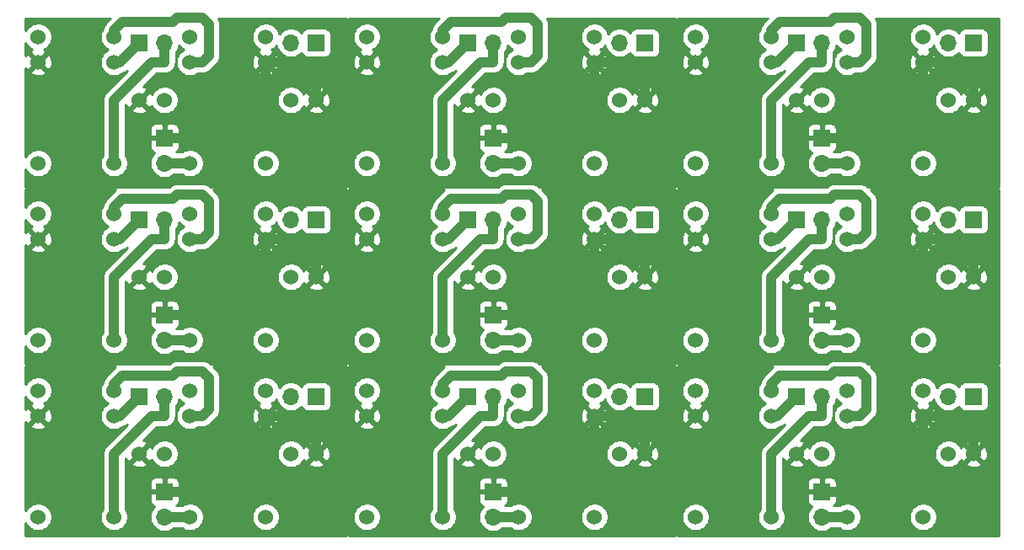
<source format=gtl>
G04 #@! TF.GenerationSoftware,KiCad,Pcbnew,(5.1.6)-1*
G04 #@! TF.CreationDate,2020-06-03T08:14:21+09:00*
G04 #@! TF.ProjectId,NADN___,4e41444e-62d8-4512-9e6b-696361645f70,rev?*
G04 #@! TF.SameCoordinates,Original*
G04 #@! TF.FileFunction,Copper,L1,Top*
G04 #@! TF.FilePolarity,Positive*
%FSLAX46Y46*%
G04 Gerber Fmt 4.6, Leading zero omitted, Abs format (unit mm)*
G04 Created by KiCad (PCBNEW (5.1.6)-1) date 2020-06-03 08:14:21*
%MOMM*%
%LPD*%
G01*
G04 APERTURE LIST*
G04 #@! TA.AperFunction,ComponentPad*
%ADD10C,1.524000*%
G04 #@! TD*
G04 #@! TA.AperFunction,ComponentPad*
%ADD11R,1.700000X1.700000*%
G04 #@! TD*
G04 #@! TA.AperFunction,ComponentPad*
%ADD12O,1.700000X1.700000*%
G04 #@! TD*
G04 #@! TA.AperFunction,Conductor*
%ADD13C,1.000000*%
G04 #@! TD*
G04 #@! TA.AperFunction,Conductor*
%ADD14C,0.254000*%
G04 #@! TD*
G04 APERTURE END LIST*
D10*
X172720000Y-97790000D03*
X175260000Y-97790000D03*
X139700000Y-97790000D03*
X142240000Y-97790000D03*
X106680000Y-97790000D03*
X109220000Y-97790000D03*
X172720000Y-80010000D03*
X175260000Y-80010000D03*
X139700000Y-80010000D03*
X142240000Y-80010000D03*
X106680000Y-80010000D03*
X109220000Y-80010000D03*
X172720000Y-62230000D03*
X175260000Y-62230000D03*
X139700000Y-62230000D03*
X142240000Y-62230000D03*
D11*
X175260000Y-92040000D03*
D12*
X172720000Y-92040000D03*
D11*
X142240000Y-92040000D03*
D12*
X139700000Y-92040000D03*
D11*
X109220000Y-92040000D03*
D12*
X106680000Y-92040000D03*
D11*
X175260000Y-74260000D03*
D12*
X172720000Y-74260000D03*
D11*
X142240000Y-74260000D03*
D12*
X139700000Y-74260000D03*
D11*
X109220000Y-74260000D03*
D12*
X106680000Y-74260000D03*
D11*
X175260000Y-56480000D03*
D12*
X172720000Y-56480000D03*
D11*
X142240000Y-56480000D03*
D12*
X139700000Y-56480000D03*
D10*
X147320000Y-91440000D03*
X154940000Y-91440000D03*
X154940000Y-93980000D03*
X147320000Y-93980000D03*
X147320000Y-104140000D03*
X154940000Y-104140000D03*
X114300000Y-91440000D03*
X121920000Y-91440000D03*
X121920000Y-93980000D03*
X114300000Y-93980000D03*
X114300000Y-104140000D03*
X121920000Y-104140000D03*
X81280000Y-91440000D03*
X88900000Y-91440000D03*
X88900000Y-93980000D03*
X81280000Y-93980000D03*
X81280000Y-104140000D03*
X88900000Y-104140000D03*
X147320000Y-73660000D03*
X154940000Y-73660000D03*
X154940000Y-76200000D03*
X147320000Y-76200000D03*
X147320000Y-86360000D03*
X154940000Y-86360000D03*
X114300000Y-73660000D03*
X121920000Y-73660000D03*
X121920000Y-76200000D03*
X114300000Y-76200000D03*
X114300000Y-86360000D03*
X121920000Y-86360000D03*
X81280000Y-73660000D03*
X88900000Y-73660000D03*
X88900000Y-76200000D03*
X81280000Y-76200000D03*
X81280000Y-86360000D03*
X88900000Y-86360000D03*
X147320000Y-55880000D03*
X154940000Y-55880000D03*
X154940000Y-58420000D03*
X147320000Y-58420000D03*
X147320000Y-68580000D03*
X154940000Y-68580000D03*
X114300000Y-55880000D03*
X121920000Y-55880000D03*
X121920000Y-58420000D03*
X114300000Y-58420000D03*
X114300000Y-68580000D03*
X121920000Y-68580000D03*
D12*
X160020000Y-104140000D03*
D11*
X160020000Y-101600000D03*
D12*
X127000000Y-104140000D03*
D11*
X127000000Y-101600000D03*
D12*
X93980000Y-104140000D03*
D11*
X93980000Y-101600000D03*
D12*
X160020000Y-86360000D03*
D11*
X160020000Y-83820000D03*
D12*
X127000000Y-86360000D03*
D11*
X127000000Y-83820000D03*
D12*
X93980000Y-86360000D03*
D11*
X93980000Y-83820000D03*
D12*
X160020000Y-68580000D03*
D11*
X160020000Y-66040000D03*
D12*
X127000000Y-68580000D03*
D11*
X127000000Y-66040000D03*
D10*
X160020000Y-97790000D03*
X157480000Y-97790000D03*
X127000000Y-97790000D03*
X124460000Y-97790000D03*
X93980000Y-97790000D03*
X91440000Y-97790000D03*
X160020000Y-80010000D03*
X157480000Y-80010000D03*
X127000000Y-80010000D03*
X124460000Y-80010000D03*
X93980000Y-80010000D03*
X91440000Y-80010000D03*
X160020000Y-62230000D03*
X157480000Y-62230000D03*
X127000000Y-62230000D03*
X124460000Y-62230000D03*
X170180000Y-104140000D03*
X162560000Y-104140000D03*
X162560000Y-93980000D03*
X170180000Y-93980000D03*
X170180000Y-91440000D03*
X162560000Y-91440000D03*
X137160000Y-104140000D03*
X129540000Y-104140000D03*
X129540000Y-93980000D03*
X137160000Y-93980000D03*
X137160000Y-91440000D03*
X129540000Y-91440000D03*
X104140000Y-104140000D03*
X96520000Y-104140000D03*
X96520000Y-93980000D03*
X104140000Y-93980000D03*
X104140000Y-91440000D03*
X96520000Y-91440000D03*
X170180000Y-86360000D03*
X162560000Y-86360000D03*
X162560000Y-76200000D03*
X170180000Y-76200000D03*
X170180000Y-73660000D03*
X162560000Y-73660000D03*
X137160000Y-86360000D03*
X129540000Y-86360000D03*
X129540000Y-76200000D03*
X137160000Y-76200000D03*
X137160000Y-73660000D03*
X129540000Y-73660000D03*
X104140000Y-86360000D03*
X96520000Y-86360000D03*
X96520000Y-76200000D03*
X104140000Y-76200000D03*
X104140000Y-73660000D03*
X96520000Y-73660000D03*
X170180000Y-68580000D03*
X162560000Y-68580000D03*
X162560000Y-58420000D03*
X170180000Y-58420000D03*
X170180000Y-55880000D03*
X162560000Y-55880000D03*
X137160000Y-68580000D03*
X129540000Y-68580000D03*
X129540000Y-58420000D03*
X137160000Y-58420000D03*
X137160000Y-55880000D03*
X129540000Y-55880000D03*
D12*
X160020000Y-92040000D03*
D11*
X157480000Y-92040000D03*
D12*
X127000000Y-92040000D03*
D11*
X124460000Y-92040000D03*
D12*
X93980000Y-92040000D03*
D11*
X91440000Y-92040000D03*
D12*
X160020000Y-74260000D03*
D11*
X157480000Y-74260000D03*
D12*
X127000000Y-74260000D03*
D11*
X124460000Y-74260000D03*
D12*
X93980000Y-74260000D03*
D11*
X91440000Y-74260000D03*
D12*
X160020000Y-56480000D03*
D11*
X157480000Y-56480000D03*
D12*
X127000000Y-56480000D03*
D11*
X124460000Y-56480000D03*
D10*
X91440000Y-62230000D03*
X93980000Y-62230000D03*
X109220000Y-62230000D03*
X106680000Y-62230000D03*
D11*
X91440000Y-56480000D03*
D12*
X93980000Y-56480000D03*
D11*
X93980000Y-66040000D03*
D12*
X93980000Y-68580000D03*
X106680000Y-56480000D03*
D11*
X109220000Y-56480000D03*
D10*
X88900000Y-68580000D03*
X81280000Y-68580000D03*
X81280000Y-58420000D03*
X88900000Y-58420000D03*
X88900000Y-55880000D03*
X81280000Y-55880000D03*
X96520000Y-55880000D03*
X104140000Y-55880000D03*
X104140000Y-58420000D03*
X96520000Y-58420000D03*
X96520000Y-68580000D03*
X104140000Y-68580000D03*
D13*
X89500000Y-58420000D02*
X91440000Y-56480000D01*
X88900000Y-58420000D02*
X89500000Y-58420000D01*
X122520000Y-58420000D02*
X124460000Y-56480000D01*
X155540000Y-58420000D02*
X157480000Y-56480000D01*
X89500000Y-76200000D02*
X91440000Y-74260000D01*
X122520000Y-76200000D02*
X124460000Y-74260000D01*
X155540000Y-76200000D02*
X157480000Y-74260000D01*
X89500000Y-93980000D02*
X91440000Y-92040000D01*
X122520000Y-93980000D02*
X124460000Y-92040000D01*
X155540000Y-93980000D02*
X157480000Y-92040000D01*
X121920000Y-58420000D02*
X122520000Y-58420000D01*
X154940000Y-58420000D02*
X155540000Y-58420000D01*
X88900000Y-76200000D02*
X89500000Y-76200000D01*
X121920000Y-76200000D02*
X122520000Y-76200000D01*
X154940000Y-76200000D02*
X155540000Y-76200000D01*
X88900000Y-93980000D02*
X89500000Y-93980000D01*
X121920000Y-93980000D02*
X122520000Y-93980000D01*
X154940000Y-93980000D02*
X155540000Y-93980000D01*
X88900000Y-55880000D02*
X88900000Y-55245000D01*
X89727001Y-54417999D02*
X94807001Y-54417999D01*
X88900000Y-55245000D02*
X89727001Y-54417999D01*
X94807001Y-54417999D02*
X95250000Y-53975000D01*
X95250000Y-53975000D02*
X97790000Y-53975000D01*
X97790000Y-53975000D02*
X98425000Y-54610000D01*
X98425000Y-54610000D02*
X98425000Y-57785000D01*
X98425000Y-57785000D02*
X97790000Y-58420000D01*
X97790000Y-58420000D02*
X96520000Y-58420000D01*
X128270000Y-53975000D02*
X130810000Y-53975000D01*
X161290000Y-53975000D02*
X163830000Y-53975000D01*
X95250000Y-71755000D02*
X97790000Y-71755000D01*
X128270000Y-71755000D02*
X130810000Y-71755000D01*
X161290000Y-71755000D02*
X163830000Y-71755000D01*
X95250000Y-89535000D02*
X97790000Y-89535000D01*
X128270000Y-89535000D02*
X130810000Y-89535000D01*
X161290000Y-89535000D02*
X163830000Y-89535000D01*
X130810000Y-58420000D02*
X129540000Y-58420000D01*
X163830000Y-58420000D02*
X162560000Y-58420000D01*
X97790000Y-76200000D02*
X96520000Y-76200000D01*
X130810000Y-76200000D02*
X129540000Y-76200000D01*
X163830000Y-76200000D02*
X162560000Y-76200000D01*
X97790000Y-93980000D02*
X96520000Y-93980000D01*
X130810000Y-93980000D02*
X129540000Y-93980000D01*
X163830000Y-93980000D02*
X162560000Y-93980000D01*
X127827001Y-54417999D02*
X128270000Y-53975000D01*
X160847001Y-54417999D02*
X161290000Y-53975000D01*
X94807001Y-72197999D02*
X95250000Y-71755000D01*
X127827001Y-72197999D02*
X128270000Y-71755000D01*
X160847001Y-72197999D02*
X161290000Y-71755000D01*
X94807001Y-89977999D02*
X95250000Y-89535000D01*
X127827001Y-89977999D02*
X128270000Y-89535000D01*
X160847001Y-89977999D02*
X161290000Y-89535000D01*
X130810000Y-53975000D02*
X131445000Y-54610000D01*
X163830000Y-53975000D02*
X164465000Y-54610000D01*
X97790000Y-71755000D02*
X98425000Y-72390000D01*
X130810000Y-71755000D02*
X131445000Y-72390000D01*
X163830000Y-71755000D02*
X164465000Y-72390000D01*
X97790000Y-89535000D02*
X98425000Y-90170000D01*
X130810000Y-89535000D02*
X131445000Y-90170000D01*
X163830000Y-89535000D02*
X164465000Y-90170000D01*
X122747001Y-54417999D02*
X127827001Y-54417999D01*
X155767001Y-54417999D02*
X160847001Y-54417999D01*
X89727001Y-72197999D02*
X94807001Y-72197999D01*
X122747001Y-72197999D02*
X127827001Y-72197999D01*
X155767001Y-72197999D02*
X160847001Y-72197999D01*
X89727001Y-89977999D02*
X94807001Y-89977999D01*
X122747001Y-89977999D02*
X127827001Y-89977999D01*
X155767001Y-89977999D02*
X160847001Y-89977999D01*
X121920000Y-55880000D02*
X121920000Y-55245000D01*
X154940000Y-55880000D02*
X154940000Y-55245000D01*
X88900000Y-73660000D02*
X88900000Y-73025000D01*
X121920000Y-73660000D02*
X121920000Y-73025000D01*
X154940000Y-73660000D02*
X154940000Y-73025000D01*
X88900000Y-91440000D02*
X88900000Y-90805000D01*
X121920000Y-91440000D02*
X121920000Y-90805000D01*
X154940000Y-91440000D02*
X154940000Y-90805000D01*
X121920000Y-55245000D02*
X122747001Y-54417999D01*
X154940000Y-55245000D02*
X155767001Y-54417999D01*
X88900000Y-73025000D02*
X89727001Y-72197999D01*
X121920000Y-73025000D02*
X122747001Y-72197999D01*
X154940000Y-73025000D02*
X155767001Y-72197999D01*
X88900000Y-90805000D02*
X89727001Y-89977999D01*
X121920000Y-90805000D02*
X122747001Y-89977999D01*
X154940000Y-90805000D02*
X155767001Y-89977999D01*
X131445000Y-54610000D02*
X131445000Y-57785000D01*
X164465000Y-54610000D02*
X164465000Y-57785000D01*
X98425000Y-72390000D02*
X98425000Y-75565000D01*
X131445000Y-72390000D02*
X131445000Y-75565000D01*
X164465000Y-72390000D02*
X164465000Y-75565000D01*
X98425000Y-90170000D02*
X98425000Y-93345000D01*
X131445000Y-90170000D02*
X131445000Y-93345000D01*
X164465000Y-90170000D02*
X164465000Y-93345000D01*
X131445000Y-57785000D02*
X130810000Y-58420000D01*
X164465000Y-57785000D02*
X163830000Y-58420000D01*
X98425000Y-75565000D02*
X97790000Y-76200000D01*
X131445000Y-75565000D02*
X130810000Y-76200000D01*
X164465000Y-75565000D02*
X163830000Y-76200000D01*
X98425000Y-93345000D02*
X97790000Y-93980000D01*
X131445000Y-93345000D02*
X130810000Y-93980000D01*
X164465000Y-93345000D02*
X163830000Y-93980000D01*
X88900000Y-62230000D02*
X88900000Y-68580000D01*
X92710000Y-58420000D02*
X88900000Y-62230000D01*
X93980000Y-56480000D02*
X93980000Y-58420000D01*
X93980000Y-58420000D02*
X92710000Y-58420000D01*
X125730000Y-58420000D02*
X121920000Y-62230000D01*
X158750000Y-58420000D02*
X154940000Y-62230000D01*
X92710000Y-76200000D02*
X88900000Y-80010000D01*
X125730000Y-76200000D02*
X121920000Y-80010000D01*
X158750000Y-76200000D02*
X154940000Y-80010000D01*
X92710000Y-93980000D02*
X88900000Y-97790000D01*
X125730000Y-93980000D02*
X121920000Y-97790000D01*
X158750000Y-93980000D02*
X154940000Y-97790000D01*
X127000000Y-58420000D02*
X125730000Y-58420000D01*
X160020000Y-58420000D02*
X158750000Y-58420000D01*
X93980000Y-76200000D02*
X92710000Y-76200000D01*
X127000000Y-76200000D02*
X125730000Y-76200000D01*
X160020000Y-76200000D02*
X158750000Y-76200000D01*
X93980000Y-93980000D02*
X92710000Y-93980000D01*
X127000000Y-93980000D02*
X125730000Y-93980000D01*
X160020000Y-93980000D02*
X158750000Y-93980000D01*
X127000000Y-56480000D02*
X127000000Y-58420000D01*
X160020000Y-56480000D02*
X160020000Y-58420000D01*
X93980000Y-74260000D02*
X93980000Y-76200000D01*
X127000000Y-74260000D02*
X127000000Y-76200000D01*
X160020000Y-74260000D02*
X160020000Y-76200000D01*
X93980000Y-92040000D02*
X93980000Y-93980000D01*
X127000000Y-92040000D02*
X127000000Y-93980000D01*
X160020000Y-92040000D02*
X160020000Y-93980000D01*
X121920000Y-62230000D02*
X121920000Y-68580000D01*
X154940000Y-62230000D02*
X154940000Y-68580000D01*
X88900000Y-80010000D02*
X88900000Y-86360000D01*
X121920000Y-80010000D02*
X121920000Y-86360000D01*
X154940000Y-80010000D02*
X154940000Y-86360000D01*
X88900000Y-97790000D02*
X88900000Y-104140000D01*
X121920000Y-97790000D02*
X121920000Y-104140000D01*
X154940000Y-97790000D02*
X154940000Y-104140000D01*
X93980000Y-66040000D02*
X97790000Y-66040000D01*
X104140000Y-59690000D02*
X104140000Y-58420000D01*
X97790000Y-66040000D02*
X104140000Y-59690000D01*
X109220000Y-62230000D02*
X109220000Y-59055000D01*
X108585000Y-58420000D02*
X104140000Y-58420000D01*
X109220000Y-59055000D02*
X108585000Y-58420000D01*
X127000000Y-66040000D02*
X130810000Y-66040000D01*
X160020000Y-66040000D02*
X163830000Y-66040000D01*
X93980000Y-83820000D02*
X97790000Y-83820000D01*
X127000000Y-83820000D02*
X130810000Y-83820000D01*
X160020000Y-83820000D02*
X163830000Y-83820000D01*
X93980000Y-101600000D02*
X97790000Y-101600000D01*
X127000000Y-101600000D02*
X130810000Y-101600000D01*
X160020000Y-101600000D02*
X163830000Y-101600000D01*
X137160000Y-59690000D02*
X137160000Y-58420000D01*
X170180000Y-59690000D02*
X170180000Y-58420000D01*
X104140000Y-77470000D02*
X104140000Y-76200000D01*
X137160000Y-77470000D02*
X137160000Y-76200000D01*
X170180000Y-77470000D02*
X170180000Y-76200000D01*
X104140000Y-95250000D02*
X104140000Y-93980000D01*
X137160000Y-95250000D02*
X137160000Y-93980000D01*
X170180000Y-95250000D02*
X170180000Y-93980000D01*
X141605000Y-58420000D02*
X137160000Y-58420000D01*
X174625000Y-58420000D02*
X170180000Y-58420000D01*
X108585000Y-76200000D02*
X104140000Y-76200000D01*
X141605000Y-76200000D02*
X137160000Y-76200000D01*
X174625000Y-76200000D02*
X170180000Y-76200000D01*
X108585000Y-93980000D02*
X104140000Y-93980000D01*
X141605000Y-93980000D02*
X137160000Y-93980000D01*
X174625000Y-93980000D02*
X170180000Y-93980000D01*
X142240000Y-59055000D02*
X141605000Y-58420000D01*
X175260000Y-59055000D02*
X174625000Y-58420000D01*
X109220000Y-76835000D02*
X108585000Y-76200000D01*
X142240000Y-76835000D02*
X141605000Y-76200000D01*
X175260000Y-76835000D02*
X174625000Y-76200000D01*
X109220000Y-94615000D02*
X108585000Y-93980000D01*
X142240000Y-94615000D02*
X141605000Y-93980000D01*
X175260000Y-94615000D02*
X174625000Y-93980000D01*
X130810000Y-66040000D02*
X137160000Y-59690000D01*
X163830000Y-66040000D02*
X170180000Y-59690000D01*
X97790000Y-83820000D02*
X104140000Y-77470000D01*
X130810000Y-83820000D02*
X137160000Y-77470000D01*
X163830000Y-83820000D02*
X170180000Y-77470000D01*
X97790000Y-101600000D02*
X104140000Y-95250000D01*
X130810000Y-101600000D02*
X137160000Y-95250000D01*
X163830000Y-101600000D02*
X170180000Y-95250000D01*
X142240000Y-62230000D02*
X142240000Y-59055000D01*
X175260000Y-62230000D02*
X175260000Y-59055000D01*
X109220000Y-80010000D02*
X109220000Y-76835000D01*
X142240000Y-80010000D02*
X142240000Y-76835000D01*
X175260000Y-80010000D02*
X175260000Y-76835000D01*
X109220000Y-97790000D02*
X109220000Y-94615000D01*
X142240000Y-97790000D02*
X142240000Y-94615000D01*
X175260000Y-97790000D02*
X175260000Y-94615000D01*
X93980000Y-68580000D02*
X96520000Y-68580000D01*
X127000000Y-68580000D02*
X129540000Y-68580000D01*
X160020000Y-68580000D02*
X162560000Y-68580000D01*
X93980000Y-86360000D02*
X96520000Y-86360000D01*
X127000000Y-86360000D02*
X129540000Y-86360000D01*
X160020000Y-86360000D02*
X162560000Y-86360000D01*
X93980000Y-104140000D02*
X96520000Y-104140000D01*
X127000000Y-104140000D02*
X129540000Y-104140000D01*
X160020000Y-104140000D02*
X162560000Y-104140000D01*
D14*
G36*
X88136860Y-54403009D02*
G01*
X88093552Y-54438551D01*
X87951717Y-54611377D01*
X87846324Y-54808553D01*
X87781423Y-55022501D01*
X87779455Y-55042482D01*
X87661995Y-55218273D01*
X87556686Y-55472510D01*
X87503000Y-55742408D01*
X87503000Y-56017592D01*
X87556686Y-56287490D01*
X87661995Y-56541727D01*
X87814880Y-56770535D01*
X88009465Y-56965120D01*
X88238273Y-57118005D01*
X88315515Y-57150000D01*
X88238273Y-57181995D01*
X88009465Y-57334880D01*
X87814880Y-57529465D01*
X87661995Y-57758273D01*
X87556686Y-58012510D01*
X87503000Y-58282408D01*
X87503000Y-58557592D01*
X87556686Y-58827490D01*
X87661995Y-59081727D01*
X87814880Y-59310535D01*
X88009465Y-59505120D01*
X88238273Y-59658005D01*
X88492510Y-59763314D01*
X88762408Y-59817000D01*
X89037592Y-59817000D01*
X89307490Y-59763314D01*
X89561727Y-59658005D01*
X89755400Y-59528596D01*
X89936447Y-59473676D01*
X90133623Y-59368284D01*
X90261668Y-59263200D01*
X88136865Y-61388004D01*
X88093551Y-61423551D01*
X87951716Y-61596377D01*
X87864233Y-61760048D01*
X87846324Y-61793554D01*
X87781423Y-62007502D01*
X87759509Y-62230000D01*
X87765000Y-62285752D01*
X87765001Y-67764114D01*
X87661995Y-67918273D01*
X87556686Y-68172510D01*
X87503000Y-68442408D01*
X87503000Y-68717592D01*
X87556686Y-68987490D01*
X87661995Y-69241727D01*
X87814880Y-69470535D01*
X88009465Y-69665120D01*
X88238273Y-69818005D01*
X88492510Y-69923314D01*
X88762408Y-69977000D01*
X89037592Y-69977000D01*
X89307490Y-69923314D01*
X89561727Y-69818005D01*
X89790535Y-69665120D01*
X89985120Y-69470535D01*
X90138005Y-69241727D01*
X90243314Y-68987490D01*
X90297000Y-68717592D01*
X90297000Y-68442408D01*
X90243314Y-68172510D01*
X90138005Y-67918273D01*
X90035000Y-67764116D01*
X90035000Y-66890000D01*
X92491928Y-66890000D01*
X92504188Y-67014482D01*
X92540498Y-67134180D01*
X92599463Y-67244494D01*
X92678815Y-67341185D01*
X92775506Y-67420537D01*
X92885820Y-67479502D01*
X92958380Y-67501513D01*
X92826525Y-67633368D01*
X92664010Y-67876589D01*
X92552068Y-68146842D01*
X92495000Y-68433740D01*
X92495000Y-68726260D01*
X92552068Y-69013158D01*
X92664010Y-69283411D01*
X92826525Y-69526632D01*
X93033368Y-69733475D01*
X93276589Y-69895990D01*
X93546842Y-70007932D01*
X93833740Y-70065000D01*
X94126260Y-70065000D01*
X94413158Y-70007932D01*
X94683411Y-69895990D01*
X94926632Y-69733475D01*
X94945107Y-69715000D01*
X95704116Y-69715000D01*
X95858273Y-69818005D01*
X96112510Y-69923314D01*
X96382408Y-69977000D01*
X96657592Y-69977000D01*
X96927490Y-69923314D01*
X97181727Y-69818005D01*
X97410535Y-69665120D01*
X97605120Y-69470535D01*
X97758005Y-69241727D01*
X97863314Y-68987490D01*
X97917000Y-68717592D01*
X97917000Y-68442408D01*
X102743000Y-68442408D01*
X102743000Y-68717592D01*
X102796686Y-68987490D01*
X102901995Y-69241727D01*
X103054880Y-69470535D01*
X103249465Y-69665120D01*
X103478273Y-69818005D01*
X103732510Y-69923314D01*
X104002408Y-69977000D01*
X104277592Y-69977000D01*
X104547490Y-69923314D01*
X104801727Y-69818005D01*
X105030535Y-69665120D01*
X105225120Y-69470535D01*
X105378005Y-69241727D01*
X105483314Y-68987490D01*
X105537000Y-68717592D01*
X105537000Y-68442408D01*
X105483314Y-68172510D01*
X105378005Y-67918273D01*
X105225120Y-67689465D01*
X105030535Y-67494880D01*
X104801727Y-67341995D01*
X104547490Y-67236686D01*
X104277592Y-67183000D01*
X104002408Y-67183000D01*
X103732510Y-67236686D01*
X103478273Y-67341995D01*
X103249465Y-67494880D01*
X103054880Y-67689465D01*
X102901995Y-67918273D01*
X102796686Y-68172510D01*
X102743000Y-68442408D01*
X97917000Y-68442408D01*
X97863314Y-68172510D01*
X97758005Y-67918273D01*
X97605120Y-67689465D01*
X97410535Y-67494880D01*
X97181727Y-67341995D01*
X96927490Y-67236686D01*
X96657592Y-67183000D01*
X96382408Y-67183000D01*
X96112510Y-67236686D01*
X95858273Y-67341995D01*
X95704116Y-67445000D01*
X95138728Y-67445000D01*
X95184494Y-67420537D01*
X95281185Y-67341185D01*
X95360537Y-67244494D01*
X95419502Y-67134180D01*
X95455812Y-67014482D01*
X95468072Y-66890000D01*
X95465000Y-66325750D01*
X95306250Y-66167000D01*
X94107000Y-66167000D01*
X94107000Y-66187000D01*
X93853000Y-66187000D01*
X93853000Y-66167000D01*
X92653750Y-66167000D01*
X92495000Y-66325750D01*
X92491928Y-66890000D01*
X90035000Y-66890000D01*
X90035000Y-65190000D01*
X92491928Y-65190000D01*
X92495000Y-65754250D01*
X92653750Y-65913000D01*
X93853000Y-65913000D01*
X93853000Y-64713750D01*
X94107000Y-64713750D01*
X94107000Y-65913000D01*
X95306250Y-65913000D01*
X95465000Y-65754250D01*
X95468072Y-65190000D01*
X95455812Y-65065518D01*
X95419502Y-64945820D01*
X95360537Y-64835506D01*
X95281185Y-64738815D01*
X95184494Y-64659463D01*
X95074180Y-64600498D01*
X94954482Y-64564188D01*
X94830000Y-64551928D01*
X94265750Y-64555000D01*
X94107000Y-64713750D01*
X93853000Y-64713750D01*
X93694250Y-64555000D01*
X93130000Y-64551928D01*
X93005518Y-64564188D01*
X92885820Y-64600498D01*
X92775506Y-64659463D01*
X92678815Y-64738815D01*
X92599463Y-64835506D01*
X92540498Y-64945820D01*
X92504188Y-65065518D01*
X92491928Y-65190000D01*
X90035000Y-65190000D01*
X90035000Y-63195565D01*
X90654040Y-63195565D01*
X90721020Y-63435656D01*
X90970048Y-63552756D01*
X91237135Y-63619023D01*
X91512017Y-63631910D01*
X91784133Y-63590922D01*
X92043023Y-63497636D01*
X92158980Y-63435656D01*
X92225960Y-63195565D01*
X91440000Y-62409605D01*
X90654040Y-63195565D01*
X90035000Y-63195565D01*
X90035000Y-62700131D01*
X90100777Y-62634354D01*
X90172364Y-62833023D01*
X90234344Y-62948980D01*
X90474435Y-63015960D01*
X91260395Y-62230000D01*
X91619605Y-62230000D01*
X92405565Y-63015960D01*
X92645656Y-62948980D01*
X92709485Y-62813240D01*
X92741995Y-62891727D01*
X92894880Y-63120535D01*
X93089465Y-63315120D01*
X93318273Y-63468005D01*
X93572510Y-63573314D01*
X93842408Y-63627000D01*
X94117592Y-63627000D01*
X94387490Y-63573314D01*
X94641727Y-63468005D01*
X94870535Y-63315120D01*
X95065120Y-63120535D01*
X95218005Y-62891727D01*
X95323314Y-62637490D01*
X95377000Y-62367592D01*
X95377000Y-62092408D01*
X105283000Y-62092408D01*
X105283000Y-62367592D01*
X105336686Y-62637490D01*
X105441995Y-62891727D01*
X105594880Y-63120535D01*
X105789465Y-63315120D01*
X106018273Y-63468005D01*
X106272510Y-63573314D01*
X106542408Y-63627000D01*
X106817592Y-63627000D01*
X107087490Y-63573314D01*
X107341727Y-63468005D01*
X107570535Y-63315120D01*
X107690090Y-63195565D01*
X108434040Y-63195565D01*
X108501020Y-63435656D01*
X108750048Y-63552756D01*
X109017135Y-63619023D01*
X109292017Y-63631910D01*
X109564133Y-63590922D01*
X109823023Y-63497636D01*
X109938980Y-63435656D01*
X110005960Y-63195565D01*
X109220000Y-62409605D01*
X108434040Y-63195565D01*
X107690090Y-63195565D01*
X107765120Y-63120535D01*
X107918005Y-62891727D01*
X107947692Y-62820057D01*
X107952364Y-62833023D01*
X108014344Y-62948980D01*
X108254435Y-63015960D01*
X109040395Y-62230000D01*
X109399605Y-62230000D01*
X110185565Y-63015960D01*
X110425656Y-62948980D01*
X110542756Y-62699952D01*
X110609023Y-62432865D01*
X110621910Y-62157983D01*
X110580922Y-61885867D01*
X110487636Y-61626977D01*
X110425656Y-61511020D01*
X110185565Y-61444040D01*
X109399605Y-62230000D01*
X109040395Y-62230000D01*
X108254435Y-61444040D01*
X108014344Y-61511020D01*
X107950515Y-61646760D01*
X107918005Y-61568273D01*
X107765120Y-61339465D01*
X107690090Y-61264435D01*
X108434040Y-61264435D01*
X109220000Y-62050395D01*
X110005960Y-61264435D01*
X109938980Y-61024344D01*
X109689952Y-60907244D01*
X109422865Y-60840977D01*
X109147983Y-60828090D01*
X108875867Y-60869078D01*
X108616977Y-60962364D01*
X108501020Y-61024344D01*
X108434040Y-61264435D01*
X107690090Y-61264435D01*
X107570535Y-61144880D01*
X107341727Y-60991995D01*
X107087490Y-60886686D01*
X106817592Y-60833000D01*
X106542408Y-60833000D01*
X106272510Y-60886686D01*
X106018273Y-60991995D01*
X105789465Y-61144880D01*
X105594880Y-61339465D01*
X105441995Y-61568273D01*
X105336686Y-61822510D01*
X105283000Y-62092408D01*
X95377000Y-62092408D01*
X95323314Y-61822510D01*
X95218005Y-61568273D01*
X95065120Y-61339465D01*
X94870535Y-61144880D01*
X94641727Y-60991995D01*
X94387490Y-60886686D01*
X94117592Y-60833000D01*
X93842408Y-60833000D01*
X93572510Y-60886686D01*
X93318273Y-60991995D01*
X93089465Y-61144880D01*
X92894880Y-61339465D01*
X92741995Y-61568273D01*
X92712308Y-61639943D01*
X92707636Y-61626977D01*
X92645656Y-61511020D01*
X92405565Y-61444040D01*
X91619605Y-62230000D01*
X91260395Y-62230000D01*
X91246253Y-62215858D01*
X91425858Y-62036253D01*
X91440000Y-62050395D01*
X92225960Y-61264435D01*
X92158980Y-61024344D01*
X91909952Y-60907244D01*
X91844201Y-60890931D01*
X93180133Y-59555000D01*
X93924249Y-59555000D01*
X93980000Y-59560491D01*
X94202499Y-59538577D01*
X94416447Y-59473676D01*
X94613623Y-59368284D01*
X94786449Y-59226449D01*
X94928284Y-59053623D01*
X95033676Y-58856447D01*
X95098577Y-58642499D01*
X95115000Y-58475752D01*
X95120491Y-58420000D01*
X95115000Y-58364248D01*
X95115000Y-57445107D01*
X95133475Y-57426632D01*
X95295990Y-57183411D01*
X95407932Y-56913158D01*
X95436066Y-56771721D01*
X95629465Y-56965120D01*
X95858273Y-57118005D01*
X95935515Y-57150000D01*
X95858273Y-57181995D01*
X95629465Y-57334880D01*
X95434880Y-57529465D01*
X95281995Y-57758273D01*
X95176686Y-58012510D01*
X95123000Y-58282408D01*
X95123000Y-58557592D01*
X95176686Y-58827490D01*
X95281995Y-59081727D01*
X95434880Y-59310535D01*
X95629465Y-59505120D01*
X95858273Y-59658005D01*
X96112510Y-59763314D01*
X96382408Y-59817000D01*
X96657592Y-59817000D01*
X96927490Y-59763314D01*
X97181727Y-59658005D01*
X97335884Y-59555000D01*
X97734249Y-59555000D01*
X97790000Y-59560491D01*
X97845751Y-59555000D01*
X97845752Y-59555000D01*
X98012499Y-59538577D01*
X98226447Y-59473676D01*
X98391292Y-59385565D01*
X103354040Y-59385565D01*
X103421020Y-59625656D01*
X103670048Y-59742756D01*
X103937135Y-59809023D01*
X104212017Y-59821910D01*
X104484133Y-59780922D01*
X104743023Y-59687636D01*
X104858980Y-59625656D01*
X104925960Y-59385565D01*
X104140000Y-58599605D01*
X103354040Y-59385565D01*
X98391292Y-59385565D01*
X98423623Y-59368284D01*
X98596449Y-59226449D01*
X98631995Y-59183136D01*
X99188140Y-58626992D01*
X99231449Y-58591449D01*
X99313050Y-58492017D01*
X102738090Y-58492017D01*
X102779078Y-58764133D01*
X102872364Y-59023023D01*
X102934344Y-59138980D01*
X103174435Y-59205960D01*
X103960395Y-58420000D01*
X104319605Y-58420000D01*
X105105565Y-59205960D01*
X105345656Y-59138980D01*
X105462756Y-58889952D01*
X105529023Y-58622865D01*
X105541910Y-58347983D01*
X105500922Y-58075867D01*
X105407636Y-57816977D01*
X105345656Y-57701020D01*
X105105565Y-57634040D01*
X104319605Y-58420000D01*
X103960395Y-58420000D01*
X103174435Y-57634040D01*
X102934344Y-57701020D01*
X102817244Y-57950048D01*
X102750977Y-58217135D01*
X102738090Y-58492017D01*
X99313050Y-58492017D01*
X99373284Y-58418623D01*
X99478676Y-58221447D01*
X99543577Y-58007499D01*
X99560000Y-57840752D01*
X99565491Y-57785000D01*
X99560000Y-57729248D01*
X99560000Y-55742408D01*
X102743000Y-55742408D01*
X102743000Y-56017592D01*
X102796686Y-56287490D01*
X102901995Y-56541727D01*
X103054880Y-56770535D01*
X103249465Y-56965120D01*
X103478273Y-57118005D01*
X103549943Y-57147692D01*
X103536977Y-57152364D01*
X103421020Y-57214344D01*
X103354040Y-57454435D01*
X104140000Y-58240395D01*
X104925960Y-57454435D01*
X104858980Y-57214344D01*
X104723240Y-57150515D01*
X104801727Y-57118005D01*
X105030535Y-56965120D01*
X105223934Y-56771721D01*
X105252068Y-56913158D01*
X105364010Y-57183411D01*
X105526525Y-57426632D01*
X105733368Y-57633475D01*
X105976589Y-57795990D01*
X106246842Y-57907932D01*
X106533740Y-57965000D01*
X106826260Y-57965000D01*
X107113158Y-57907932D01*
X107383411Y-57795990D01*
X107626632Y-57633475D01*
X107758487Y-57501620D01*
X107780498Y-57574180D01*
X107839463Y-57684494D01*
X107918815Y-57781185D01*
X108015506Y-57860537D01*
X108125820Y-57919502D01*
X108245518Y-57955812D01*
X108370000Y-57968072D01*
X110070000Y-57968072D01*
X110194482Y-57955812D01*
X110314180Y-57919502D01*
X110424494Y-57860537D01*
X110521185Y-57781185D01*
X110600537Y-57684494D01*
X110659502Y-57574180D01*
X110695812Y-57454482D01*
X110708072Y-57330000D01*
X110708072Y-55630000D01*
X110695812Y-55505518D01*
X110659502Y-55385820D01*
X110600537Y-55275506D01*
X110521185Y-55178815D01*
X110424494Y-55099463D01*
X110314180Y-55040498D01*
X110194482Y-55004188D01*
X110070000Y-54991928D01*
X108370000Y-54991928D01*
X108245518Y-55004188D01*
X108125820Y-55040498D01*
X108015506Y-55099463D01*
X107918815Y-55178815D01*
X107839463Y-55275506D01*
X107780498Y-55385820D01*
X107758487Y-55458380D01*
X107626632Y-55326525D01*
X107383411Y-55164010D01*
X107113158Y-55052068D01*
X106826260Y-54995000D01*
X106533740Y-54995000D01*
X106246842Y-55052068D01*
X105976589Y-55164010D01*
X105733368Y-55326525D01*
X105526525Y-55533368D01*
X105502555Y-55569242D01*
X105483314Y-55472510D01*
X105378005Y-55218273D01*
X105225120Y-54989465D01*
X105030535Y-54794880D01*
X104801727Y-54641995D01*
X104547490Y-54536686D01*
X104277592Y-54483000D01*
X104002408Y-54483000D01*
X103732510Y-54536686D01*
X103478273Y-54641995D01*
X103249465Y-54794880D01*
X103054880Y-54989465D01*
X102901995Y-55218273D01*
X102796686Y-55472510D01*
X102743000Y-55742408D01*
X99560000Y-55742408D01*
X99560000Y-54665752D01*
X99565491Y-54610000D01*
X99543577Y-54387501D01*
X99478676Y-54173553D01*
X99385911Y-54000000D01*
X112268000Y-54000000D01*
X112268000Y-70993000D01*
X98633131Y-70993000D01*
X98631995Y-70991864D01*
X98596449Y-70948551D01*
X98423623Y-70806716D01*
X98226447Y-70701324D01*
X98012499Y-70636423D01*
X97845752Y-70620000D01*
X97845751Y-70620000D01*
X97790000Y-70614509D01*
X97734249Y-70620000D01*
X95305743Y-70620000D01*
X95249999Y-70614510D01*
X95194255Y-70620000D01*
X95194248Y-70620000D01*
X95048493Y-70634356D01*
X95027500Y-70636423D01*
X94979276Y-70651052D01*
X94813553Y-70701324D01*
X94616377Y-70806716D01*
X94443551Y-70948551D01*
X94408004Y-70991865D01*
X94406869Y-70993000D01*
X80035000Y-70993000D01*
X80035000Y-69224840D01*
X80041995Y-69241727D01*
X80194880Y-69470535D01*
X80389465Y-69665120D01*
X80618273Y-69818005D01*
X80872510Y-69923314D01*
X81142408Y-69977000D01*
X81417592Y-69977000D01*
X81687490Y-69923314D01*
X81941727Y-69818005D01*
X82170535Y-69665120D01*
X82365120Y-69470535D01*
X82518005Y-69241727D01*
X82623314Y-68987490D01*
X82677000Y-68717592D01*
X82677000Y-68442408D01*
X82623314Y-68172510D01*
X82518005Y-67918273D01*
X82365120Y-67689465D01*
X82170535Y-67494880D01*
X81941727Y-67341995D01*
X81687490Y-67236686D01*
X81417592Y-67183000D01*
X81142408Y-67183000D01*
X80872510Y-67236686D01*
X80618273Y-67341995D01*
X80389465Y-67494880D01*
X80194880Y-67689465D01*
X80041995Y-67918273D01*
X80035000Y-67935160D01*
X80035000Y-59385565D01*
X80494040Y-59385565D01*
X80561020Y-59625656D01*
X80810048Y-59742756D01*
X81077135Y-59809023D01*
X81352017Y-59821910D01*
X81624133Y-59780922D01*
X81883023Y-59687636D01*
X81998980Y-59625656D01*
X82065960Y-59385565D01*
X81280000Y-58599605D01*
X80494040Y-59385565D01*
X80035000Y-59385565D01*
X80035000Y-59065372D01*
X80074344Y-59138980D01*
X80314435Y-59205960D01*
X81100395Y-58420000D01*
X81459605Y-58420000D01*
X82245565Y-59205960D01*
X82485656Y-59138980D01*
X82602756Y-58889952D01*
X82669023Y-58622865D01*
X82681910Y-58347983D01*
X82640922Y-58075867D01*
X82547636Y-57816977D01*
X82485656Y-57701020D01*
X82245565Y-57634040D01*
X81459605Y-58420000D01*
X81100395Y-58420000D01*
X80314435Y-57634040D01*
X80074344Y-57701020D01*
X80035000Y-57784690D01*
X80035000Y-56524840D01*
X80041995Y-56541727D01*
X80194880Y-56770535D01*
X80389465Y-56965120D01*
X80618273Y-57118005D01*
X80689943Y-57147692D01*
X80676977Y-57152364D01*
X80561020Y-57214344D01*
X80494040Y-57454435D01*
X81280000Y-58240395D01*
X82065960Y-57454435D01*
X81998980Y-57214344D01*
X81863240Y-57150515D01*
X81941727Y-57118005D01*
X82170535Y-56965120D01*
X82365120Y-56770535D01*
X82518005Y-56541727D01*
X82623314Y-56287490D01*
X82677000Y-56017592D01*
X82677000Y-55742408D01*
X82623314Y-55472510D01*
X82518005Y-55218273D01*
X82365120Y-54989465D01*
X82170535Y-54794880D01*
X81941727Y-54641995D01*
X81687490Y-54536686D01*
X81417592Y-54483000D01*
X81142408Y-54483000D01*
X80872510Y-54536686D01*
X80618273Y-54641995D01*
X80389465Y-54794880D01*
X80194880Y-54989465D01*
X80041995Y-55218273D01*
X80035000Y-55235160D01*
X80035000Y-54000000D01*
X88539868Y-54000000D01*
X88136860Y-54403009D01*
G37*
X88136860Y-54403009D02*
X88093552Y-54438551D01*
X87951717Y-54611377D01*
X87846324Y-54808553D01*
X87781423Y-55022501D01*
X87779455Y-55042482D01*
X87661995Y-55218273D01*
X87556686Y-55472510D01*
X87503000Y-55742408D01*
X87503000Y-56017592D01*
X87556686Y-56287490D01*
X87661995Y-56541727D01*
X87814880Y-56770535D01*
X88009465Y-56965120D01*
X88238273Y-57118005D01*
X88315515Y-57150000D01*
X88238273Y-57181995D01*
X88009465Y-57334880D01*
X87814880Y-57529465D01*
X87661995Y-57758273D01*
X87556686Y-58012510D01*
X87503000Y-58282408D01*
X87503000Y-58557592D01*
X87556686Y-58827490D01*
X87661995Y-59081727D01*
X87814880Y-59310535D01*
X88009465Y-59505120D01*
X88238273Y-59658005D01*
X88492510Y-59763314D01*
X88762408Y-59817000D01*
X89037592Y-59817000D01*
X89307490Y-59763314D01*
X89561727Y-59658005D01*
X89755400Y-59528596D01*
X89936447Y-59473676D01*
X90133623Y-59368284D01*
X90261668Y-59263200D01*
X88136865Y-61388004D01*
X88093551Y-61423551D01*
X87951716Y-61596377D01*
X87864233Y-61760048D01*
X87846324Y-61793554D01*
X87781423Y-62007502D01*
X87759509Y-62230000D01*
X87765000Y-62285752D01*
X87765001Y-67764114D01*
X87661995Y-67918273D01*
X87556686Y-68172510D01*
X87503000Y-68442408D01*
X87503000Y-68717592D01*
X87556686Y-68987490D01*
X87661995Y-69241727D01*
X87814880Y-69470535D01*
X88009465Y-69665120D01*
X88238273Y-69818005D01*
X88492510Y-69923314D01*
X88762408Y-69977000D01*
X89037592Y-69977000D01*
X89307490Y-69923314D01*
X89561727Y-69818005D01*
X89790535Y-69665120D01*
X89985120Y-69470535D01*
X90138005Y-69241727D01*
X90243314Y-68987490D01*
X90297000Y-68717592D01*
X90297000Y-68442408D01*
X90243314Y-68172510D01*
X90138005Y-67918273D01*
X90035000Y-67764116D01*
X90035000Y-66890000D01*
X92491928Y-66890000D01*
X92504188Y-67014482D01*
X92540498Y-67134180D01*
X92599463Y-67244494D01*
X92678815Y-67341185D01*
X92775506Y-67420537D01*
X92885820Y-67479502D01*
X92958380Y-67501513D01*
X92826525Y-67633368D01*
X92664010Y-67876589D01*
X92552068Y-68146842D01*
X92495000Y-68433740D01*
X92495000Y-68726260D01*
X92552068Y-69013158D01*
X92664010Y-69283411D01*
X92826525Y-69526632D01*
X93033368Y-69733475D01*
X93276589Y-69895990D01*
X93546842Y-70007932D01*
X93833740Y-70065000D01*
X94126260Y-70065000D01*
X94413158Y-70007932D01*
X94683411Y-69895990D01*
X94926632Y-69733475D01*
X94945107Y-69715000D01*
X95704116Y-69715000D01*
X95858273Y-69818005D01*
X96112510Y-69923314D01*
X96382408Y-69977000D01*
X96657592Y-69977000D01*
X96927490Y-69923314D01*
X97181727Y-69818005D01*
X97410535Y-69665120D01*
X97605120Y-69470535D01*
X97758005Y-69241727D01*
X97863314Y-68987490D01*
X97917000Y-68717592D01*
X97917000Y-68442408D01*
X102743000Y-68442408D01*
X102743000Y-68717592D01*
X102796686Y-68987490D01*
X102901995Y-69241727D01*
X103054880Y-69470535D01*
X103249465Y-69665120D01*
X103478273Y-69818005D01*
X103732510Y-69923314D01*
X104002408Y-69977000D01*
X104277592Y-69977000D01*
X104547490Y-69923314D01*
X104801727Y-69818005D01*
X105030535Y-69665120D01*
X105225120Y-69470535D01*
X105378005Y-69241727D01*
X105483314Y-68987490D01*
X105537000Y-68717592D01*
X105537000Y-68442408D01*
X105483314Y-68172510D01*
X105378005Y-67918273D01*
X105225120Y-67689465D01*
X105030535Y-67494880D01*
X104801727Y-67341995D01*
X104547490Y-67236686D01*
X104277592Y-67183000D01*
X104002408Y-67183000D01*
X103732510Y-67236686D01*
X103478273Y-67341995D01*
X103249465Y-67494880D01*
X103054880Y-67689465D01*
X102901995Y-67918273D01*
X102796686Y-68172510D01*
X102743000Y-68442408D01*
X97917000Y-68442408D01*
X97863314Y-68172510D01*
X97758005Y-67918273D01*
X97605120Y-67689465D01*
X97410535Y-67494880D01*
X97181727Y-67341995D01*
X96927490Y-67236686D01*
X96657592Y-67183000D01*
X96382408Y-67183000D01*
X96112510Y-67236686D01*
X95858273Y-67341995D01*
X95704116Y-67445000D01*
X95138728Y-67445000D01*
X95184494Y-67420537D01*
X95281185Y-67341185D01*
X95360537Y-67244494D01*
X95419502Y-67134180D01*
X95455812Y-67014482D01*
X95468072Y-66890000D01*
X95465000Y-66325750D01*
X95306250Y-66167000D01*
X94107000Y-66167000D01*
X94107000Y-66187000D01*
X93853000Y-66187000D01*
X93853000Y-66167000D01*
X92653750Y-66167000D01*
X92495000Y-66325750D01*
X92491928Y-66890000D01*
X90035000Y-66890000D01*
X90035000Y-65190000D01*
X92491928Y-65190000D01*
X92495000Y-65754250D01*
X92653750Y-65913000D01*
X93853000Y-65913000D01*
X93853000Y-64713750D01*
X94107000Y-64713750D01*
X94107000Y-65913000D01*
X95306250Y-65913000D01*
X95465000Y-65754250D01*
X95468072Y-65190000D01*
X95455812Y-65065518D01*
X95419502Y-64945820D01*
X95360537Y-64835506D01*
X95281185Y-64738815D01*
X95184494Y-64659463D01*
X95074180Y-64600498D01*
X94954482Y-64564188D01*
X94830000Y-64551928D01*
X94265750Y-64555000D01*
X94107000Y-64713750D01*
X93853000Y-64713750D01*
X93694250Y-64555000D01*
X93130000Y-64551928D01*
X93005518Y-64564188D01*
X92885820Y-64600498D01*
X92775506Y-64659463D01*
X92678815Y-64738815D01*
X92599463Y-64835506D01*
X92540498Y-64945820D01*
X92504188Y-65065518D01*
X92491928Y-65190000D01*
X90035000Y-65190000D01*
X90035000Y-63195565D01*
X90654040Y-63195565D01*
X90721020Y-63435656D01*
X90970048Y-63552756D01*
X91237135Y-63619023D01*
X91512017Y-63631910D01*
X91784133Y-63590922D01*
X92043023Y-63497636D01*
X92158980Y-63435656D01*
X92225960Y-63195565D01*
X91440000Y-62409605D01*
X90654040Y-63195565D01*
X90035000Y-63195565D01*
X90035000Y-62700131D01*
X90100777Y-62634354D01*
X90172364Y-62833023D01*
X90234344Y-62948980D01*
X90474435Y-63015960D01*
X91260395Y-62230000D01*
X91619605Y-62230000D01*
X92405565Y-63015960D01*
X92645656Y-62948980D01*
X92709485Y-62813240D01*
X92741995Y-62891727D01*
X92894880Y-63120535D01*
X93089465Y-63315120D01*
X93318273Y-63468005D01*
X93572510Y-63573314D01*
X93842408Y-63627000D01*
X94117592Y-63627000D01*
X94387490Y-63573314D01*
X94641727Y-63468005D01*
X94870535Y-63315120D01*
X95065120Y-63120535D01*
X95218005Y-62891727D01*
X95323314Y-62637490D01*
X95377000Y-62367592D01*
X95377000Y-62092408D01*
X105283000Y-62092408D01*
X105283000Y-62367592D01*
X105336686Y-62637490D01*
X105441995Y-62891727D01*
X105594880Y-63120535D01*
X105789465Y-63315120D01*
X106018273Y-63468005D01*
X106272510Y-63573314D01*
X106542408Y-63627000D01*
X106817592Y-63627000D01*
X107087490Y-63573314D01*
X107341727Y-63468005D01*
X107570535Y-63315120D01*
X107690090Y-63195565D01*
X108434040Y-63195565D01*
X108501020Y-63435656D01*
X108750048Y-63552756D01*
X109017135Y-63619023D01*
X109292017Y-63631910D01*
X109564133Y-63590922D01*
X109823023Y-63497636D01*
X109938980Y-63435656D01*
X110005960Y-63195565D01*
X109220000Y-62409605D01*
X108434040Y-63195565D01*
X107690090Y-63195565D01*
X107765120Y-63120535D01*
X107918005Y-62891727D01*
X107947692Y-62820057D01*
X107952364Y-62833023D01*
X108014344Y-62948980D01*
X108254435Y-63015960D01*
X109040395Y-62230000D01*
X109399605Y-62230000D01*
X110185565Y-63015960D01*
X110425656Y-62948980D01*
X110542756Y-62699952D01*
X110609023Y-62432865D01*
X110621910Y-62157983D01*
X110580922Y-61885867D01*
X110487636Y-61626977D01*
X110425656Y-61511020D01*
X110185565Y-61444040D01*
X109399605Y-62230000D01*
X109040395Y-62230000D01*
X108254435Y-61444040D01*
X108014344Y-61511020D01*
X107950515Y-61646760D01*
X107918005Y-61568273D01*
X107765120Y-61339465D01*
X107690090Y-61264435D01*
X108434040Y-61264435D01*
X109220000Y-62050395D01*
X110005960Y-61264435D01*
X109938980Y-61024344D01*
X109689952Y-60907244D01*
X109422865Y-60840977D01*
X109147983Y-60828090D01*
X108875867Y-60869078D01*
X108616977Y-60962364D01*
X108501020Y-61024344D01*
X108434040Y-61264435D01*
X107690090Y-61264435D01*
X107570535Y-61144880D01*
X107341727Y-60991995D01*
X107087490Y-60886686D01*
X106817592Y-60833000D01*
X106542408Y-60833000D01*
X106272510Y-60886686D01*
X106018273Y-60991995D01*
X105789465Y-61144880D01*
X105594880Y-61339465D01*
X105441995Y-61568273D01*
X105336686Y-61822510D01*
X105283000Y-62092408D01*
X95377000Y-62092408D01*
X95323314Y-61822510D01*
X95218005Y-61568273D01*
X95065120Y-61339465D01*
X94870535Y-61144880D01*
X94641727Y-60991995D01*
X94387490Y-60886686D01*
X94117592Y-60833000D01*
X93842408Y-60833000D01*
X93572510Y-60886686D01*
X93318273Y-60991995D01*
X93089465Y-61144880D01*
X92894880Y-61339465D01*
X92741995Y-61568273D01*
X92712308Y-61639943D01*
X92707636Y-61626977D01*
X92645656Y-61511020D01*
X92405565Y-61444040D01*
X91619605Y-62230000D01*
X91260395Y-62230000D01*
X91246253Y-62215858D01*
X91425858Y-62036253D01*
X91440000Y-62050395D01*
X92225960Y-61264435D01*
X92158980Y-61024344D01*
X91909952Y-60907244D01*
X91844201Y-60890931D01*
X93180133Y-59555000D01*
X93924249Y-59555000D01*
X93980000Y-59560491D01*
X94202499Y-59538577D01*
X94416447Y-59473676D01*
X94613623Y-59368284D01*
X94786449Y-59226449D01*
X94928284Y-59053623D01*
X95033676Y-58856447D01*
X95098577Y-58642499D01*
X95115000Y-58475752D01*
X95120491Y-58420000D01*
X95115000Y-58364248D01*
X95115000Y-57445107D01*
X95133475Y-57426632D01*
X95295990Y-57183411D01*
X95407932Y-56913158D01*
X95436066Y-56771721D01*
X95629465Y-56965120D01*
X95858273Y-57118005D01*
X95935515Y-57150000D01*
X95858273Y-57181995D01*
X95629465Y-57334880D01*
X95434880Y-57529465D01*
X95281995Y-57758273D01*
X95176686Y-58012510D01*
X95123000Y-58282408D01*
X95123000Y-58557592D01*
X95176686Y-58827490D01*
X95281995Y-59081727D01*
X95434880Y-59310535D01*
X95629465Y-59505120D01*
X95858273Y-59658005D01*
X96112510Y-59763314D01*
X96382408Y-59817000D01*
X96657592Y-59817000D01*
X96927490Y-59763314D01*
X97181727Y-59658005D01*
X97335884Y-59555000D01*
X97734249Y-59555000D01*
X97790000Y-59560491D01*
X97845751Y-59555000D01*
X97845752Y-59555000D01*
X98012499Y-59538577D01*
X98226447Y-59473676D01*
X98391292Y-59385565D01*
X103354040Y-59385565D01*
X103421020Y-59625656D01*
X103670048Y-59742756D01*
X103937135Y-59809023D01*
X104212017Y-59821910D01*
X104484133Y-59780922D01*
X104743023Y-59687636D01*
X104858980Y-59625656D01*
X104925960Y-59385565D01*
X104140000Y-58599605D01*
X103354040Y-59385565D01*
X98391292Y-59385565D01*
X98423623Y-59368284D01*
X98596449Y-59226449D01*
X98631995Y-59183136D01*
X99188140Y-58626992D01*
X99231449Y-58591449D01*
X99313050Y-58492017D01*
X102738090Y-58492017D01*
X102779078Y-58764133D01*
X102872364Y-59023023D01*
X102934344Y-59138980D01*
X103174435Y-59205960D01*
X103960395Y-58420000D01*
X104319605Y-58420000D01*
X105105565Y-59205960D01*
X105345656Y-59138980D01*
X105462756Y-58889952D01*
X105529023Y-58622865D01*
X105541910Y-58347983D01*
X105500922Y-58075867D01*
X105407636Y-57816977D01*
X105345656Y-57701020D01*
X105105565Y-57634040D01*
X104319605Y-58420000D01*
X103960395Y-58420000D01*
X103174435Y-57634040D01*
X102934344Y-57701020D01*
X102817244Y-57950048D01*
X102750977Y-58217135D01*
X102738090Y-58492017D01*
X99313050Y-58492017D01*
X99373284Y-58418623D01*
X99478676Y-58221447D01*
X99543577Y-58007499D01*
X99560000Y-57840752D01*
X99565491Y-57785000D01*
X99560000Y-57729248D01*
X99560000Y-55742408D01*
X102743000Y-55742408D01*
X102743000Y-56017592D01*
X102796686Y-56287490D01*
X102901995Y-56541727D01*
X103054880Y-56770535D01*
X103249465Y-56965120D01*
X103478273Y-57118005D01*
X103549943Y-57147692D01*
X103536977Y-57152364D01*
X103421020Y-57214344D01*
X103354040Y-57454435D01*
X104140000Y-58240395D01*
X104925960Y-57454435D01*
X104858980Y-57214344D01*
X104723240Y-57150515D01*
X104801727Y-57118005D01*
X105030535Y-56965120D01*
X105223934Y-56771721D01*
X105252068Y-56913158D01*
X105364010Y-57183411D01*
X105526525Y-57426632D01*
X105733368Y-57633475D01*
X105976589Y-57795990D01*
X106246842Y-57907932D01*
X106533740Y-57965000D01*
X106826260Y-57965000D01*
X107113158Y-57907932D01*
X107383411Y-57795990D01*
X107626632Y-57633475D01*
X107758487Y-57501620D01*
X107780498Y-57574180D01*
X107839463Y-57684494D01*
X107918815Y-57781185D01*
X108015506Y-57860537D01*
X108125820Y-57919502D01*
X108245518Y-57955812D01*
X108370000Y-57968072D01*
X110070000Y-57968072D01*
X110194482Y-57955812D01*
X110314180Y-57919502D01*
X110424494Y-57860537D01*
X110521185Y-57781185D01*
X110600537Y-57684494D01*
X110659502Y-57574180D01*
X110695812Y-57454482D01*
X110708072Y-57330000D01*
X110708072Y-55630000D01*
X110695812Y-55505518D01*
X110659502Y-55385820D01*
X110600537Y-55275506D01*
X110521185Y-55178815D01*
X110424494Y-55099463D01*
X110314180Y-55040498D01*
X110194482Y-55004188D01*
X110070000Y-54991928D01*
X108370000Y-54991928D01*
X108245518Y-55004188D01*
X108125820Y-55040498D01*
X108015506Y-55099463D01*
X107918815Y-55178815D01*
X107839463Y-55275506D01*
X107780498Y-55385820D01*
X107758487Y-55458380D01*
X107626632Y-55326525D01*
X107383411Y-55164010D01*
X107113158Y-55052068D01*
X106826260Y-54995000D01*
X106533740Y-54995000D01*
X106246842Y-55052068D01*
X105976589Y-55164010D01*
X105733368Y-55326525D01*
X105526525Y-55533368D01*
X105502555Y-55569242D01*
X105483314Y-55472510D01*
X105378005Y-55218273D01*
X105225120Y-54989465D01*
X105030535Y-54794880D01*
X104801727Y-54641995D01*
X104547490Y-54536686D01*
X104277592Y-54483000D01*
X104002408Y-54483000D01*
X103732510Y-54536686D01*
X103478273Y-54641995D01*
X103249465Y-54794880D01*
X103054880Y-54989465D01*
X102901995Y-55218273D01*
X102796686Y-55472510D01*
X102743000Y-55742408D01*
X99560000Y-55742408D01*
X99560000Y-54665752D01*
X99565491Y-54610000D01*
X99543577Y-54387501D01*
X99478676Y-54173553D01*
X99385911Y-54000000D01*
X112268000Y-54000000D01*
X112268000Y-70993000D01*
X98633131Y-70993000D01*
X98631995Y-70991864D01*
X98596449Y-70948551D01*
X98423623Y-70806716D01*
X98226447Y-70701324D01*
X98012499Y-70636423D01*
X97845752Y-70620000D01*
X97845751Y-70620000D01*
X97790000Y-70614509D01*
X97734249Y-70620000D01*
X95305743Y-70620000D01*
X95249999Y-70614510D01*
X95194255Y-70620000D01*
X95194248Y-70620000D01*
X95048493Y-70634356D01*
X95027500Y-70636423D01*
X94979276Y-70651052D01*
X94813553Y-70701324D01*
X94616377Y-70806716D01*
X94443551Y-70948551D01*
X94408004Y-70991865D01*
X94406869Y-70993000D01*
X80035000Y-70993000D01*
X80035000Y-69224840D01*
X80041995Y-69241727D01*
X80194880Y-69470535D01*
X80389465Y-69665120D01*
X80618273Y-69818005D01*
X80872510Y-69923314D01*
X81142408Y-69977000D01*
X81417592Y-69977000D01*
X81687490Y-69923314D01*
X81941727Y-69818005D01*
X82170535Y-69665120D01*
X82365120Y-69470535D01*
X82518005Y-69241727D01*
X82623314Y-68987490D01*
X82677000Y-68717592D01*
X82677000Y-68442408D01*
X82623314Y-68172510D01*
X82518005Y-67918273D01*
X82365120Y-67689465D01*
X82170535Y-67494880D01*
X81941727Y-67341995D01*
X81687490Y-67236686D01*
X81417592Y-67183000D01*
X81142408Y-67183000D01*
X80872510Y-67236686D01*
X80618273Y-67341995D01*
X80389465Y-67494880D01*
X80194880Y-67689465D01*
X80041995Y-67918273D01*
X80035000Y-67935160D01*
X80035000Y-59385565D01*
X80494040Y-59385565D01*
X80561020Y-59625656D01*
X80810048Y-59742756D01*
X81077135Y-59809023D01*
X81352017Y-59821910D01*
X81624133Y-59780922D01*
X81883023Y-59687636D01*
X81998980Y-59625656D01*
X82065960Y-59385565D01*
X81280000Y-58599605D01*
X80494040Y-59385565D01*
X80035000Y-59385565D01*
X80035000Y-59065372D01*
X80074344Y-59138980D01*
X80314435Y-59205960D01*
X81100395Y-58420000D01*
X81459605Y-58420000D01*
X82245565Y-59205960D01*
X82485656Y-59138980D01*
X82602756Y-58889952D01*
X82669023Y-58622865D01*
X82681910Y-58347983D01*
X82640922Y-58075867D01*
X82547636Y-57816977D01*
X82485656Y-57701020D01*
X82245565Y-57634040D01*
X81459605Y-58420000D01*
X81100395Y-58420000D01*
X80314435Y-57634040D01*
X80074344Y-57701020D01*
X80035000Y-57784690D01*
X80035000Y-56524840D01*
X80041995Y-56541727D01*
X80194880Y-56770535D01*
X80389465Y-56965120D01*
X80618273Y-57118005D01*
X80689943Y-57147692D01*
X80676977Y-57152364D01*
X80561020Y-57214344D01*
X80494040Y-57454435D01*
X81280000Y-58240395D01*
X82065960Y-57454435D01*
X81998980Y-57214344D01*
X81863240Y-57150515D01*
X81941727Y-57118005D01*
X82170535Y-56965120D01*
X82365120Y-56770535D01*
X82518005Y-56541727D01*
X82623314Y-56287490D01*
X82677000Y-56017592D01*
X82677000Y-55742408D01*
X82623314Y-55472510D01*
X82518005Y-55218273D01*
X82365120Y-54989465D01*
X82170535Y-54794880D01*
X81941727Y-54641995D01*
X81687490Y-54536686D01*
X81417592Y-54483000D01*
X81142408Y-54483000D01*
X80872510Y-54536686D01*
X80618273Y-54641995D01*
X80389465Y-54794880D01*
X80194880Y-54989465D01*
X80041995Y-55218273D01*
X80035000Y-55235160D01*
X80035000Y-54000000D01*
X88539868Y-54000000D01*
X88136860Y-54403009D01*
G36*
X121156860Y-54403009D02*
G01*
X121113552Y-54438551D01*
X120971717Y-54611377D01*
X120866324Y-54808553D01*
X120801423Y-55022501D01*
X120799455Y-55042482D01*
X120681995Y-55218273D01*
X120576686Y-55472510D01*
X120523000Y-55742408D01*
X120523000Y-56017592D01*
X120576686Y-56287490D01*
X120681995Y-56541727D01*
X120834880Y-56770535D01*
X121029465Y-56965120D01*
X121258273Y-57118005D01*
X121335515Y-57150000D01*
X121258273Y-57181995D01*
X121029465Y-57334880D01*
X120834880Y-57529465D01*
X120681995Y-57758273D01*
X120576686Y-58012510D01*
X120523000Y-58282408D01*
X120523000Y-58557592D01*
X120576686Y-58827490D01*
X120681995Y-59081727D01*
X120834880Y-59310535D01*
X121029465Y-59505120D01*
X121258273Y-59658005D01*
X121512510Y-59763314D01*
X121782408Y-59817000D01*
X122057592Y-59817000D01*
X122327490Y-59763314D01*
X122581727Y-59658005D01*
X122775400Y-59528596D01*
X122956447Y-59473676D01*
X123153623Y-59368284D01*
X123281668Y-59263200D01*
X121156865Y-61388004D01*
X121113551Y-61423551D01*
X120971716Y-61596377D01*
X120884233Y-61760048D01*
X120866324Y-61793554D01*
X120801423Y-62007502D01*
X120779509Y-62230000D01*
X120785000Y-62285752D01*
X120785001Y-67764114D01*
X120681995Y-67918273D01*
X120576686Y-68172510D01*
X120523000Y-68442408D01*
X120523000Y-68717592D01*
X120576686Y-68987490D01*
X120681995Y-69241727D01*
X120834880Y-69470535D01*
X121029465Y-69665120D01*
X121258273Y-69818005D01*
X121512510Y-69923314D01*
X121782408Y-69977000D01*
X122057592Y-69977000D01*
X122327490Y-69923314D01*
X122581727Y-69818005D01*
X122810535Y-69665120D01*
X123005120Y-69470535D01*
X123158005Y-69241727D01*
X123263314Y-68987490D01*
X123317000Y-68717592D01*
X123317000Y-68442408D01*
X123263314Y-68172510D01*
X123158005Y-67918273D01*
X123055000Y-67764116D01*
X123055000Y-66890000D01*
X125511928Y-66890000D01*
X125524188Y-67014482D01*
X125560498Y-67134180D01*
X125619463Y-67244494D01*
X125698815Y-67341185D01*
X125795506Y-67420537D01*
X125905820Y-67479502D01*
X125978380Y-67501513D01*
X125846525Y-67633368D01*
X125684010Y-67876589D01*
X125572068Y-68146842D01*
X125515000Y-68433740D01*
X125515000Y-68726260D01*
X125572068Y-69013158D01*
X125684010Y-69283411D01*
X125846525Y-69526632D01*
X126053368Y-69733475D01*
X126296589Y-69895990D01*
X126566842Y-70007932D01*
X126853740Y-70065000D01*
X127146260Y-70065000D01*
X127433158Y-70007932D01*
X127703411Y-69895990D01*
X127946632Y-69733475D01*
X127965107Y-69715000D01*
X128724116Y-69715000D01*
X128878273Y-69818005D01*
X129132510Y-69923314D01*
X129402408Y-69977000D01*
X129677592Y-69977000D01*
X129947490Y-69923314D01*
X130201727Y-69818005D01*
X130430535Y-69665120D01*
X130625120Y-69470535D01*
X130778005Y-69241727D01*
X130883314Y-68987490D01*
X130937000Y-68717592D01*
X130937000Y-68442408D01*
X135763000Y-68442408D01*
X135763000Y-68717592D01*
X135816686Y-68987490D01*
X135921995Y-69241727D01*
X136074880Y-69470535D01*
X136269465Y-69665120D01*
X136498273Y-69818005D01*
X136752510Y-69923314D01*
X137022408Y-69977000D01*
X137297592Y-69977000D01*
X137567490Y-69923314D01*
X137821727Y-69818005D01*
X138050535Y-69665120D01*
X138245120Y-69470535D01*
X138398005Y-69241727D01*
X138503314Y-68987490D01*
X138557000Y-68717592D01*
X138557000Y-68442408D01*
X138503314Y-68172510D01*
X138398005Y-67918273D01*
X138245120Y-67689465D01*
X138050535Y-67494880D01*
X137821727Y-67341995D01*
X137567490Y-67236686D01*
X137297592Y-67183000D01*
X137022408Y-67183000D01*
X136752510Y-67236686D01*
X136498273Y-67341995D01*
X136269465Y-67494880D01*
X136074880Y-67689465D01*
X135921995Y-67918273D01*
X135816686Y-68172510D01*
X135763000Y-68442408D01*
X130937000Y-68442408D01*
X130883314Y-68172510D01*
X130778005Y-67918273D01*
X130625120Y-67689465D01*
X130430535Y-67494880D01*
X130201727Y-67341995D01*
X129947490Y-67236686D01*
X129677592Y-67183000D01*
X129402408Y-67183000D01*
X129132510Y-67236686D01*
X128878273Y-67341995D01*
X128724116Y-67445000D01*
X128158728Y-67445000D01*
X128204494Y-67420537D01*
X128301185Y-67341185D01*
X128380537Y-67244494D01*
X128439502Y-67134180D01*
X128475812Y-67014482D01*
X128488072Y-66890000D01*
X128485000Y-66325750D01*
X128326250Y-66167000D01*
X127127000Y-66167000D01*
X127127000Y-66187000D01*
X126873000Y-66187000D01*
X126873000Y-66167000D01*
X125673750Y-66167000D01*
X125515000Y-66325750D01*
X125511928Y-66890000D01*
X123055000Y-66890000D01*
X123055000Y-65190000D01*
X125511928Y-65190000D01*
X125515000Y-65754250D01*
X125673750Y-65913000D01*
X126873000Y-65913000D01*
X126873000Y-64713750D01*
X127127000Y-64713750D01*
X127127000Y-65913000D01*
X128326250Y-65913000D01*
X128485000Y-65754250D01*
X128488072Y-65190000D01*
X128475812Y-65065518D01*
X128439502Y-64945820D01*
X128380537Y-64835506D01*
X128301185Y-64738815D01*
X128204494Y-64659463D01*
X128094180Y-64600498D01*
X127974482Y-64564188D01*
X127850000Y-64551928D01*
X127285750Y-64555000D01*
X127127000Y-64713750D01*
X126873000Y-64713750D01*
X126714250Y-64555000D01*
X126150000Y-64551928D01*
X126025518Y-64564188D01*
X125905820Y-64600498D01*
X125795506Y-64659463D01*
X125698815Y-64738815D01*
X125619463Y-64835506D01*
X125560498Y-64945820D01*
X125524188Y-65065518D01*
X125511928Y-65190000D01*
X123055000Y-65190000D01*
X123055000Y-63195565D01*
X123674040Y-63195565D01*
X123741020Y-63435656D01*
X123990048Y-63552756D01*
X124257135Y-63619023D01*
X124532017Y-63631910D01*
X124804133Y-63590922D01*
X125063023Y-63497636D01*
X125178980Y-63435656D01*
X125245960Y-63195565D01*
X124460000Y-62409605D01*
X123674040Y-63195565D01*
X123055000Y-63195565D01*
X123055000Y-62700131D01*
X123120777Y-62634354D01*
X123192364Y-62833023D01*
X123254344Y-62948980D01*
X123494435Y-63015960D01*
X124280395Y-62230000D01*
X124639605Y-62230000D01*
X125425565Y-63015960D01*
X125665656Y-62948980D01*
X125729485Y-62813240D01*
X125761995Y-62891727D01*
X125914880Y-63120535D01*
X126109465Y-63315120D01*
X126338273Y-63468005D01*
X126592510Y-63573314D01*
X126862408Y-63627000D01*
X127137592Y-63627000D01*
X127407490Y-63573314D01*
X127661727Y-63468005D01*
X127890535Y-63315120D01*
X128085120Y-63120535D01*
X128238005Y-62891727D01*
X128343314Y-62637490D01*
X128397000Y-62367592D01*
X128397000Y-62092408D01*
X138303000Y-62092408D01*
X138303000Y-62367592D01*
X138356686Y-62637490D01*
X138461995Y-62891727D01*
X138614880Y-63120535D01*
X138809465Y-63315120D01*
X139038273Y-63468005D01*
X139292510Y-63573314D01*
X139562408Y-63627000D01*
X139837592Y-63627000D01*
X140107490Y-63573314D01*
X140361727Y-63468005D01*
X140590535Y-63315120D01*
X140710090Y-63195565D01*
X141454040Y-63195565D01*
X141521020Y-63435656D01*
X141770048Y-63552756D01*
X142037135Y-63619023D01*
X142312017Y-63631910D01*
X142584133Y-63590922D01*
X142843023Y-63497636D01*
X142958980Y-63435656D01*
X143025960Y-63195565D01*
X142240000Y-62409605D01*
X141454040Y-63195565D01*
X140710090Y-63195565D01*
X140785120Y-63120535D01*
X140938005Y-62891727D01*
X140967692Y-62820057D01*
X140972364Y-62833023D01*
X141034344Y-62948980D01*
X141274435Y-63015960D01*
X142060395Y-62230000D01*
X142419605Y-62230000D01*
X143205565Y-63015960D01*
X143445656Y-62948980D01*
X143562756Y-62699952D01*
X143629023Y-62432865D01*
X143641910Y-62157983D01*
X143600922Y-61885867D01*
X143507636Y-61626977D01*
X143445656Y-61511020D01*
X143205565Y-61444040D01*
X142419605Y-62230000D01*
X142060395Y-62230000D01*
X141274435Y-61444040D01*
X141034344Y-61511020D01*
X140970515Y-61646760D01*
X140938005Y-61568273D01*
X140785120Y-61339465D01*
X140710090Y-61264435D01*
X141454040Y-61264435D01*
X142240000Y-62050395D01*
X143025960Y-61264435D01*
X142958980Y-61024344D01*
X142709952Y-60907244D01*
X142442865Y-60840977D01*
X142167983Y-60828090D01*
X141895867Y-60869078D01*
X141636977Y-60962364D01*
X141521020Y-61024344D01*
X141454040Y-61264435D01*
X140710090Y-61264435D01*
X140590535Y-61144880D01*
X140361727Y-60991995D01*
X140107490Y-60886686D01*
X139837592Y-60833000D01*
X139562408Y-60833000D01*
X139292510Y-60886686D01*
X139038273Y-60991995D01*
X138809465Y-61144880D01*
X138614880Y-61339465D01*
X138461995Y-61568273D01*
X138356686Y-61822510D01*
X138303000Y-62092408D01*
X128397000Y-62092408D01*
X128343314Y-61822510D01*
X128238005Y-61568273D01*
X128085120Y-61339465D01*
X127890535Y-61144880D01*
X127661727Y-60991995D01*
X127407490Y-60886686D01*
X127137592Y-60833000D01*
X126862408Y-60833000D01*
X126592510Y-60886686D01*
X126338273Y-60991995D01*
X126109465Y-61144880D01*
X125914880Y-61339465D01*
X125761995Y-61568273D01*
X125732308Y-61639943D01*
X125727636Y-61626977D01*
X125665656Y-61511020D01*
X125425565Y-61444040D01*
X124639605Y-62230000D01*
X124280395Y-62230000D01*
X124266253Y-62215858D01*
X124445858Y-62036253D01*
X124460000Y-62050395D01*
X125245960Y-61264435D01*
X125178980Y-61024344D01*
X124929952Y-60907244D01*
X124864201Y-60890931D01*
X126200133Y-59555000D01*
X126944249Y-59555000D01*
X127000000Y-59560491D01*
X127222499Y-59538577D01*
X127436447Y-59473676D01*
X127633623Y-59368284D01*
X127806449Y-59226449D01*
X127948284Y-59053623D01*
X128053676Y-58856447D01*
X128118577Y-58642499D01*
X128135000Y-58475752D01*
X128140491Y-58420000D01*
X128135000Y-58364248D01*
X128135000Y-57445107D01*
X128153475Y-57426632D01*
X128315990Y-57183411D01*
X128427932Y-56913158D01*
X128456066Y-56771721D01*
X128649465Y-56965120D01*
X128878273Y-57118005D01*
X128955515Y-57150000D01*
X128878273Y-57181995D01*
X128649465Y-57334880D01*
X128454880Y-57529465D01*
X128301995Y-57758273D01*
X128196686Y-58012510D01*
X128143000Y-58282408D01*
X128143000Y-58557592D01*
X128196686Y-58827490D01*
X128301995Y-59081727D01*
X128454880Y-59310535D01*
X128649465Y-59505120D01*
X128878273Y-59658005D01*
X129132510Y-59763314D01*
X129402408Y-59817000D01*
X129677592Y-59817000D01*
X129947490Y-59763314D01*
X130201727Y-59658005D01*
X130355884Y-59555000D01*
X130754249Y-59555000D01*
X130810000Y-59560491D01*
X130865751Y-59555000D01*
X130865752Y-59555000D01*
X131032499Y-59538577D01*
X131246447Y-59473676D01*
X131411292Y-59385565D01*
X136374040Y-59385565D01*
X136441020Y-59625656D01*
X136690048Y-59742756D01*
X136957135Y-59809023D01*
X137232017Y-59821910D01*
X137504133Y-59780922D01*
X137763023Y-59687636D01*
X137878980Y-59625656D01*
X137945960Y-59385565D01*
X137160000Y-58599605D01*
X136374040Y-59385565D01*
X131411292Y-59385565D01*
X131443623Y-59368284D01*
X131616449Y-59226449D01*
X131651995Y-59183136D01*
X132208140Y-58626992D01*
X132251449Y-58591449D01*
X132333050Y-58492017D01*
X135758090Y-58492017D01*
X135799078Y-58764133D01*
X135892364Y-59023023D01*
X135954344Y-59138980D01*
X136194435Y-59205960D01*
X136980395Y-58420000D01*
X137339605Y-58420000D01*
X138125565Y-59205960D01*
X138365656Y-59138980D01*
X138482756Y-58889952D01*
X138549023Y-58622865D01*
X138561910Y-58347983D01*
X138520922Y-58075867D01*
X138427636Y-57816977D01*
X138365656Y-57701020D01*
X138125565Y-57634040D01*
X137339605Y-58420000D01*
X136980395Y-58420000D01*
X136194435Y-57634040D01*
X135954344Y-57701020D01*
X135837244Y-57950048D01*
X135770977Y-58217135D01*
X135758090Y-58492017D01*
X132333050Y-58492017D01*
X132393284Y-58418623D01*
X132498676Y-58221447D01*
X132563577Y-58007499D01*
X132580000Y-57840752D01*
X132585491Y-57785000D01*
X132580000Y-57729248D01*
X132580000Y-55742408D01*
X135763000Y-55742408D01*
X135763000Y-56017592D01*
X135816686Y-56287490D01*
X135921995Y-56541727D01*
X136074880Y-56770535D01*
X136269465Y-56965120D01*
X136498273Y-57118005D01*
X136569943Y-57147692D01*
X136556977Y-57152364D01*
X136441020Y-57214344D01*
X136374040Y-57454435D01*
X137160000Y-58240395D01*
X137945960Y-57454435D01*
X137878980Y-57214344D01*
X137743240Y-57150515D01*
X137821727Y-57118005D01*
X138050535Y-56965120D01*
X138243934Y-56771721D01*
X138272068Y-56913158D01*
X138384010Y-57183411D01*
X138546525Y-57426632D01*
X138753368Y-57633475D01*
X138996589Y-57795990D01*
X139266842Y-57907932D01*
X139553740Y-57965000D01*
X139846260Y-57965000D01*
X140133158Y-57907932D01*
X140403411Y-57795990D01*
X140646632Y-57633475D01*
X140778487Y-57501620D01*
X140800498Y-57574180D01*
X140859463Y-57684494D01*
X140938815Y-57781185D01*
X141035506Y-57860537D01*
X141145820Y-57919502D01*
X141265518Y-57955812D01*
X141390000Y-57968072D01*
X143090000Y-57968072D01*
X143214482Y-57955812D01*
X143334180Y-57919502D01*
X143444494Y-57860537D01*
X143541185Y-57781185D01*
X143620537Y-57684494D01*
X143679502Y-57574180D01*
X143715812Y-57454482D01*
X143728072Y-57330000D01*
X143728072Y-55630000D01*
X143715812Y-55505518D01*
X143679502Y-55385820D01*
X143620537Y-55275506D01*
X143541185Y-55178815D01*
X143444494Y-55099463D01*
X143334180Y-55040498D01*
X143214482Y-55004188D01*
X143090000Y-54991928D01*
X141390000Y-54991928D01*
X141265518Y-55004188D01*
X141145820Y-55040498D01*
X141035506Y-55099463D01*
X140938815Y-55178815D01*
X140859463Y-55275506D01*
X140800498Y-55385820D01*
X140778487Y-55458380D01*
X140646632Y-55326525D01*
X140403411Y-55164010D01*
X140133158Y-55052068D01*
X139846260Y-54995000D01*
X139553740Y-54995000D01*
X139266842Y-55052068D01*
X138996589Y-55164010D01*
X138753368Y-55326525D01*
X138546525Y-55533368D01*
X138522555Y-55569242D01*
X138503314Y-55472510D01*
X138398005Y-55218273D01*
X138245120Y-54989465D01*
X138050535Y-54794880D01*
X137821727Y-54641995D01*
X137567490Y-54536686D01*
X137297592Y-54483000D01*
X137022408Y-54483000D01*
X136752510Y-54536686D01*
X136498273Y-54641995D01*
X136269465Y-54794880D01*
X136074880Y-54989465D01*
X135921995Y-55218273D01*
X135816686Y-55472510D01*
X135763000Y-55742408D01*
X132580000Y-55742408D01*
X132580000Y-54665752D01*
X132585491Y-54610000D01*
X132563577Y-54387501D01*
X132498676Y-54173553D01*
X132405911Y-54000000D01*
X145288000Y-54000000D01*
X145288000Y-70993000D01*
X131653131Y-70993000D01*
X131651995Y-70991864D01*
X131616449Y-70948551D01*
X131443623Y-70806716D01*
X131246447Y-70701324D01*
X131032499Y-70636423D01*
X130865752Y-70620000D01*
X130865751Y-70620000D01*
X130810000Y-70614509D01*
X130754249Y-70620000D01*
X128325743Y-70620000D01*
X128269999Y-70614510D01*
X128214255Y-70620000D01*
X128214248Y-70620000D01*
X128068493Y-70634356D01*
X128047500Y-70636423D01*
X127997705Y-70651529D01*
X127833553Y-70701324D01*
X127636377Y-70806716D01*
X127463551Y-70948551D01*
X127428004Y-70991865D01*
X127426869Y-70993000D01*
X112522000Y-70993000D01*
X112522000Y-68442408D01*
X112903000Y-68442408D01*
X112903000Y-68717592D01*
X112956686Y-68987490D01*
X113061995Y-69241727D01*
X113214880Y-69470535D01*
X113409465Y-69665120D01*
X113638273Y-69818005D01*
X113892510Y-69923314D01*
X114162408Y-69977000D01*
X114437592Y-69977000D01*
X114707490Y-69923314D01*
X114961727Y-69818005D01*
X115190535Y-69665120D01*
X115385120Y-69470535D01*
X115538005Y-69241727D01*
X115643314Y-68987490D01*
X115697000Y-68717592D01*
X115697000Y-68442408D01*
X115643314Y-68172510D01*
X115538005Y-67918273D01*
X115385120Y-67689465D01*
X115190535Y-67494880D01*
X114961727Y-67341995D01*
X114707490Y-67236686D01*
X114437592Y-67183000D01*
X114162408Y-67183000D01*
X113892510Y-67236686D01*
X113638273Y-67341995D01*
X113409465Y-67494880D01*
X113214880Y-67689465D01*
X113061995Y-67918273D01*
X112956686Y-68172510D01*
X112903000Y-68442408D01*
X112522000Y-68442408D01*
X112522000Y-59385565D01*
X113514040Y-59385565D01*
X113581020Y-59625656D01*
X113830048Y-59742756D01*
X114097135Y-59809023D01*
X114372017Y-59821910D01*
X114644133Y-59780922D01*
X114903023Y-59687636D01*
X115018980Y-59625656D01*
X115085960Y-59385565D01*
X114300000Y-58599605D01*
X113514040Y-59385565D01*
X112522000Y-59385565D01*
X112522000Y-58492017D01*
X112898090Y-58492017D01*
X112939078Y-58764133D01*
X113032364Y-59023023D01*
X113094344Y-59138980D01*
X113334435Y-59205960D01*
X114120395Y-58420000D01*
X114479605Y-58420000D01*
X115265565Y-59205960D01*
X115505656Y-59138980D01*
X115622756Y-58889952D01*
X115689023Y-58622865D01*
X115701910Y-58347983D01*
X115660922Y-58075867D01*
X115567636Y-57816977D01*
X115505656Y-57701020D01*
X115265565Y-57634040D01*
X114479605Y-58420000D01*
X114120395Y-58420000D01*
X113334435Y-57634040D01*
X113094344Y-57701020D01*
X112977244Y-57950048D01*
X112910977Y-58217135D01*
X112898090Y-58492017D01*
X112522000Y-58492017D01*
X112522000Y-55742408D01*
X112903000Y-55742408D01*
X112903000Y-56017592D01*
X112956686Y-56287490D01*
X113061995Y-56541727D01*
X113214880Y-56770535D01*
X113409465Y-56965120D01*
X113638273Y-57118005D01*
X113709943Y-57147692D01*
X113696977Y-57152364D01*
X113581020Y-57214344D01*
X113514040Y-57454435D01*
X114300000Y-58240395D01*
X115085960Y-57454435D01*
X115018980Y-57214344D01*
X114883240Y-57150515D01*
X114961727Y-57118005D01*
X115190535Y-56965120D01*
X115385120Y-56770535D01*
X115538005Y-56541727D01*
X115643314Y-56287490D01*
X115697000Y-56017592D01*
X115697000Y-55742408D01*
X115643314Y-55472510D01*
X115538005Y-55218273D01*
X115385120Y-54989465D01*
X115190535Y-54794880D01*
X114961727Y-54641995D01*
X114707490Y-54536686D01*
X114437592Y-54483000D01*
X114162408Y-54483000D01*
X113892510Y-54536686D01*
X113638273Y-54641995D01*
X113409465Y-54794880D01*
X113214880Y-54989465D01*
X113061995Y-55218273D01*
X112956686Y-55472510D01*
X112903000Y-55742408D01*
X112522000Y-55742408D01*
X112522000Y-54000000D01*
X121559868Y-54000000D01*
X121156860Y-54403009D01*
G37*
X121156860Y-54403009D02*
X121113552Y-54438551D01*
X120971717Y-54611377D01*
X120866324Y-54808553D01*
X120801423Y-55022501D01*
X120799455Y-55042482D01*
X120681995Y-55218273D01*
X120576686Y-55472510D01*
X120523000Y-55742408D01*
X120523000Y-56017592D01*
X120576686Y-56287490D01*
X120681995Y-56541727D01*
X120834880Y-56770535D01*
X121029465Y-56965120D01*
X121258273Y-57118005D01*
X121335515Y-57150000D01*
X121258273Y-57181995D01*
X121029465Y-57334880D01*
X120834880Y-57529465D01*
X120681995Y-57758273D01*
X120576686Y-58012510D01*
X120523000Y-58282408D01*
X120523000Y-58557592D01*
X120576686Y-58827490D01*
X120681995Y-59081727D01*
X120834880Y-59310535D01*
X121029465Y-59505120D01*
X121258273Y-59658005D01*
X121512510Y-59763314D01*
X121782408Y-59817000D01*
X122057592Y-59817000D01*
X122327490Y-59763314D01*
X122581727Y-59658005D01*
X122775400Y-59528596D01*
X122956447Y-59473676D01*
X123153623Y-59368284D01*
X123281668Y-59263200D01*
X121156865Y-61388004D01*
X121113551Y-61423551D01*
X120971716Y-61596377D01*
X120884233Y-61760048D01*
X120866324Y-61793554D01*
X120801423Y-62007502D01*
X120779509Y-62230000D01*
X120785000Y-62285752D01*
X120785001Y-67764114D01*
X120681995Y-67918273D01*
X120576686Y-68172510D01*
X120523000Y-68442408D01*
X120523000Y-68717592D01*
X120576686Y-68987490D01*
X120681995Y-69241727D01*
X120834880Y-69470535D01*
X121029465Y-69665120D01*
X121258273Y-69818005D01*
X121512510Y-69923314D01*
X121782408Y-69977000D01*
X122057592Y-69977000D01*
X122327490Y-69923314D01*
X122581727Y-69818005D01*
X122810535Y-69665120D01*
X123005120Y-69470535D01*
X123158005Y-69241727D01*
X123263314Y-68987490D01*
X123317000Y-68717592D01*
X123317000Y-68442408D01*
X123263314Y-68172510D01*
X123158005Y-67918273D01*
X123055000Y-67764116D01*
X123055000Y-66890000D01*
X125511928Y-66890000D01*
X125524188Y-67014482D01*
X125560498Y-67134180D01*
X125619463Y-67244494D01*
X125698815Y-67341185D01*
X125795506Y-67420537D01*
X125905820Y-67479502D01*
X125978380Y-67501513D01*
X125846525Y-67633368D01*
X125684010Y-67876589D01*
X125572068Y-68146842D01*
X125515000Y-68433740D01*
X125515000Y-68726260D01*
X125572068Y-69013158D01*
X125684010Y-69283411D01*
X125846525Y-69526632D01*
X126053368Y-69733475D01*
X126296589Y-69895990D01*
X126566842Y-70007932D01*
X126853740Y-70065000D01*
X127146260Y-70065000D01*
X127433158Y-70007932D01*
X127703411Y-69895990D01*
X127946632Y-69733475D01*
X127965107Y-69715000D01*
X128724116Y-69715000D01*
X128878273Y-69818005D01*
X129132510Y-69923314D01*
X129402408Y-69977000D01*
X129677592Y-69977000D01*
X129947490Y-69923314D01*
X130201727Y-69818005D01*
X130430535Y-69665120D01*
X130625120Y-69470535D01*
X130778005Y-69241727D01*
X130883314Y-68987490D01*
X130937000Y-68717592D01*
X130937000Y-68442408D01*
X135763000Y-68442408D01*
X135763000Y-68717592D01*
X135816686Y-68987490D01*
X135921995Y-69241727D01*
X136074880Y-69470535D01*
X136269465Y-69665120D01*
X136498273Y-69818005D01*
X136752510Y-69923314D01*
X137022408Y-69977000D01*
X137297592Y-69977000D01*
X137567490Y-69923314D01*
X137821727Y-69818005D01*
X138050535Y-69665120D01*
X138245120Y-69470535D01*
X138398005Y-69241727D01*
X138503314Y-68987490D01*
X138557000Y-68717592D01*
X138557000Y-68442408D01*
X138503314Y-68172510D01*
X138398005Y-67918273D01*
X138245120Y-67689465D01*
X138050535Y-67494880D01*
X137821727Y-67341995D01*
X137567490Y-67236686D01*
X137297592Y-67183000D01*
X137022408Y-67183000D01*
X136752510Y-67236686D01*
X136498273Y-67341995D01*
X136269465Y-67494880D01*
X136074880Y-67689465D01*
X135921995Y-67918273D01*
X135816686Y-68172510D01*
X135763000Y-68442408D01*
X130937000Y-68442408D01*
X130883314Y-68172510D01*
X130778005Y-67918273D01*
X130625120Y-67689465D01*
X130430535Y-67494880D01*
X130201727Y-67341995D01*
X129947490Y-67236686D01*
X129677592Y-67183000D01*
X129402408Y-67183000D01*
X129132510Y-67236686D01*
X128878273Y-67341995D01*
X128724116Y-67445000D01*
X128158728Y-67445000D01*
X128204494Y-67420537D01*
X128301185Y-67341185D01*
X128380537Y-67244494D01*
X128439502Y-67134180D01*
X128475812Y-67014482D01*
X128488072Y-66890000D01*
X128485000Y-66325750D01*
X128326250Y-66167000D01*
X127127000Y-66167000D01*
X127127000Y-66187000D01*
X126873000Y-66187000D01*
X126873000Y-66167000D01*
X125673750Y-66167000D01*
X125515000Y-66325750D01*
X125511928Y-66890000D01*
X123055000Y-66890000D01*
X123055000Y-65190000D01*
X125511928Y-65190000D01*
X125515000Y-65754250D01*
X125673750Y-65913000D01*
X126873000Y-65913000D01*
X126873000Y-64713750D01*
X127127000Y-64713750D01*
X127127000Y-65913000D01*
X128326250Y-65913000D01*
X128485000Y-65754250D01*
X128488072Y-65190000D01*
X128475812Y-65065518D01*
X128439502Y-64945820D01*
X128380537Y-64835506D01*
X128301185Y-64738815D01*
X128204494Y-64659463D01*
X128094180Y-64600498D01*
X127974482Y-64564188D01*
X127850000Y-64551928D01*
X127285750Y-64555000D01*
X127127000Y-64713750D01*
X126873000Y-64713750D01*
X126714250Y-64555000D01*
X126150000Y-64551928D01*
X126025518Y-64564188D01*
X125905820Y-64600498D01*
X125795506Y-64659463D01*
X125698815Y-64738815D01*
X125619463Y-64835506D01*
X125560498Y-64945820D01*
X125524188Y-65065518D01*
X125511928Y-65190000D01*
X123055000Y-65190000D01*
X123055000Y-63195565D01*
X123674040Y-63195565D01*
X123741020Y-63435656D01*
X123990048Y-63552756D01*
X124257135Y-63619023D01*
X124532017Y-63631910D01*
X124804133Y-63590922D01*
X125063023Y-63497636D01*
X125178980Y-63435656D01*
X125245960Y-63195565D01*
X124460000Y-62409605D01*
X123674040Y-63195565D01*
X123055000Y-63195565D01*
X123055000Y-62700131D01*
X123120777Y-62634354D01*
X123192364Y-62833023D01*
X123254344Y-62948980D01*
X123494435Y-63015960D01*
X124280395Y-62230000D01*
X124639605Y-62230000D01*
X125425565Y-63015960D01*
X125665656Y-62948980D01*
X125729485Y-62813240D01*
X125761995Y-62891727D01*
X125914880Y-63120535D01*
X126109465Y-63315120D01*
X126338273Y-63468005D01*
X126592510Y-63573314D01*
X126862408Y-63627000D01*
X127137592Y-63627000D01*
X127407490Y-63573314D01*
X127661727Y-63468005D01*
X127890535Y-63315120D01*
X128085120Y-63120535D01*
X128238005Y-62891727D01*
X128343314Y-62637490D01*
X128397000Y-62367592D01*
X128397000Y-62092408D01*
X138303000Y-62092408D01*
X138303000Y-62367592D01*
X138356686Y-62637490D01*
X138461995Y-62891727D01*
X138614880Y-63120535D01*
X138809465Y-63315120D01*
X139038273Y-63468005D01*
X139292510Y-63573314D01*
X139562408Y-63627000D01*
X139837592Y-63627000D01*
X140107490Y-63573314D01*
X140361727Y-63468005D01*
X140590535Y-63315120D01*
X140710090Y-63195565D01*
X141454040Y-63195565D01*
X141521020Y-63435656D01*
X141770048Y-63552756D01*
X142037135Y-63619023D01*
X142312017Y-63631910D01*
X142584133Y-63590922D01*
X142843023Y-63497636D01*
X142958980Y-63435656D01*
X143025960Y-63195565D01*
X142240000Y-62409605D01*
X141454040Y-63195565D01*
X140710090Y-63195565D01*
X140785120Y-63120535D01*
X140938005Y-62891727D01*
X140967692Y-62820057D01*
X140972364Y-62833023D01*
X141034344Y-62948980D01*
X141274435Y-63015960D01*
X142060395Y-62230000D01*
X142419605Y-62230000D01*
X143205565Y-63015960D01*
X143445656Y-62948980D01*
X143562756Y-62699952D01*
X143629023Y-62432865D01*
X143641910Y-62157983D01*
X143600922Y-61885867D01*
X143507636Y-61626977D01*
X143445656Y-61511020D01*
X143205565Y-61444040D01*
X142419605Y-62230000D01*
X142060395Y-62230000D01*
X141274435Y-61444040D01*
X141034344Y-61511020D01*
X140970515Y-61646760D01*
X140938005Y-61568273D01*
X140785120Y-61339465D01*
X140710090Y-61264435D01*
X141454040Y-61264435D01*
X142240000Y-62050395D01*
X143025960Y-61264435D01*
X142958980Y-61024344D01*
X142709952Y-60907244D01*
X142442865Y-60840977D01*
X142167983Y-60828090D01*
X141895867Y-60869078D01*
X141636977Y-60962364D01*
X141521020Y-61024344D01*
X141454040Y-61264435D01*
X140710090Y-61264435D01*
X140590535Y-61144880D01*
X140361727Y-60991995D01*
X140107490Y-60886686D01*
X139837592Y-60833000D01*
X139562408Y-60833000D01*
X139292510Y-60886686D01*
X139038273Y-60991995D01*
X138809465Y-61144880D01*
X138614880Y-61339465D01*
X138461995Y-61568273D01*
X138356686Y-61822510D01*
X138303000Y-62092408D01*
X128397000Y-62092408D01*
X128343314Y-61822510D01*
X128238005Y-61568273D01*
X128085120Y-61339465D01*
X127890535Y-61144880D01*
X127661727Y-60991995D01*
X127407490Y-60886686D01*
X127137592Y-60833000D01*
X126862408Y-60833000D01*
X126592510Y-60886686D01*
X126338273Y-60991995D01*
X126109465Y-61144880D01*
X125914880Y-61339465D01*
X125761995Y-61568273D01*
X125732308Y-61639943D01*
X125727636Y-61626977D01*
X125665656Y-61511020D01*
X125425565Y-61444040D01*
X124639605Y-62230000D01*
X124280395Y-62230000D01*
X124266253Y-62215858D01*
X124445858Y-62036253D01*
X124460000Y-62050395D01*
X125245960Y-61264435D01*
X125178980Y-61024344D01*
X124929952Y-60907244D01*
X124864201Y-60890931D01*
X126200133Y-59555000D01*
X126944249Y-59555000D01*
X127000000Y-59560491D01*
X127222499Y-59538577D01*
X127436447Y-59473676D01*
X127633623Y-59368284D01*
X127806449Y-59226449D01*
X127948284Y-59053623D01*
X128053676Y-58856447D01*
X128118577Y-58642499D01*
X128135000Y-58475752D01*
X128140491Y-58420000D01*
X128135000Y-58364248D01*
X128135000Y-57445107D01*
X128153475Y-57426632D01*
X128315990Y-57183411D01*
X128427932Y-56913158D01*
X128456066Y-56771721D01*
X128649465Y-56965120D01*
X128878273Y-57118005D01*
X128955515Y-57150000D01*
X128878273Y-57181995D01*
X128649465Y-57334880D01*
X128454880Y-57529465D01*
X128301995Y-57758273D01*
X128196686Y-58012510D01*
X128143000Y-58282408D01*
X128143000Y-58557592D01*
X128196686Y-58827490D01*
X128301995Y-59081727D01*
X128454880Y-59310535D01*
X128649465Y-59505120D01*
X128878273Y-59658005D01*
X129132510Y-59763314D01*
X129402408Y-59817000D01*
X129677592Y-59817000D01*
X129947490Y-59763314D01*
X130201727Y-59658005D01*
X130355884Y-59555000D01*
X130754249Y-59555000D01*
X130810000Y-59560491D01*
X130865751Y-59555000D01*
X130865752Y-59555000D01*
X131032499Y-59538577D01*
X131246447Y-59473676D01*
X131411292Y-59385565D01*
X136374040Y-59385565D01*
X136441020Y-59625656D01*
X136690048Y-59742756D01*
X136957135Y-59809023D01*
X137232017Y-59821910D01*
X137504133Y-59780922D01*
X137763023Y-59687636D01*
X137878980Y-59625656D01*
X137945960Y-59385565D01*
X137160000Y-58599605D01*
X136374040Y-59385565D01*
X131411292Y-59385565D01*
X131443623Y-59368284D01*
X131616449Y-59226449D01*
X131651995Y-59183136D01*
X132208140Y-58626992D01*
X132251449Y-58591449D01*
X132333050Y-58492017D01*
X135758090Y-58492017D01*
X135799078Y-58764133D01*
X135892364Y-59023023D01*
X135954344Y-59138980D01*
X136194435Y-59205960D01*
X136980395Y-58420000D01*
X137339605Y-58420000D01*
X138125565Y-59205960D01*
X138365656Y-59138980D01*
X138482756Y-58889952D01*
X138549023Y-58622865D01*
X138561910Y-58347983D01*
X138520922Y-58075867D01*
X138427636Y-57816977D01*
X138365656Y-57701020D01*
X138125565Y-57634040D01*
X137339605Y-58420000D01*
X136980395Y-58420000D01*
X136194435Y-57634040D01*
X135954344Y-57701020D01*
X135837244Y-57950048D01*
X135770977Y-58217135D01*
X135758090Y-58492017D01*
X132333050Y-58492017D01*
X132393284Y-58418623D01*
X132498676Y-58221447D01*
X132563577Y-58007499D01*
X132580000Y-57840752D01*
X132585491Y-57785000D01*
X132580000Y-57729248D01*
X132580000Y-55742408D01*
X135763000Y-55742408D01*
X135763000Y-56017592D01*
X135816686Y-56287490D01*
X135921995Y-56541727D01*
X136074880Y-56770535D01*
X136269465Y-56965120D01*
X136498273Y-57118005D01*
X136569943Y-57147692D01*
X136556977Y-57152364D01*
X136441020Y-57214344D01*
X136374040Y-57454435D01*
X137160000Y-58240395D01*
X137945960Y-57454435D01*
X137878980Y-57214344D01*
X137743240Y-57150515D01*
X137821727Y-57118005D01*
X138050535Y-56965120D01*
X138243934Y-56771721D01*
X138272068Y-56913158D01*
X138384010Y-57183411D01*
X138546525Y-57426632D01*
X138753368Y-57633475D01*
X138996589Y-57795990D01*
X139266842Y-57907932D01*
X139553740Y-57965000D01*
X139846260Y-57965000D01*
X140133158Y-57907932D01*
X140403411Y-57795990D01*
X140646632Y-57633475D01*
X140778487Y-57501620D01*
X140800498Y-57574180D01*
X140859463Y-57684494D01*
X140938815Y-57781185D01*
X141035506Y-57860537D01*
X141145820Y-57919502D01*
X141265518Y-57955812D01*
X141390000Y-57968072D01*
X143090000Y-57968072D01*
X143214482Y-57955812D01*
X143334180Y-57919502D01*
X143444494Y-57860537D01*
X143541185Y-57781185D01*
X143620537Y-57684494D01*
X143679502Y-57574180D01*
X143715812Y-57454482D01*
X143728072Y-57330000D01*
X143728072Y-55630000D01*
X143715812Y-55505518D01*
X143679502Y-55385820D01*
X143620537Y-55275506D01*
X143541185Y-55178815D01*
X143444494Y-55099463D01*
X143334180Y-55040498D01*
X143214482Y-55004188D01*
X143090000Y-54991928D01*
X141390000Y-54991928D01*
X141265518Y-55004188D01*
X141145820Y-55040498D01*
X141035506Y-55099463D01*
X140938815Y-55178815D01*
X140859463Y-55275506D01*
X140800498Y-55385820D01*
X140778487Y-55458380D01*
X140646632Y-55326525D01*
X140403411Y-55164010D01*
X140133158Y-55052068D01*
X139846260Y-54995000D01*
X139553740Y-54995000D01*
X139266842Y-55052068D01*
X138996589Y-55164010D01*
X138753368Y-55326525D01*
X138546525Y-55533368D01*
X138522555Y-55569242D01*
X138503314Y-55472510D01*
X138398005Y-55218273D01*
X138245120Y-54989465D01*
X138050535Y-54794880D01*
X137821727Y-54641995D01*
X137567490Y-54536686D01*
X137297592Y-54483000D01*
X137022408Y-54483000D01*
X136752510Y-54536686D01*
X136498273Y-54641995D01*
X136269465Y-54794880D01*
X136074880Y-54989465D01*
X135921995Y-55218273D01*
X135816686Y-55472510D01*
X135763000Y-55742408D01*
X132580000Y-55742408D01*
X132580000Y-54665752D01*
X132585491Y-54610000D01*
X132563577Y-54387501D01*
X132498676Y-54173553D01*
X132405911Y-54000000D01*
X145288000Y-54000000D01*
X145288000Y-70993000D01*
X131653131Y-70993000D01*
X131651995Y-70991864D01*
X131616449Y-70948551D01*
X131443623Y-70806716D01*
X131246447Y-70701324D01*
X131032499Y-70636423D01*
X130865752Y-70620000D01*
X130865751Y-70620000D01*
X130810000Y-70614509D01*
X130754249Y-70620000D01*
X128325743Y-70620000D01*
X128269999Y-70614510D01*
X128214255Y-70620000D01*
X128214248Y-70620000D01*
X128068493Y-70634356D01*
X128047500Y-70636423D01*
X127997705Y-70651529D01*
X127833553Y-70701324D01*
X127636377Y-70806716D01*
X127463551Y-70948551D01*
X127428004Y-70991865D01*
X127426869Y-70993000D01*
X112522000Y-70993000D01*
X112522000Y-68442408D01*
X112903000Y-68442408D01*
X112903000Y-68717592D01*
X112956686Y-68987490D01*
X113061995Y-69241727D01*
X113214880Y-69470535D01*
X113409465Y-69665120D01*
X113638273Y-69818005D01*
X113892510Y-69923314D01*
X114162408Y-69977000D01*
X114437592Y-69977000D01*
X114707490Y-69923314D01*
X114961727Y-69818005D01*
X115190535Y-69665120D01*
X115385120Y-69470535D01*
X115538005Y-69241727D01*
X115643314Y-68987490D01*
X115697000Y-68717592D01*
X115697000Y-68442408D01*
X115643314Y-68172510D01*
X115538005Y-67918273D01*
X115385120Y-67689465D01*
X115190535Y-67494880D01*
X114961727Y-67341995D01*
X114707490Y-67236686D01*
X114437592Y-67183000D01*
X114162408Y-67183000D01*
X113892510Y-67236686D01*
X113638273Y-67341995D01*
X113409465Y-67494880D01*
X113214880Y-67689465D01*
X113061995Y-67918273D01*
X112956686Y-68172510D01*
X112903000Y-68442408D01*
X112522000Y-68442408D01*
X112522000Y-59385565D01*
X113514040Y-59385565D01*
X113581020Y-59625656D01*
X113830048Y-59742756D01*
X114097135Y-59809023D01*
X114372017Y-59821910D01*
X114644133Y-59780922D01*
X114903023Y-59687636D01*
X115018980Y-59625656D01*
X115085960Y-59385565D01*
X114300000Y-58599605D01*
X113514040Y-59385565D01*
X112522000Y-59385565D01*
X112522000Y-58492017D01*
X112898090Y-58492017D01*
X112939078Y-58764133D01*
X113032364Y-59023023D01*
X113094344Y-59138980D01*
X113334435Y-59205960D01*
X114120395Y-58420000D01*
X114479605Y-58420000D01*
X115265565Y-59205960D01*
X115505656Y-59138980D01*
X115622756Y-58889952D01*
X115689023Y-58622865D01*
X115701910Y-58347983D01*
X115660922Y-58075867D01*
X115567636Y-57816977D01*
X115505656Y-57701020D01*
X115265565Y-57634040D01*
X114479605Y-58420000D01*
X114120395Y-58420000D01*
X113334435Y-57634040D01*
X113094344Y-57701020D01*
X112977244Y-57950048D01*
X112910977Y-58217135D01*
X112898090Y-58492017D01*
X112522000Y-58492017D01*
X112522000Y-55742408D01*
X112903000Y-55742408D01*
X112903000Y-56017592D01*
X112956686Y-56287490D01*
X113061995Y-56541727D01*
X113214880Y-56770535D01*
X113409465Y-56965120D01*
X113638273Y-57118005D01*
X113709943Y-57147692D01*
X113696977Y-57152364D01*
X113581020Y-57214344D01*
X113514040Y-57454435D01*
X114300000Y-58240395D01*
X115085960Y-57454435D01*
X115018980Y-57214344D01*
X114883240Y-57150515D01*
X114961727Y-57118005D01*
X115190535Y-56965120D01*
X115385120Y-56770535D01*
X115538005Y-56541727D01*
X115643314Y-56287490D01*
X115697000Y-56017592D01*
X115697000Y-55742408D01*
X115643314Y-55472510D01*
X115538005Y-55218273D01*
X115385120Y-54989465D01*
X115190535Y-54794880D01*
X114961727Y-54641995D01*
X114707490Y-54536686D01*
X114437592Y-54483000D01*
X114162408Y-54483000D01*
X113892510Y-54536686D01*
X113638273Y-54641995D01*
X113409465Y-54794880D01*
X113214880Y-54989465D01*
X113061995Y-55218273D01*
X112956686Y-55472510D01*
X112903000Y-55742408D01*
X112522000Y-55742408D01*
X112522000Y-54000000D01*
X121559868Y-54000000D01*
X121156860Y-54403009D01*
G36*
X154176860Y-54403009D02*
G01*
X154133552Y-54438551D01*
X153991717Y-54611377D01*
X153886324Y-54808553D01*
X153821423Y-55022501D01*
X153819455Y-55042482D01*
X153701995Y-55218273D01*
X153596686Y-55472510D01*
X153543000Y-55742408D01*
X153543000Y-56017592D01*
X153596686Y-56287490D01*
X153701995Y-56541727D01*
X153854880Y-56770535D01*
X154049465Y-56965120D01*
X154278273Y-57118005D01*
X154355515Y-57150000D01*
X154278273Y-57181995D01*
X154049465Y-57334880D01*
X153854880Y-57529465D01*
X153701995Y-57758273D01*
X153596686Y-58012510D01*
X153543000Y-58282408D01*
X153543000Y-58557592D01*
X153596686Y-58827490D01*
X153701995Y-59081727D01*
X153854880Y-59310535D01*
X154049465Y-59505120D01*
X154278273Y-59658005D01*
X154532510Y-59763314D01*
X154802408Y-59817000D01*
X155077592Y-59817000D01*
X155347490Y-59763314D01*
X155601727Y-59658005D01*
X155795400Y-59528596D01*
X155976447Y-59473676D01*
X156173623Y-59368284D01*
X156301668Y-59263200D01*
X154176865Y-61388004D01*
X154133551Y-61423551D01*
X153991716Y-61596377D01*
X153904233Y-61760048D01*
X153886324Y-61793554D01*
X153821423Y-62007502D01*
X153799509Y-62230000D01*
X153805000Y-62285752D01*
X153805001Y-67764114D01*
X153701995Y-67918273D01*
X153596686Y-68172510D01*
X153543000Y-68442408D01*
X153543000Y-68717592D01*
X153596686Y-68987490D01*
X153701995Y-69241727D01*
X153854880Y-69470535D01*
X154049465Y-69665120D01*
X154278273Y-69818005D01*
X154532510Y-69923314D01*
X154802408Y-69977000D01*
X155077592Y-69977000D01*
X155347490Y-69923314D01*
X155601727Y-69818005D01*
X155830535Y-69665120D01*
X156025120Y-69470535D01*
X156178005Y-69241727D01*
X156283314Y-68987490D01*
X156337000Y-68717592D01*
X156337000Y-68442408D01*
X156283314Y-68172510D01*
X156178005Y-67918273D01*
X156075000Y-67764116D01*
X156075000Y-66890000D01*
X158531928Y-66890000D01*
X158544188Y-67014482D01*
X158580498Y-67134180D01*
X158639463Y-67244494D01*
X158718815Y-67341185D01*
X158815506Y-67420537D01*
X158925820Y-67479502D01*
X158998380Y-67501513D01*
X158866525Y-67633368D01*
X158704010Y-67876589D01*
X158592068Y-68146842D01*
X158535000Y-68433740D01*
X158535000Y-68726260D01*
X158592068Y-69013158D01*
X158704010Y-69283411D01*
X158866525Y-69526632D01*
X159073368Y-69733475D01*
X159316589Y-69895990D01*
X159586842Y-70007932D01*
X159873740Y-70065000D01*
X160166260Y-70065000D01*
X160453158Y-70007932D01*
X160723411Y-69895990D01*
X160966632Y-69733475D01*
X160985107Y-69715000D01*
X161744116Y-69715000D01*
X161898273Y-69818005D01*
X162152510Y-69923314D01*
X162422408Y-69977000D01*
X162697592Y-69977000D01*
X162967490Y-69923314D01*
X163221727Y-69818005D01*
X163450535Y-69665120D01*
X163645120Y-69470535D01*
X163798005Y-69241727D01*
X163903314Y-68987490D01*
X163957000Y-68717592D01*
X163957000Y-68442408D01*
X168783000Y-68442408D01*
X168783000Y-68717592D01*
X168836686Y-68987490D01*
X168941995Y-69241727D01*
X169094880Y-69470535D01*
X169289465Y-69665120D01*
X169518273Y-69818005D01*
X169772510Y-69923314D01*
X170042408Y-69977000D01*
X170317592Y-69977000D01*
X170587490Y-69923314D01*
X170841727Y-69818005D01*
X171070535Y-69665120D01*
X171265120Y-69470535D01*
X171418005Y-69241727D01*
X171523314Y-68987490D01*
X171577000Y-68717592D01*
X171577000Y-68442408D01*
X171523314Y-68172510D01*
X171418005Y-67918273D01*
X171265120Y-67689465D01*
X171070535Y-67494880D01*
X170841727Y-67341995D01*
X170587490Y-67236686D01*
X170317592Y-67183000D01*
X170042408Y-67183000D01*
X169772510Y-67236686D01*
X169518273Y-67341995D01*
X169289465Y-67494880D01*
X169094880Y-67689465D01*
X168941995Y-67918273D01*
X168836686Y-68172510D01*
X168783000Y-68442408D01*
X163957000Y-68442408D01*
X163903314Y-68172510D01*
X163798005Y-67918273D01*
X163645120Y-67689465D01*
X163450535Y-67494880D01*
X163221727Y-67341995D01*
X162967490Y-67236686D01*
X162697592Y-67183000D01*
X162422408Y-67183000D01*
X162152510Y-67236686D01*
X161898273Y-67341995D01*
X161744116Y-67445000D01*
X161178728Y-67445000D01*
X161224494Y-67420537D01*
X161321185Y-67341185D01*
X161400537Y-67244494D01*
X161459502Y-67134180D01*
X161495812Y-67014482D01*
X161508072Y-66890000D01*
X161505000Y-66325750D01*
X161346250Y-66167000D01*
X160147000Y-66167000D01*
X160147000Y-66187000D01*
X159893000Y-66187000D01*
X159893000Y-66167000D01*
X158693750Y-66167000D01*
X158535000Y-66325750D01*
X158531928Y-66890000D01*
X156075000Y-66890000D01*
X156075000Y-65190000D01*
X158531928Y-65190000D01*
X158535000Y-65754250D01*
X158693750Y-65913000D01*
X159893000Y-65913000D01*
X159893000Y-64713750D01*
X160147000Y-64713750D01*
X160147000Y-65913000D01*
X161346250Y-65913000D01*
X161505000Y-65754250D01*
X161508072Y-65190000D01*
X161495812Y-65065518D01*
X161459502Y-64945820D01*
X161400537Y-64835506D01*
X161321185Y-64738815D01*
X161224494Y-64659463D01*
X161114180Y-64600498D01*
X160994482Y-64564188D01*
X160870000Y-64551928D01*
X160305750Y-64555000D01*
X160147000Y-64713750D01*
X159893000Y-64713750D01*
X159734250Y-64555000D01*
X159170000Y-64551928D01*
X159045518Y-64564188D01*
X158925820Y-64600498D01*
X158815506Y-64659463D01*
X158718815Y-64738815D01*
X158639463Y-64835506D01*
X158580498Y-64945820D01*
X158544188Y-65065518D01*
X158531928Y-65190000D01*
X156075000Y-65190000D01*
X156075000Y-63195565D01*
X156694040Y-63195565D01*
X156761020Y-63435656D01*
X157010048Y-63552756D01*
X157277135Y-63619023D01*
X157552017Y-63631910D01*
X157824133Y-63590922D01*
X158083023Y-63497636D01*
X158198980Y-63435656D01*
X158265960Y-63195565D01*
X157480000Y-62409605D01*
X156694040Y-63195565D01*
X156075000Y-63195565D01*
X156075000Y-62700131D01*
X156140777Y-62634354D01*
X156212364Y-62833023D01*
X156274344Y-62948980D01*
X156514435Y-63015960D01*
X157300395Y-62230000D01*
X157659605Y-62230000D01*
X158445565Y-63015960D01*
X158685656Y-62948980D01*
X158749485Y-62813240D01*
X158781995Y-62891727D01*
X158934880Y-63120535D01*
X159129465Y-63315120D01*
X159358273Y-63468005D01*
X159612510Y-63573314D01*
X159882408Y-63627000D01*
X160157592Y-63627000D01*
X160427490Y-63573314D01*
X160681727Y-63468005D01*
X160910535Y-63315120D01*
X161105120Y-63120535D01*
X161258005Y-62891727D01*
X161363314Y-62637490D01*
X161417000Y-62367592D01*
X161417000Y-62092408D01*
X171323000Y-62092408D01*
X171323000Y-62367592D01*
X171376686Y-62637490D01*
X171481995Y-62891727D01*
X171634880Y-63120535D01*
X171829465Y-63315120D01*
X172058273Y-63468005D01*
X172312510Y-63573314D01*
X172582408Y-63627000D01*
X172857592Y-63627000D01*
X173127490Y-63573314D01*
X173381727Y-63468005D01*
X173610535Y-63315120D01*
X173730090Y-63195565D01*
X174474040Y-63195565D01*
X174541020Y-63435656D01*
X174790048Y-63552756D01*
X175057135Y-63619023D01*
X175332017Y-63631910D01*
X175604133Y-63590922D01*
X175863023Y-63497636D01*
X175978980Y-63435656D01*
X176045960Y-63195565D01*
X175260000Y-62409605D01*
X174474040Y-63195565D01*
X173730090Y-63195565D01*
X173805120Y-63120535D01*
X173958005Y-62891727D01*
X173987692Y-62820057D01*
X173992364Y-62833023D01*
X174054344Y-62948980D01*
X174294435Y-63015960D01*
X175080395Y-62230000D01*
X175439605Y-62230000D01*
X176225565Y-63015960D01*
X176465656Y-62948980D01*
X176582756Y-62699952D01*
X176649023Y-62432865D01*
X176661910Y-62157983D01*
X176620922Y-61885867D01*
X176527636Y-61626977D01*
X176465656Y-61511020D01*
X176225565Y-61444040D01*
X175439605Y-62230000D01*
X175080395Y-62230000D01*
X174294435Y-61444040D01*
X174054344Y-61511020D01*
X173990515Y-61646760D01*
X173958005Y-61568273D01*
X173805120Y-61339465D01*
X173730090Y-61264435D01*
X174474040Y-61264435D01*
X175260000Y-62050395D01*
X176045960Y-61264435D01*
X175978980Y-61024344D01*
X175729952Y-60907244D01*
X175462865Y-60840977D01*
X175187983Y-60828090D01*
X174915867Y-60869078D01*
X174656977Y-60962364D01*
X174541020Y-61024344D01*
X174474040Y-61264435D01*
X173730090Y-61264435D01*
X173610535Y-61144880D01*
X173381727Y-60991995D01*
X173127490Y-60886686D01*
X172857592Y-60833000D01*
X172582408Y-60833000D01*
X172312510Y-60886686D01*
X172058273Y-60991995D01*
X171829465Y-61144880D01*
X171634880Y-61339465D01*
X171481995Y-61568273D01*
X171376686Y-61822510D01*
X171323000Y-62092408D01*
X161417000Y-62092408D01*
X161363314Y-61822510D01*
X161258005Y-61568273D01*
X161105120Y-61339465D01*
X160910535Y-61144880D01*
X160681727Y-60991995D01*
X160427490Y-60886686D01*
X160157592Y-60833000D01*
X159882408Y-60833000D01*
X159612510Y-60886686D01*
X159358273Y-60991995D01*
X159129465Y-61144880D01*
X158934880Y-61339465D01*
X158781995Y-61568273D01*
X158752308Y-61639943D01*
X158747636Y-61626977D01*
X158685656Y-61511020D01*
X158445565Y-61444040D01*
X157659605Y-62230000D01*
X157300395Y-62230000D01*
X157286253Y-62215858D01*
X157465858Y-62036253D01*
X157480000Y-62050395D01*
X158265960Y-61264435D01*
X158198980Y-61024344D01*
X157949952Y-60907244D01*
X157884201Y-60890931D01*
X159220133Y-59555000D01*
X159964249Y-59555000D01*
X160020000Y-59560491D01*
X160242499Y-59538577D01*
X160456447Y-59473676D01*
X160653623Y-59368284D01*
X160826449Y-59226449D01*
X160968284Y-59053623D01*
X161073676Y-58856447D01*
X161138577Y-58642499D01*
X161155000Y-58475752D01*
X161160491Y-58420000D01*
X161155000Y-58364248D01*
X161155000Y-57445107D01*
X161173475Y-57426632D01*
X161335990Y-57183411D01*
X161447932Y-56913158D01*
X161476066Y-56771721D01*
X161669465Y-56965120D01*
X161898273Y-57118005D01*
X161975515Y-57150000D01*
X161898273Y-57181995D01*
X161669465Y-57334880D01*
X161474880Y-57529465D01*
X161321995Y-57758273D01*
X161216686Y-58012510D01*
X161163000Y-58282408D01*
X161163000Y-58557592D01*
X161216686Y-58827490D01*
X161321995Y-59081727D01*
X161474880Y-59310535D01*
X161669465Y-59505120D01*
X161898273Y-59658005D01*
X162152510Y-59763314D01*
X162422408Y-59817000D01*
X162697592Y-59817000D01*
X162967490Y-59763314D01*
X163221727Y-59658005D01*
X163375884Y-59555000D01*
X163774249Y-59555000D01*
X163830000Y-59560491D01*
X163885751Y-59555000D01*
X163885752Y-59555000D01*
X164052499Y-59538577D01*
X164266447Y-59473676D01*
X164431292Y-59385565D01*
X169394040Y-59385565D01*
X169461020Y-59625656D01*
X169710048Y-59742756D01*
X169977135Y-59809023D01*
X170252017Y-59821910D01*
X170524133Y-59780922D01*
X170783023Y-59687636D01*
X170898980Y-59625656D01*
X170965960Y-59385565D01*
X170180000Y-58599605D01*
X169394040Y-59385565D01*
X164431292Y-59385565D01*
X164463623Y-59368284D01*
X164636449Y-59226449D01*
X164671995Y-59183136D01*
X165228140Y-58626992D01*
X165271449Y-58591449D01*
X165353050Y-58492017D01*
X168778090Y-58492017D01*
X168819078Y-58764133D01*
X168912364Y-59023023D01*
X168974344Y-59138980D01*
X169214435Y-59205960D01*
X170000395Y-58420000D01*
X170359605Y-58420000D01*
X171145565Y-59205960D01*
X171385656Y-59138980D01*
X171502756Y-58889952D01*
X171569023Y-58622865D01*
X171581910Y-58347983D01*
X171540922Y-58075867D01*
X171447636Y-57816977D01*
X171385656Y-57701020D01*
X171145565Y-57634040D01*
X170359605Y-58420000D01*
X170000395Y-58420000D01*
X169214435Y-57634040D01*
X168974344Y-57701020D01*
X168857244Y-57950048D01*
X168790977Y-58217135D01*
X168778090Y-58492017D01*
X165353050Y-58492017D01*
X165413284Y-58418623D01*
X165518676Y-58221447D01*
X165583577Y-58007499D01*
X165600000Y-57840752D01*
X165605491Y-57785000D01*
X165600000Y-57729248D01*
X165600000Y-55742408D01*
X168783000Y-55742408D01*
X168783000Y-56017592D01*
X168836686Y-56287490D01*
X168941995Y-56541727D01*
X169094880Y-56770535D01*
X169289465Y-56965120D01*
X169518273Y-57118005D01*
X169589943Y-57147692D01*
X169576977Y-57152364D01*
X169461020Y-57214344D01*
X169394040Y-57454435D01*
X170180000Y-58240395D01*
X170965960Y-57454435D01*
X170898980Y-57214344D01*
X170763240Y-57150515D01*
X170841727Y-57118005D01*
X171070535Y-56965120D01*
X171263934Y-56771721D01*
X171292068Y-56913158D01*
X171404010Y-57183411D01*
X171566525Y-57426632D01*
X171773368Y-57633475D01*
X172016589Y-57795990D01*
X172286842Y-57907932D01*
X172573740Y-57965000D01*
X172866260Y-57965000D01*
X173153158Y-57907932D01*
X173423411Y-57795990D01*
X173666632Y-57633475D01*
X173798487Y-57501620D01*
X173820498Y-57574180D01*
X173879463Y-57684494D01*
X173958815Y-57781185D01*
X174055506Y-57860537D01*
X174165820Y-57919502D01*
X174285518Y-57955812D01*
X174410000Y-57968072D01*
X176110000Y-57968072D01*
X176234482Y-57955812D01*
X176354180Y-57919502D01*
X176464494Y-57860537D01*
X176561185Y-57781185D01*
X176640537Y-57684494D01*
X176699502Y-57574180D01*
X176735812Y-57454482D01*
X176748072Y-57330000D01*
X176748072Y-55630000D01*
X176735812Y-55505518D01*
X176699502Y-55385820D01*
X176640537Y-55275506D01*
X176561185Y-55178815D01*
X176464494Y-55099463D01*
X176354180Y-55040498D01*
X176234482Y-55004188D01*
X176110000Y-54991928D01*
X174410000Y-54991928D01*
X174285518Y-55004188D01*
X174165820Y-55040498D01*
X174055506Y-55099463D01*
X173958815Y-55178815D01*
X173879463Y-55275506D01*
X173820498Y-55385820D01*
X173798487Y-55458380D01*
X173666632Y-55326525D01*
X173423411Y-55164010D01*
X173153158Y-55052068D01*
X172866260Y-54995000D01*
X172573740Y-54995000D01*
X172286842Y-55052068D01*
X172016589Y-55164010D01*
X171773368Y-55326525D01*
X171566525Y-55533368D01*
X171542555Y-55569242D01*
X171523314Y-55472510D01*
X171418005Y-55218273D01*
X171265120Y-54989465D01*
X171070535Y-54794880D01*
X170841727Y-54641995D01*
X170587490Y-54536686D01*
X170317592Y-54483000D01*
X170042408Y-54483000D01*
X169772510Y-54536686D01*
X169518273Y-54641995D01*
X169289465Y-54794880D01*
X169094880Y-54989465D01*
X168941995Y-55218273D01*
X168836686Y-55472510D01*
X168783000Y-55742408D01*
X165600000Y-55742408D01*
X165600000Y-54665752D01*
X165605491Y-54610000D01*
X165583577Y-54387501D01*
X165518676Y-54173553D01*
X165425911Y-54000000D01*
X177775000Y-54000000D01*
X177775001Y-70993000D01*
X164673131Y-70993000D01*
X164671995Y-70991864D01*
X164636449Y-70948551D01*
X164463623Y-70806716D01*
X164266447Y-70701324D01*
X164052499Y-70636423D01*
X163885752Y-70620000D01*
X163885751Y-70620000D01*
X163830000Y-70614509D01*
X163774249Y-70620000D01*
X161345743Y-70620000D01*
X161289999Y-70614510D01*
X161234255Y-70620000D01*
X161234248Y-70620000D01*
X161088493Y-70634356D01*
X161067500Y-70636423D01*
X161019276Y-70651052D01*
X160853553Y-70701324D01*
X160656377Y-70806716D01*
X160483551Y-70948551D01*
X160448004Y-70991865D01*
X160446869Y-70993000D01*
X145542000Y-70993000D01*
X145542000Y-68442408D01*
X145923000Y-68442408D01*
X145923000Y-68717592D01*
X145976686Y-68987490D01*
X146081995Y-69241727D01*
X146234880Y-69470535D01*
X146429465Y-69665120D01*
X146658273Y-69818005D01*
X146912510Y-69923314D01*
X147182408Y-69977000D01*
X147457592Y-69977000D01*
X147727490Y-69923314D01*
X147981727Y-69818005D01*
X148210535Y-69665120D01*
X148405120Y-69470535D01*
X148558005Y-69241727D01*
X148663314Y-68987490D01*
X148717000Y-68717592D01*
X148717000Y-68442408D01*
X148663314Y-68172510D01*
X148558005Y-67918273D01*
X148405120Y-67689465D01*
X148210535Y-67494880D01*
X147981727Y-67341995D01*
X147727490Y-67236686D01*
X147457592Y-67183000D01*
X147182408Y-67183000D01*
X146912510Y-67236686D01*
X146658273Y-67341995D01*
X146429465Y-67494880D01*
X146234880Y-67689465D01*
X146081995Y-67918273D01*
X145976686Y-68172510D01*
X145923000Y-68442408D01*
X145542000Y-68442408D01*
X145542000Y-59385565D01*
X146534040Y-59385565D01*
X146601020Y-59625656D01*
X146850048Y-59742756D01*
X147117135Y-59809023D01*
X147392017Y-59821910D01*
X147664133Y-59780922D01*
X147923023Y-59687636D01*
X148038980Y-59625656D01*
X148105960Y-59385565D01*
X147320000Y-58599605D01*
X146534040Y-59385565D01*
X145542000Y-59385565D01*
X145542000Y-58492017D01*
X145918090Y-58492017D01*
X145959078Y-58764133D01*
X146052364Y-59023023D01*
X146114344Y-59138980D01*
X146354435Y-59205960D01*
X147140395Y-58420000D01*
X147499605Y-58420000D01*
X148285565Y-59205960D01*
X148525656Y-59138980D01*
X148642756Y-58889952D01*
X148709023Y-58622865D01*
X148721910Y-58347983D01*
X148680922Y-58075867D01*
X148587636Y-57816977D01*
X148525656Y-57701020D01*
X148285565Y-57634040D01*
X147499605Y-58420000D01*
X147140395Y-58420000D01*
X146354435Y-57634040D01*
X146114344Y-57701020D01*
X145997244Y-57950048D01*
X145930977Y-58217135D01*
X145918090Y-58492017D01*
X145542000Y-58492017D01*
X145542000Y-55742408D01*
X145923000Y-55742408D01*
X145923000Y-56017592D01*
X145976686Y-56287490D01*
X146081995Y-56541727D01*
X146234880Y-56770535D01*
X146429465Y-56965120D01*
X146658273Y-57118005D01*
X146729943Y-57147692D01*
X146716977Y-57152364D01*
X146601020Y-57214344D01*
X146534040Y-57454435D01*
X147320000Y-58240395D01*
X148105960Y-57454435D01*
X148038980Y-57214344D01*
X147903240Y-57150515D01*
X147981727Y-57118005D01*
X148210535Y-56965120D01*
X148405120Y-56770535D01*
X148558005Y-56541727D01*
X148663314Y-56287490D01*
X148717000Y-56017592D01*
X148717000Y-55742408D01*
X148663314Y-55472510D01*
X148558005Y-55218273D01*
X148405120Y-54989465D01*
X148210535Y-54794880D01*
X147981727Y-54641995D01*
X147727490Y-54536686D01*
X147457592Y-54483000D01*
X147182408Y-54483000D01*
X146912510Y-54536686D01*
X146658273Y-54641995D01*
X146429465Y-54794880D01*
X146234880Y-54989465D01*
X146081995Y-55218273D01*
X145976686Y-55472510D01*
X145923000Y-55742408D01*
X145542000Y-55742408D01*
X145542000Y-54000000D01*
X154579868Y-54000000D01*
X154176860Y-54403009D01*
G37*
X154176860Y-54403009D02*
X154133552Y-54438551D01*
X153991717Y-54611377D01*
X153886324Y-54808553D01*
X153821423Y-55022501D01*
X153819455Y-55042482D01*
X153701995Y-55218273D01*
X153596686Y-55472510D01*
X153543000Y-55742408D01*
X153543000Y-56017592D01*
X153596686Y-56287490D01*
X153701995Y-56541727D01*
X153854880Y-56770535D01*
X154049465Y-56965120D01*
X154278273Y-57118005D01*
X154355515Y-57150000D01*
X154278273Y-57181995D01*
X154049465Y-57334880D01*
X153854880Y-57529465D01*
X153701995Y-57758273D01*
X153596686Y-58012510D01*
X153543000Y-58282408D01*
X153543000Y-58557592D01*
X153596686Y-58827490D01*
X153701995Y-59081727D01*
X153854880Y-59310535D01*
X154049465Y-59505120D01*
X154278273Y-59658005D01*
X154532510Y-59763314D01*
X154802408Y-59817000D01*
X155077592Y-59817000D01*
X155347490Y-59763314D01*
X155601727Y-59658005D01*
X155795400Y-59528596D01*
X155976447Y-59473676D01*
X156173623Y-59368284D01*
X156301668Y-59263200D01*
X154176865Y-61388004D01*
X154133551Y-61423551D01*
X153991716Y-61596377D01*
X153904233Y-61760048D01*
X153886324Y-61793554D01*
X153821423Y-62007502D01*
X153799509Y-62230000D01*
X153805000Y-62285752D01*
X153805001Y-67764114D01*
X153701995Y-67918273D01*
X153596686Y-68172510D01*
X153543000Y-68442408D01*
X153543000Y-68717592D01*
X153596686Y-68987490D01*
X153701995Y-69241727D01*
X153854880Y-69470535D01*
X154049465Y-69665120D01*
X154278273Y-69818005D01*
X154532510Y-69923314D01*
X154802408Y-69977000D01*
X155077592Y-69977000D01*
X155347490Y-69923314D01*
X155601727Y-69818005D01*
X155830535Y-69665120D01*
X156025120Y-69470535D01*
X156178005Y-69241727D01*
X156283314Y-68987490D01*
X156337000Y-68717592D01*
X156337000Y-68442408D01*
X156283314Y-68172510D01*
X156178005Y-67918273D01*
X156075000Y-67764116D01*
X156075000Y-66890000D01*
X158531928Y-66890000D01*
X158544188Y-67014482D01*
X158580498Y-67134180D01*
X158639463Y-67244494D01*
X158718815Y-67341185D01*
X158815506Y-67420537D01*
X158925820Y-67479502D01*
X158998380Y-67501513D01*
X158866525Y-67633368D01*
X158704010Y-67876589D01*
X158592068Y-68146842D01*
X158535000Y-68433740D01*
X158535000Y-68726260D01*
X158592068Y-69013158D01*
X158704010Y-69283411D01*
X158866525Y-69526632D01*
X159073368Y-69733475D01*
X159316589Y-69895990D01*
X159586842Y-70007932D01*
X159873740Y-70065000D01*
X160166260Y-70065000D01*
X160453158Y-70007932D01*
X160723411Y-69895990D01*
X160966632Y-69733475D01*
X160985107Y-69715000D01*
X161744116Y-69715000D01*
X161898273Y-69818005D01*
X162152510Y-69923314D01*
X162422408Y-69977000D01*
X162697592Y-69977000D01*
X162967490Y-69923314D01*
X163221727Y-69818005D01*
X163450535Y-69665120D01*
X163645120Y-69470535D01*
X163798005Y-69241727D01*
X163903314Y-68987490D01*
X163957000Y-68717592D01*
X163957000Y-68442408D01*
X168783000Y-68442408D01*
X168783000Y-68717592D01*
X168836686Y-68987490D01*
X168941995Y-69241727D01*
X169094880Y-69470535D01*
X169289465Y-69665120D01*
X169518273Y-69818005D01*
X169772510Y-69923314D01*
X170042408Y-69977000D01*
X170317592Y-69977000D01*
X170587490Y-69923314D01*
X170841727Y-69818005D01*
X171070535Y-69665120D01*
X171265120Y-69470535D01*
X171418005Y-69241727D01*
X171523314Y-68987490D01*
X171577000Y-68717592D01*
X171577000Y-68442408D01*
X171523314Y-68172510D01*
X171418005Y-67918273D01*
X171265120Y-67689465D01*
X171070535Y-67494880D01*
X170841727Y-67341995D01*
X170587490Y-67236686D01*
X170317592Y-67183000D01*
X170042408Y-67183000D01*
X169772510Y-67236686D01*
X169518273Y-67341995D01*
X169289465Y-67494880D01*
X169094880Y-67689465D01*
X168941995Y-67918273D01*
X168836686Y-68172510D01*
X168783000Y-68442408D01*
X163957000Y-68442408D01*
X163903314Y-68172510D01*
X163798005Y-67918273D01*
X163645120Y-67689465D01*
X163450535Y-67494880D01*
X163221727Y-67341995D01*
X162967490Y-67236686D01*
X162697592Y-67183000D01*
X162422408Y-67183000D01*
X162152510Y-67236686D01*
X161898273Y-67341995D01*
X161744116Y-67445000D01*
X161178728Y-67445000D01*
X161224494Y-67420537D01*
X161321185Y-67341185D01*
X161400537Y-67244494D01*
X161459502Y-67134180D01*
X161495812Y-67014482D01*
X161508072Y-66890000D01*
X161505000Y-66325750D01*
X161346250Y-66167000D01*
X160147000Y-66167000D01*
X160147000Y-66187000D01*
X159893000Y-66187000D01*
X159893000Y-66167000D01*
X158693750Y-66167000D01*
X158535000Y-66325750D01*
X158531928Y-66890000D01*
X156075000Y-66890000D01*
X156075000Y-65190000D01*
X158531928Y-65190000D01*
X158535000Y-65754250D01*
X158693750Y-65913000D01*
X159893000Y-65913000D01*
X159893000Y-64713750D01*
X160147000Y-64713750D01*
X160147000Y-65913000D01*
X161346250Y-65913000D01*
X161505000Y-65754250D01*
X161508072Y-65190000D01*
X161495812Y-65065518D01*
X161459502Y-64945820D01*
X161400537Y-64835506D01*
X161321185Y-64738815D01*
X161224494Y-64659463D01*
X161114180Y-64600498D01*
X160994482Y-64564188D01*
X160870000Y-64551928D01*
X160305750Y-64555000D01*
X160147000Y-64713750D01*
X159893000Y-64713750D01*
X159734250Y-64555000D01*
X159170000Y-64551928D01*
X159045518Y-64564188D01*
X158925820Y-64600498D01*
X158815506Y-64659463D01*
X158718815Y-64738815D01*
X158639463Y-64835506D01*
X158580498Y-64945820D01*
X158544188Y-65065518D01*
X158531928Y-65190000D01*
X156075000Y-65190000D01*
X156075000Y-63195565D01*
X156694040Y-63195565D01*
X156761020Y-63435656D01*
X157010048Y-63552756D01*
X157277135Y-63619023D01*
X157552017Y-63631910D01*
X157824133Y-63590922D01*
X158083023Y-63497636D01*
X158198980Y-63435656D01*
X158265960Y-63195565D01*
X157480000Y-62409605D01*
X156694040Y-63195565D01*
X156075000Y-63195565D01*
X156075000Y-62700131D01*
X156140777Y-62634354D01*
X156212364Y-62833023D01*
X156274344Y-62948980D01*
X156514435Y-63015960D01*
X157300395Y-62230000D01*
X157659605Y-62230000D01*
X158445565Y-63015960D01*
X158685656Y-62948980D01*
X158749485Y-62813240D01*
X158781995Y-62891727D01*
X158934880Y-63120535D01*
X159129465Y-63315120D01*
X159358273Y-63468005D01*
X159612510Y-63573314D01*
X159882408Y-63627000D01*
X160157592Y-63627000D01*
X160427490Y-63573314D01*
X160681727Y-63468005D01*
X160910535Y-63315120D01*
X161105120Y-63120535D01*
X161258005Y-62891727D01*
X161363314Y-62637490D01*
X161417000Y-62367592D01*
X161417000Y-62092408D01*
X171323000Y-62092408D01*
X171323000Y-62367592D01*
X171376686Y-62637490D01*
X171481995Y-62891727D01*
X171634880Y-63120535D01*
X171829465Y-63315120D01*
X172058273Y-63468005D01*
X172312510Y-63573314D01*
X172582408Y-63627000D01*
X172857592Y-63627000D01*
X173127490Y-63573314D01*
X173381727Y-63468005D01*
X173610535Y-63315120D01*
X173730090Y-63195565D01*
X174474040Y-63195565D01*
X174541020Y-63435656D01*
X174790048Y-63552756D01*
X175057135Y-63619023D01*
X175332017Y-63631910D01*
X175604133Y-63590922D01*
X175863023Y-63497636D01*
X175978980Y-63435656D01*
X176045960Y-63195565D01*
X175260000Y-62409605D01*
X174474040Y-63195565D01*
X173730090Y-63195565D01*
X173805120Y-63120535D01*
X173958005Y-62891727D01*
X173987692Y-62820057D01*
X173992364Y-62833023D01*
X174054344Y-62948980D01*
X174294435Y-63015960D01*
X175080395Y-62230000D01*
X175439605Y-62230000D01*
X176225565Y-63015960D01*
X176465656Y-62948980D01*
X176582756Y-62699952D01*
X176649023Y-62432865D01*
X176661910Y-62157983D01*
X176620922Y-61885867D01*
X176527636Y-61626977D01*
X176465656Y-61511020D01*
X176225565Y-61444040D01*
X175439605Y-62230000D01*
X175080395Y-62230000D01*
X174294435Y-61444040D01*
X174054344Y-61511020D01*
X173990515Y-61646760D01*
X173958005Y-61568273D01*
X173805120Y-61339465D01*
X173730090Y-61264435D01*
X174474040Y-61264435D01*
X175260000Y-62050395D01*
X176045960Y-61264435D01*
X175978980Y-61024344D01*
X175729952Y-60907244D01*
X175462865Y-60840977D01*
X175187983Y-60828090D01*
X174915867Y-60869078D01*
X174656977Y-60962364D01*
X174541020Y-61024344D01*
X174474040Y-61264435D01*
X173730090Y-61264435D01*
X173610535Y-61144880D01*
X173381727Y-60991995D01*
X173127490Y-60886686D01*
X172857592Y-60833000D01*
X172582408Y-60833000D01*
X172312510Y-60886686D01*
X172058273Y-60991995D01*
X171829465Y-61144880D01*
X171634880Y-61339465D01*
X171481995Y-61568273D01*
X171376686Y-61822510D01*
X171323000Y-62092408D01*
X161417000Y-62092408D01*
X161363314Y-61822510D01*
X161258005Y-61568273D01*
X161105120Y-61339465D01*
X160910535Y-61144880D01*
X160681727Y-60991995D01*
X160427490Y-60886686D01*
X160157592Y-60833000D01*
X159882408Y-60833000D01*
X159612510Y-60886686D01*
X159358273Y-60991995D01*
X159129465Y-61144880D01*
X158934880Y-61339465D01*
X158781995Y-61568273D01*
X158752308Y-61639943D01*
X158747636Y-61626977D01*
X158685656Y-61511020D01*
X158445565Y-61444040D01*
X157659605Y-62230000D01*
X157300395Y-62230000D01*
X157286253Y-62215858D01*
X157465858Y-62036253D01*
X157480000Y-62050395D01*
X158265960Y-61264435D01*
X158198980Y-61024344D01*
X157949952Y-60907244D01*
X157884201Y-60890931D01*
X159220133Y-59555000D01*
X159964249Y-59555000D01*
X160020000Y-59560491D01*
X160242499Y-59538577D01*
X160456447Y-59473676D01*
X160653623Y-59368284D01*
X160826449Y-59226449D01*
X160968284Y-59053623D01*
X161073676Y-58856447D01*
X161138577Y-58642499D01*
X161155000Y-58475752D01*
X161160491Y-58420000D01*
X161155000Y-58364248D01*
X161155000Y-57445107D01*
X161173475Y-57426632D01*
X161335990Y-57183411D01*
X161447932Y-56913158D01*
X161476066Y-56771721D01*
X161669465Y-56965120D01*
X161898273Y-57118005D01*
X161975515Y-57150000D01*
X161898273Y-57181995D01*
X161669465Y-57334880D01*
X161474880Y-57529465D01*
X161321995Y-57758273D01*
X161216686Y-58012510D01*
X161163000Y-58282408D01*
X161163000Y-58557592D01*
X161216686Y-58827490D01*
X161321995Y-59081727D01*
X161474880Y-59310535D01*
X161669465Y-59505120D01*
X161898273Y-59658005D01*
X162152510Y-59763314D01*
X162422408Y-59817000D01*
X162697592Y-59817000D01*
X162967490Y-59763314D01*
X163221727Y-59658005D01*
X163375884Y-59555000D01*
X163774249Y-59555000D01*
X163830000Y-59560491D01*
X163885751Y-59555000D01*
X163885752Y-59555000D01*
X164052499Y-59538577D01*
X164266447Y-59473676D01*
X164431292Y-59385565D01*
X169394040Y-59385565D01*
X169461020Y-59625656D01*
X169710048Y-59742756D01*
X169977135Y-59809023D01*
X170252017Y-59821910D01*
X170524133Y-59780922D01*
X170783023Y-59687636D01*
X170898980Y-59625656D01*
X170965960Y-59385565D01*
X170180000Y-58599605D01*
X169394040Y-59385565D01*
X164431292Y-59385565D01*
X164463623Y-59368284D01*
X164636449Y-59226449D01*
X164671995Y-59183136D01*
X165228140Y-58626992D01*
X165271449Y-58591449D01*
X165353050Y-58492017D01*
X168778090Y-58492017D01*
X168819078Y-58764133D01*
X168912364Y-59023023D01*
X168974344Y-59138980D01*
X169214435Y-59205960D01*
X170000395Y-58420000D01*
X170359605Y-58420000D01*
X171145565Y-59205960D01*
X171385656Y-59138980D01*
X171502756Y-58889952D01*
X171569023Y-58622865D01*
X171581910Y-58347983D01*
X171540922Y-58075867D01*
X171447636Y-57816977D01*
X171385656Y-57701020D01*
X171145565Y-57634040D01*
X170359605Y-58420000D01*
X170000395Y-58420000D01*
X169214435Y-57634040D01*
X168974344Y-57701020D01*
X168857244Y-57950048D01*
X168790977Y-58217135D01*
X168778090Y-58492017D01*
X165353050Y-58492017D01*
X165413284Y-58418623D01*
X165518676Y-58221447D01*
X165583577Y-58007499D01*
X165600000Y-57840752D01*
X165605491Y-57785000D01*
X165600000Y-57729248D01*
X165600000Y-55742408D01*
X168783000Y-55742408D01*
X168783000Y-56017592D01*
X168836686Y-56287490D01*
X168941995Y-56541727D01*
X169094880Y-56770535D01*
X169289465Y-56965120D01*
X169518273Y-57118005D01*
X169589943Y-57147692D01*
X169576977Y-57152364D01*
X169461020Y-57214344D01*
X169394040Y-57454435D01*
X170180000Y-58240395D01*
X170965960Y-57454435D01*
X170898980Y-57214344D01*
X170763240Y-57150515D01*
X170841727Y-57118005D01*
X171070535Y-56965120D01*
X171263934Y-56771721D01*
X171292068Y-56913158D01*
X171404010Y-57183411D01*
X171566525Y-57426632D01*
X171773368Y-57633475D01*
X172016589Y-57795990D01*
X172286842Y-57907932D01*
X172573740Y-57965000D01*
X172866260Y-57965000D01*
X173153158Y-57907932D01*
X173423411Y-57795990D01*
X173666632Y-57633475D01*
X173798487Y-57501620D01*
X173820498Y-57574180D01*
X173879463Y-57684494D01*
X173958815Y-57781185D01*
X174055506Y-57860537D01*
X174165820Y-57919502D01*
X174285518Y-57955812D01*
X174410000Y-57968072D01*
X176110000Y-57968072D01*
X176234482Y-57955812D01*
X176354180Y-57919502D01*
X176464494Y-57860537D01*
X176561185Y-57781185D01*
X176640537Y-57684494D01*
X176699502Y-57574180D01*
X176735812Y-57454482D01*
X176748072Y-57330000D01*
X176748072Y-55630000D01*
X176735812Y-55505518D01*
X176699502Y-55385820D01*
X176640537Y-55275506D01*
X176561185Y-55178815D01*
X176464494Y-55099463D01*
X176354180Y-55040498D01*
X176234482Y-55004188D01*
X176110000Y-54991928D01*
X174410000Y-54991928D01*
X174285518Y-55004188D01*
X174165820Y-55040498D01*
X174055506Y-55099463D01*
X173958815Y-55178815D01*
X173879463Y-55275506D01*
X173820498Y-55385820D01*
X173798487Y-55458380D01*
X173666632Y-55326525D01*
X173423411Y-55164010D01*
X173153158Y-55052068D01*
X172866260Y-54995000D01*
X172573740Y-54995000D01*
X172286842Y-55052068D01*
X172016589Y-55164010D01*
X171773368Y-55326525D01*
X171566525Y-55533368D01*
X171542555Y-55569242D01*
X171523314Y-55472510D01*
X171418005Y-55218273D01*
X171265120Y-54989465D01*
X171070535Y-54794880D01*
X170841727Y-54641995D01*
X170587490Y-54536686D01*
X170317592Y-54483000D01*
X170042408Y-54483000D01*
X169772510Y-54536686D01*
X169518273Y-54641995D01*
X169289465Y-54794880D01*
X169094880Y-54989465D01*
X168941995Y-55218273D01*
X168836686Y-55472510D01*
X168783000Y-55742408D01*
X165600000Y-55742408D01*
X165600000Y-54665752D01*
X165605491Y-54610000D01*
X165583577Y-54387501D01*
X165518676Y-54173553D01*
X165425911Y-54000000D01*
X177775000Y-54000000D01*
X177775001Y-70993000D01*
X164673131Y-70993000D01*
X164671995Y-70991864D01*
X164636449Y-70948551D01*
X164463623Y-70806716D01*
X164266447Y-70701324D01*
X164052499Y-70636423D01*
X163885752Y-70620000D01*
X163885751Y-70620000D01*
X163830000Y-70614509D01*
X163774249Y-70620000D01*
X161345743Y-70620000D01*
X161289999Y-70614510D01*
X161234255Y-70620000D01*
X161234248Y-70620000D01*
X161088493Y-70634356D01*
X161067500Y-70636423D01*
X161019276Y-70651052D01*
X160853553Y-70701324D01*
X160656377Y-70806716D01*
X160483551Y-70948551D01*
X160448004Y-70991865D01*
X160446869Y-70993000D01*
X145542000Y-70993000D01*
X145542000Y-68442408D01*
X145923000Y-68442408D01*
X145923000Y-68717592D01*
X145976686Y-68987490D01*
X146081995Y-69241727D01*
X146234880Y-69470535D01*
X146429465Y-69665120D01*
X146658273Y-69818005D01*
X146912510Y-69923314D01*
X147182408Y-69977000D01*
X147457592Y-69977000D01*
X147727490Y-69923314D01*
X147981727Y-69818005D01*
X148210535Y-69665120D01*
X148405120Y-69470535D01*
X148558005Y-69241727D01*
X148663314Y-68987490D01*
X148717000Y-68717592D01*
X148717000Y-68442408D01*
X148663314Y-68172510D01*
X148558005Y-67918273D01*
X148405120Y-67689465D01*
X148210535Y-67494880D01*
X147981727Y-67341995D01*
X147727490Y-67236686D01*
X147457592Y-67183000D01*
X147182408Y-67183000D01*
X146912510Y-67236686D01*
X146658273Y-67341995D01*
X146429465Y-67494880D01*
X146234880Y-67689465D01*
X146081995Y-67918273D01*
X145976686Y-68172510D01*
X145923000Y-68442408D01*
X145542000Y-68442408D01*
X145542000Y-59385565D01*
X146534040Y-59385565D01*
X146601020Y-59625656D01*
X146850048Y-59742756D01*
X147117135Y-59809023D01*
X147392017Y-59821910D01*
X147664133Y-59780922D01*
X147923023Y-59687636D01*
X148038980Y-59625656D01*
X148105960Y-59385565D01*
X147320000Y-58599605D01*
X146534040Y-59385565D01*
X145542000Y-59385565D01*
X145542000Y-58492017D01*
X145918090Y-58492017D01*
X145959078Y-58764133D01*
X146052364Y-59023023D01*
X146114344Y-59138980D01*
X146354435Y-59205960D01*
X147140395Y-58420000D01*
X147499605Y-58420000D01*
X148285565Y-59205960D01*
X148525656Y-59138980D01*
X148642756Y-58889952D01*
X148709023Y-58622865D01*
X148721910Y-58347983D01*
X148680922Y-58075867D01*
X148587636Y-57816977D01*
X148525656Y-57701020D01*
X148285565Y-57634040D01*
X147499605Y-58420000D01*
X147140395Y-58420000D01*
X146354435Y-57634040D01*
X146114344Y-57701020D01*
X145997244Y-57950048D01*
X145930977Y-58217135D01*
X145918090Y-58492017D01*
X145542000Y-58492017D01*
X145542000Y-55742408D01*
X145923000Y-55742408D01*
X145923000Y-56017592D01*
X145976686Y-56287490D01*
X146081995Y-56541727D01*
X146234880Y-56770535D01*
X146429465Y-56965120D01*
X146658273Y-57118005D01*
X146729943Y-57147692D01*
X146716977Y-57152364D01*
X146601020Y-57214344D01*
X146534040Y-57454435D01*
X147320000Y-58240395D01*
X148105960Y-57454435D01*
X148038980Y-57214344D01*
X147903240Y-57150515D01*
X147981727Y-57118005D01*
X148210535Y-56965120D01*
X148405120Y-56770535D01*
X148558005Y-56541727D01*
X148663314Y-56287490D01*
X148717000Y-56017592D01*
X148717000Y-55742408D01*
X148663314Y-55472510D01*
X148558005Y-55218273D01*
X148405120Y-54989465D01*
X148210535Y-54794880D01*
X147981727Y-54641995D01*
X147727490Y-54536686D01*
X147457592Y-54483000D01*
X147182408Y-54483000D01*
X146912510Y-54536686D01*
X146658273Y-54641995D01*
X146429465Y-54794880D01*
X146234880Y-54989465D01*
X146081995Y-55218273D01*
X145976686Y-55472510D01*
X145923000Y-55742408D01*
X145542000Y-55742408D01*
X145542000Y-54000000D01*
X154579868Y-54000000D01*
X154176860Y-54403009D01*
G36*
X89093378Y-71249715D02*
G01*
X88920552Y-71391550D01*
X88885012Y-71434856D01*
X88136860Y-72183009D01*
X88093552Y-72218551D01*
X87951717Y-72391377D01*
X87846324Y-72588553D01*
X87781423Y-72802501D01*
X87779455Y-72822482D01*
X87661995Y-72998273D01*
X87556686Y-73252510D01*
X87503000Y-73522408D01*
X87503000Y-73797592D01*
X87556686Y-74067490D01*
X87661995Y-74321727D01*
X87814880Y-74550535D01*
X88009465Y-74745120D01*
X88238273Y-74898005D01*
X88315515Y-74930000D01*
X88238273Y-74961995D01*
X88009465Y-75114880D01*
X87814880Y-75309465D01*
X87661995Y-75538273D01*
X87556686Y-75792510D01*
X87503000Y-76062408D01*
X87503000Y-76337592D01*
X87556686Y-76607490D01*
X87661995Y-76861727D01*
X87814880Y-77090535D01*
X88009465Y-77285120D01*
X88238273Y-77438005D01*
X88492510Y-77543314D01*
X88762408Y-77597000D01*
X89037592Y-77597000D01*
X89307490Y-77543314D01*
X89561727Y-77438005D01*
X89755400Y-77308596D01*
X89936447Y-77253676D01*
X90133623Y-77148284D01*
X90261668Y-77043200D01*
X88136865Y-79168004D01*
X88093551Y-79203551D01*
X87951716Y-79376377D01*
X87864233Y-79540048D01*
X87846324Y-79573554D01*
X87781423Y-79787502D01*
X87759509Y-80010000D01*
X87765000Y-80065752D01*
X87765001Y-85544114D01*
X87661995Y-85698273D01*
X87556686Y-85952510D01*
X87503000Y-86222408D01*
X87503000Y-86497592D01*
X87556686Y-86767490D01*
X87661995Y-87021727D01*
X87814880Y-87250535D01*
X88009465Y-87445120D01*
X88238273Y-87598005D01*
X88492510Y-87703314D01*
X88762408Y-87757000D01*
X89037592Y-87757000D01*
X89307490Y-87703314D01*
X89561727Y-87598005D01*
X89790535Y-87445120D01*
X89985120Y-87250535D01*
X90138005Y-87021727D01*
X90243314Y-86767490D01*
X90297000Y-86497592D01*
X90297000Y-86222408D01*
X90243314Y-85952510D01*
X90138005Y-85698273D01*
X90035000Y-85544116D01*
X90035000Y-84670000D01*
X92491928Y-84670000D01*
X92504188Y-84794482D01*
X92540498Y-84914180D01*
X92599463Y-85024494D01*
X92678815Y-85121185D01*
X92775506Y-85200537D01*
X92885820Y-85259502D01*
X92958380Y-85281513D01*
X92826525Y-85413368D01*
X92664010Y-85656589D01*
X92552068Y-85926842D01*
X92495000Y-86213740D01*
X92495000Y-86506260D01*
X92552068Y-86793158D01*
X92664010Y-87063411D01*
X92826525Y-87306632D01*
X93033368Y-87513475D01*
X93276589Y-87675990D01*
X93546842Y-87787932D01*
X93833740Y-87845000D01*
X94126260Y-87845000D01*
X94413158Y-87787932D01*
X94683411Y-87675990D01*
X94926632Y-87513475D01*
X94945107Y-87495000D01*
X95704116Y-87495000D01*
X95858273Y-87598005D01*
X96112510Y-87703314D01*
X96382408Y-87757000D01*
X96657592Y-87757000D01*
X96927490Y-87703314D01*
X97181727Y-87598005D01*
X97410535Y-87445120D01*
X97605120Y-87250535D01*
X97758005Y-87021727D01*
X97863314Y-86767490D01*
X97917000Y-86497592D01*
X97917000Y-86222408D01*
X102743000Y-86222408D01*
X102743000Y-86497592D01*
X102796686Y-86767490D01*
X102901995Y-87021727D01*
X103054880Y-87250535D01*
X103249465Y-87445120D01*
X103478273Y-87598005D01*
X103732510Y-87703314D01*
X104002408Y-87757000D01*
X104277592Y-87757000D01*
X104547490Y-87703314D01*
X104801727Y-87598005D01*
X105030535Y-87445120D01*
X105225120Y-87250535D01*
X105378005Y-87021727D01*
X105483314Y-86767490D01*
X105537000Y-86497592D01*
X105537000Y-86222408D01*
X105483314Y-85952510D01*
X105378005Y-85698273D01*
X105225120Y-85469465D01*
X105030535Y-85274880D01*
X104801727Y-85121995D01*
X104547490Y-85016686D01*
X104277592Y-84963000D01*
X104002408Y-84963000D01*
X103732510Y-85016686D01*
X103478273Y-85121995D01*
X103249465Y-85274880D01*
X103054880Y-85469465D01*
X102901995Y-85698273D01*
X102796686Y-85952510D01*
X102743000Y-86222408D01*
X97917000Y-86222408D01*
X97863314Y-85952510D01*
X97758005Y-85698273D01*
X97605120Y-85469465D01*
X97410535Y-85274880D01*
X97181727Y-85121995D01*
X96927490Y-85016686D01*
X96657592Y-84963000D01*
X96382408Y-84963000D01*
X96112510Y-85016686D01*
X95858273Y-85121995D01*
X95704116Y-85225000D01*
X95138728Y-85225000D01*
X95184494Y-85200537D01*
X95281185Y-85121185D01*
X95360537Y-85024494D01*
X95419502Y-84914180D01*
X95455812Y-84794482D01*
X95468072Y-84670000D01*
X95465000Y-84105750D01*
X95306250Y-83947000D01*
X94107000Y-83947000D01*
X94107000Y-83967000D01*
X93853000Y-83967000D01*
X93853000Y-83947000D01*
X92653750Y-83947000D01*
X92495000Y-84105750D01*
X92491928Y-84670000D01*
X90035000Y-84670000D01*
X90035000Y-82970000D01*
X92491928Y-82970000D01*
X92495000Y-83534250D01*
X92653750Y-83693000D01*
X93853000Y-83693000D01*
X93853000Y-82493750D01*
X94107000Y-82493750D01*
X94107000Y-83693000D01*
X95306250Y-83693000D01*
X95465000Y-83534250D01*
X95468072Y-82970000D01*
X95455812Y-82845518D01*
X95419502Y-82725820D01*
X95360537Y-82615506D01*
X95281185Y-82518815D01*
X95184494Y-82439463D01*
X95074180Y-82380498D01*
X94954482Y-82344188D01*
X94830000Y-82331928D01*
X94265750Y-82335000D01*
X94107000Y-82493750D01*
X93853000Y-82493750D01*
X93694250Y-82335000D01*
X93130000Y-82331928D01*
X93005518Y-82344188D01*
X92885820Y-82380498D01*
X92775506Y-82439463D01*
X92678815Y-82518815D01*
X92599463Y-82615506D01*
X92540498Y-82725820D01*
X92504188Y-82845518D01*
X92491928Y-82970000D01*
X90035000Y-82970000D01*
X90035000Y-80975565D01*
X90654040Y-80975565D01*
X90721020Y-81215656D01*
X90970048Y-81332756D01*
X91237135Y-81399023D01*
X91512017Y-81411910D01*
X91784133Y-81370922D01*
X92043023Y-81277636D01*
X92158980Y-81215656D01*
X92225960Y-80975565D01*
X91440000Y-80189605D01*
X90654040Y-80975565D01*
X90035000Y-80975565D01*
X90035000Y-80480131D01*
X90100777Y-80414354D01*
X90172364Y-80613023D01*
X90234344Y-80728980D01*
X90474435Y-80795960D01*
X91260395Y-80010000D01*
X91619605Y-80010000D01*
X92405565Y-80795960D01*
X92645656Y-80728980D01*
X92709485Y-80593240D01*
X92741995Y-80671727D01*
X92894880Y-80900535D01*
X93089465Y-81095120D01*
X93318273Y-81248005D01*
X93572510Y-81353314D01*
X93842408Y-81407000D01*
X94117592Y-81407000D01*
X94387490Y-81353314D01*
X94641727Y-81248005D01*
X94870535Y-81095120D01*
X95065120Y-80900535D01*
X95218005Y-80671727D01*
X95323314Y-80417490D01*
X95377000Y-80147592D01*
X95377000Y-79872408D01*
X105283000Y-79872408D01*
X105283000Y-80147592D01*
X105336686Y-80417490D01*
X105441995Y-80671727D01*
X105594880Y-80900535D01*
X105789465Y-81095120D01*
X106018273Y-81248005D01*
X106272510Y-81353314D01*
X106542408Y-81407000D01*
X106817592Y-81407000D01*
X107087490Y-81353314D01*
X107341727Y-81248005D01*
X107570535Y-81095120D01*
X107690090Y-80975565D01*
X108434040Y-80975565D01*
X108501020Y-81215656D01*
X108750048Y-81332756D01*
X109017135Y-81399023D01*
X109292017Y-81411910D01*
X109564133Y-81370922D01*
X109823023Y-81277636D01*
X109938980Y-81215656D01*
X110005960Y-80975565D01*
X109220000Y-80189605D01*
X108434040Y-80975565D01*
X107690090Y-80975565D01*
X107765120Y-80900535D01*
X107918005Y-80671727D01*
X107947692Y-80600057D01*
X107952364Y-80613023D01*
X108014344Y-80728980D01*
X108254435Y-80795960D01*
X109040395Y-80010000D01*
X109399605Y-80010000D01*
X110185565Y-80795960D01*
X110425656Y-80728980D01*
X110542756Y-80479952D01*
X110609023Y-80212865D01*
X110621910Y-79937983D01*
X110580922Y-79665867D01*
X110487636Y-79406977D01*
X110425656Y-79291020D01*
X110185565Y-79224040D01*
X109399605Y-80010000D01*
X109040395Y-80010000D01*
X108254435Y-79224040D01*
X108014344Y-79291020D01*
X107950515Y-79426760D01*
X107918005Y-79348273D01*
X107765120Y-79119465D01*
X107690090Y-79044435D01*
X108434040Y-79044435D01*
X109220000Y-79830395D01*
X110005960Y-79044435D01*
X109938980Y-78804344D01*
X109689952Y-78687244D01*
X109422865Y-78620977D01*
X109147983Y-78608090D01*
X108875867Y-78649078D01*
X108616977Y-78742364D01*
X108501020Y-78804344D01*
X108434040Y-79044435D01*
X107690090Y-79044435D01*
X107570535Y-78924880D01*
X107341727Y-78771995D01*
X107087490Y-78666686D01*
X106817592Y-78613000D01*
X106542408Y-78613000D01*
X106272510Y-78666686D01*
X106018273Y-78771995D01*
X105789465Y-78924880D01*
X105594880Y-79119465D01*
X105441995Y-79348273D01*
X105336686Y-79602510D01*
X105283000Y-79872408D01*
X95377000Y-79872408D01*
X95323314Y-79602510D01*
X95218005Y-79348273D01*
X95065120Y-79119465D01*
X94870535Y-78924880D01*
X94641727Y-78771995D01*
X94387490Y-78666686D01*
X94117592Y-78613000D01*
X93842408Y-78613000D01*
X93572510Y-78666686D01*
X93318273Y-78771995D01*
X93089465Y-78924880D01*
X92894880Y-79119465D01*
X92741995Y-79348273D01*
X92712308Y-79419943D01*
X92707636Y-79406977D01*
X92645656Y-79291020D01*
X92405565Y-79224040D01*
X91619605Y-80010000D01*
X91260395Y-80010000D01*
X91246253Y-79995858D01*
X91425858Y-79816253D01*
X91440000Y-79830395D01*
X92225960Y-79044435D01*
X92158980Y-78804344D01*
X91909952Y-78687244D01*
X91844201Y-78670931D01*
X93180133Y-77335000D01*
X93924249Y-77335000D01*
X93980000Y-77340491D01*
X94202499Y-77318577D01*
X94416447Y-77253676D01*
X94613623Y-77148284D01*
X94786449Y-77006449D01*
X94928284Y-76833623D01*
X95033676Y-76636447D01*
X95098577Y-76422499D01*
X95115000Y-76255752D01*
X95120491Y-76200000D01*
X95115000Y-76144248D01*
X95115000Y-75225107D01*
X95133475Y-75206632D01*
X95295990Y-74963411D01*
X95407932Y-74693158D01*
X95436066Y-74551721D01*
X95629465Y-74745120D01*
X95858273Y-74898005D01*
X95935515Y-74930000D01*
X95858273Y-74961995D01*
X95629465Y-75114880D01*
X95434880Y-75309465D01*
X95281995Y-75538273D01*
X95176686Y-75792510D01*
X95123000Y-76062408D01*
X95123000Y-76337592D01*
X95176686Y-76607490D01*
X95281995Y-76861727D01*
X95434880Y-77090535D01*
X95629465Y-77285120D01*
X95858273Y-77438005D01*
X96112510Y-77543314D01*
X96382408Y-77597000D01*
X96657592Y-77597000D01*
X96927490Y-77543314D01*
X97181727Y-77438005D01*
X97335884Y-77335000D01*
X97734249Y-77335000D01*
X97790000Y-77340491D01*
X97845751Y-77335000D01*
X97845752Y-77335000D01*
X98012499Y-77318577D01*
X98226447Y-77253676D01*
X98391292Y-77165565D01*
X103354040Y-77165565D01*
X103421020Y-77405656D01*
X103670048Y-77522756D01*
X103937135Y-77589023D01*
X104212017Y-77601910D01*
X104484133Y-77560922D01*
X104743023Y-77467636D01*
X104858980Y-77405656D01*
X104925960Y-77165565D01*
X104140000Y-76379605D01*
X103354040Y-77165565D01*
X98391292Y-77165565D01*
X98423623Y-77148284D01*
X98596449Y-77006449D01*
X98631995Y-76963136D01*
X99188140Y-76406992D01*
X99231449Y-76371449D01*
X99313050Y-76272017D01*
X102738090Y-76272017D01*
X102779078Y-76544133D01*
X102872364Y-76803023D01*
X102934344Y-76918980D01*
X103174435Y-76985960D01*
X103960395Y-76200000D01*
X104319605Y-76200000D01*
X105105565Y-76985960D01*
X105345656Y-76918980D01*
X105462756Y-76669952D01*
X105529023Y-76402865D01*
X105541910Y-76127983D01*
X105500922Y-75855867D01*
X105407636Y-75596977D01*
X105345656Y-75481020D01*
X105105565Y-75414040D01*
X104319605Y-76200000D01*
X103960395Y-76200000D01*
X103174435Y-75414040D01*
X102934344Y-75481020D01*
X102817244Y-75730048D01*
X102750977Y-75997135D01*
X102738090Y-76272017D01*
X99313050Y-76272017D01*
X99373284Y-76198623D01*
X99478676Y-76001447D01*
X99543577Y-75787499D01*
X99560000Y-75620752D01*
X99565491Y-75565000D01*
X99560000Y-75509248D01*
X99560000Y-73522408D01*
X102743000Y-73522408D01*
X102743000Y-73797592D01*
X102796686Y-74067490D01*
X102901995Y-74321727D01*
X103054880Y-74550535D01*
X103249465Y-74745120D01*
X103478273Y-74898005D01*
X103549943Y-74927692D01*
X103536977Y-74932364D01*
X103421020Y-74994344D01*
X103354040Y-75234435D01*
X104140000Y-76020395D01*
X104925960Y-75234435D01*
X104858980Y-74994344D01*
X104723240Y-74930515D01*
X104801727Y-74898005D01*
X105030535Y-74745120D01*
X105223934Y-74551721D01*
X105252068Y-74693158D01*
X105364010Y-74963411D01*
X105526525Y-75206632D01*
X105733368Y-75413475D01*
X105976589Y-75575990D01*
X106246842Y-75687932D01*
X106533740Y-75745000D01*
X106826260Y-75745000D01*
X107113158Y-75687932D01*
X107383411Y-75575990D01*
X107626632Y-75413475D01*
X107758487Y-75281620D01*
X107780498Y-75354180D01*
X107839463Y-75464494D01*
X107918815Y-75561185D01*
X108015506Y-75640537D01*
X108125820Y-75699502D01*
X108245518Y-75735812D01*
X108370000Y-75748072D01*
X110070000Y-75748072D01*
X110194482Y-75735812D01*
X110314180Y-75699502D01*
X110424494Y-75640537D01*
X110521185Y-75561185D01*
X110600537Y-75464494D01*
X110659502Y-75354180D01*
X110695812Y-75234482D01*
X110708072Y-75110000D01*
X110708072Y-73410000D01*
X110695812Y-73285518D01*
X110659502Y-73165820D01*
X110600537Y-73055506D01*
X110521185Y-72958815D01*
X110424494Y-72879463D01*
X110314180Y-72820498D01*
X110194482Y-72784188D01*
X110070000Y-72771928D01*
X108370000Y-72771928D01*
X108245518Y-72784188D01*
X108125820Y-72820498D01*
X108015506Y-72879463D01*
X107918815Y-72958815D01*
X107839463Y-73055506D01*
X107780498Y-73165820D01*
X107758487Y-73238380D01*
X107626632Y-73106525D01*
X107383411Y-72944010D01*
X107113158Y-72832068D01*
X106826260Y-72775000D01*
X106533740Y-72775000D01*
X106246842Y-72832068D01*
X105976589Y-72944010D01*
X105733368Y-73106525D01*
X105526525Y-73313368D01*
X105502555Y-73349242D01*
X105483314Y-73252510D01*
X105378005Y-72998273D01*
X105225120Y-72769465D01*
X105030535Y-72574880D01*
X104801727Y-72421995D01*
X104547490Y-72316686D01*
X104277592Y-72263000D01*
X104002408Y-72263000D01*
X103732510Y-72316686D01*
X103478273Y-72421995D01*
X103249465Y-72574880D01*
X103054880Y-72769465D01*
X102901995Y-72998273D01*
X102796686Y-73252510D01*
X102743000Y-73522408D01*
X99560000Y-73522408D01*
X99560000Y-72445752D01*
X99565491Y-72390000D01*
X99543577Y-72167501D01*
X99478676Y-71953553D01*
X99373284Y-71756377D01*
X99353861Y-71732710D01*
X99231449Y-71583551D01*
X99188140Y-71548008D01*
X98887131Y-71247000D01*
X112268000Y-71247000D01*
X112268000Y-88773000D01*
X98633131Y-88773000D01*
X98631995Y-88771864D01*
X98596449Y-88728551D01*
X98423623Y-88586716D01*
X98226447Y-88481324D01*
X98012499Y-88416423D01*
X97845752Y-88400000D01*
X97845751Y-88400000D01*
X97790000Y-88394509D01*
X97734249Y-88400000D01*
X95305743Y-88400000D01*
X95249999Y-88394510D01*
X95194255Y-88400000D01*
X95194248Y-88400000D01*
X95048493Y-88414356D01*
X95027500Y-88416423D01*
X94979276Y-88431052D01*
X94813553Y-88481324D01*
X94616377Y-88586716D01*
X94443551Y-88728551D01*
X94408004Y-88771865D01*
X94406869Y-88773000D01*
X80035000Y-88773000D01*
X80035000Y-87004840D01*
X80041995Y-87021727D01*
X80194880Y-87250535D01*
X80389465Y-87445120D01*
X80618273Y-87598005D01*
X80872510Y-87703314D01*
X81142408Y-87757000D01*
X81417592Y-87757000D01*
X81687490Y-87703314D01*
X81941727Y-87598005D01*
X82170535Y-87445120D01*
X82365120Y-87250535D01*
X82518005Y-87021727D01*
X82623314Y-86767490D01*
X82677000Y-86497592D01*
X82677000Y-86222408D01*
X82623314Y-85952510D01*
X82518005Y-85698273D01*
X82365120Y-85469465D01*
X82170535Y-85274880D01*
X81941727Y-85121995D01*
X81687490Y-85016686D01*
X81417592Y-84963000D01*
X81142408Y-84963000D01*
X80872510Y-85016686D01*
X80618273Y-85121995D01*
X80389465Y-85274880D01*
X80194880Y-85469465D01*
X80041995Y-85698273D01*
X80035000Y-85715160D01*
X80035000Y-77165565D01*
X80494040Y-77165565D01*
X80561020Y-77405656D01*
X80810048Y-77522756D01*
X81077135Y-77589023D01*
X81352017Y-77601910D01*
X81624133Y-77560922D01*
X81883023Y-77467636D01*
X81998980Y-77405656D01*
X82065960Y-77165565D01*
X81280000Y-76379605D01*
X80494040Y-77165565D01*
X80035000Y-77165565D01*
X80035000Y-76845372D01*
X80074344Y-76918980D01*
X80314435Y-76985960D01*
X81100395Y-76200000D01*
X81459605Y-76200000D01*
X82245565Y-76985960D01*
X82485656Y-76918980D01*
X82602756Y-76669952D01*
X82669023Y-76402865D01*
X82681910Y-76127983D01*
X82640922Y-75855867D01*
X82547636Y-75596977D01*
X82485656Y-75481020D01*
X82245565Y-75414040D01*
X81459605Y-76200000D01*
X81100395Y-76200000D01*
X80314435Y-75414040D01*
X80074344Y-75481020D01*
X80035000Y-75564690D01*
X80035000Y-74304840D01*
X80041995Y-74321727D01*
X80194880Y-74550535D01*
X80389465Y-74745120D01*
X80618273Y-74898005D01*
X80689943Y-74927692D01*
X80676977Y-74932364D01*
X80561020Y-74994344D01*
X80494040Y-75234435D01*
X81280000Y-76020395D01*
X82065960Y-75234435D01*
X81998980Y-74994344D01*
X81863240Y-74930515D01*
X81941727Y-74898005D01*
X82170535Y-74745120D01*
X82365120Y-74550535D01*
X82518005Y-74321727D01*
X82623314Y-74067490D01*
X82677000Y-73797592D01*
X82677000Y-73522408D01*
X82623314Y-73252510D01*
X82518005Y-72998273D01*
X82365120Y-72769465D01*
X82170535Y-72574880D01*
X81941727Y-72421995D01*
X81687490Y-72316686D01*
X81417592Y-72263000D01*
X81142408Y-72263000D01*
X80872510Y-72316686D01*
X80618273Y-72421995D01*
X80389465Y-72574880D01*
X80194880Y-72769465D01*
X80041995Y-72998273D01*
X80035000Y-73015160D01*
X80035000Y-71247000D01*
X89098457Y-71247000D01*
X89093378Y-71249715D01*
G37*
X89093378Y-71249715D02*
X88920552Y-71391550D01*
X88885012Y-71434856D01*
X88136860Y-72183009D01*
X88093552Y-72218551D01*
X87951717Y-72391377D01*
X87846324Y-72588553D01*
X87781423Y-72802501D01*
X87779455Y-72822482D01*
X87661995Y-72998273D01*
X87556686Y-73252510D01*
X87503000Y-73522408D01*
X87503000Y-73797592D01*
X87556686Y-74067490D01*
X87661995Y-74321727D01*
X87814880Y-74550535D01*
X88009465Y-74745120D01*
X88238273Y-74898005D01*
X88315515Y-74930000D01*
X88238273Y-74961995D01*
X88009465Y-75114880D01*
X87814880Y-75309465D01*
X87661995Y-75538273D01*
X87556686Y-75792510D01*
X87503000Y-76062408D01*
X87503000Y-76337592D01*
X87556686Y-76607490D01*
X87661995Y-76861727D01*
X87814880Y-77090535D01*
X88009465Y-77285120D01*
X88238273Y-77438005D01*
X88492510Y-77543314D01*
X88762408Y-77597000D01*
X89037592Y-77597000D01*
X89307490Y-77543314D01*
X89561727Y-77438005D01*
X89755400Y-77308596D01*
X89936447Y-77253676D01*
X90133623Y-77148284D01*
X90261668Y-77043200D01*
X88136865Y-79168004D01*
X88093551Y-79203551D01*
X87951716Y-79376377D01*
X87864233Y-79540048D01*
X87846324Y-79573554D01*
X87781423Y-79787502D01*
X87759509Y-80010000D01*
X87765000Y-80065752D01*
X87765001Y-85544114D01*
X87661995Y-85698273D01*
X87556686Y-85952510D01*
X87503000Y-86222408D01*
X87503000Y-86497592D01*
X87556686Y-86767490D01*
X87661995Y-87021727D01*
X87814880Y-87250535D01*
X88009465Y-87445120D01*
X88238273Y-87598005D01*
X88492510Y-87703314D01*
X88762408Y-87757000D01*
X89037592Y-87757000D01*
X89307490Y-87703314D01*
X89561727Y-87598005D01*
X89790535Y-87445120D01*
X89985120Y-87250535D01*
X90138005Y-87021727D01*
X90243314Y-86767490D01*
X90297000Y-86497592D01*
X90297000Y-86222408D01*
X90243314Y-85952510D01*
X90138005Y-85698273D01*
X90035000Y-85544116D01*
X90035000Y-84670000D01*
X92491928Y-84670000D01*
X92504188Y-84794482D01*
X92540498Y-84914180D01*
X92599463Y-85024494D01*
X92678815Y-85121185D01*
X92775506Y-85200537D01*
X92885820Y-85259502D01*
X92958380Y-85281513D01*
X92826525Y-85413368D01*
X92664010Y-85656589D01*
X92552068Y-85926842D01*
X92495000Y-86213740D01*
X92495000Y-86506260D01*
X92552068Y-86793158D01*
X92664010Y-87063411D01*
X92826525Y-87306632D01*
X93033368Y-87513475D01*
X93276589Y-87675990D01*
X93546842Y-87787932D01*
X93833740Y-87845000D01*
X94126260Y-87845000D01*
X94413158Y-87787932D01*
X94683411Y-87675990D01*
X94926632Y-87513475D01*
X94945107Y-87495000D01*
X95704116Y-87495000D01*
X95858273Y-87598005D01*
X96112510Y-87703314D01*
X96382408Y-87757000D01*
X96657592Y-87757000D01*
X96927490Y-87703314D01*
X97181727Y-87598005D01*
X97410535Y-87445120D01*
X97605120Y-87250535D01*
X97758005Y-87021727D01*
X97863314Y-86767490D01*
X97917000Y-86497592D01*
X97917000Y-86222408D01*
X102743000Y-86222408D01*
X102743000Y-86497592D01*
X102796686Y-86767490D01*
X102901995Y-87021727D01*
X103054880Y-87250535D01*
X103249465Y-87445120D01*
X103478273Y-87598005D01*
X103732510Y-87703314D01*
X104002408Y-87757000D01*
X104277592Y-87757000D01*
X104547490Y-87703314D01*
X104801727Y-87598005D01*
X105030535Y-87445120D01*
X105225120Y-87250535D01*
X105378005Y-87021727D01*
X105483314Y-86767490D01*
X105537000Y-86497592D01*
X105537000Y-86222408D01*
X105483314Y-85952510D01*
X105378005Y-85698273D01*
X105225120Y-85469465D01*
X105030535Y-85274880D01*
X104801727Y-85121995D01*
X104547490Y-85016686D01*
X104277592Y-84963000D01*
X104002408Y-84963000D01*
X103732510Y-85016686D01*
X103478273Y-85121995D01*
X103249465Y-85274880D01*
X103054880Y-85469465D01*
X102901995Y-85698273D01*
X102796686Y-85952510D01*
X102743000Y-86222408D01*
X97917000Y-86222408D01*
X97863314Y-85952510D01*
X97758005Y-85698273D01*
X97605120Y-85469465D01*
X97410535Y-85274880D01*
X97181727Y-85121995D01*
X96927490Y-85016686D01*
X96657592Y-84963000D01*
X96382408Y-84963000D01*
X96112510Y-85016686D01*
X95858273Y-85121995D01*
X95704116Y-85225000D01*
X95138728Y-85225000D01*
X95184494Y-85200537D01*
X95281185Y-85121185D01*
X95360537Y-85024494D01*
X95419502Y-84914180D01*
X95455812Y-84794482D01*
X95468072Y-84670000D01*
X95465000Y-84105750D01*
X95306250Y-83947000D01*
X94107000Y-83947000D01*
X94107000Y-83967000D01*
X93853000Y-83967000D01*
X93853000Y-83947000D01*
X92653750Y-83947000D01*
X92495000Y-84105750D01*
X92491928Y-84670000D01*
X90035000Y-84670000D01*
X90035000Y-82970000D01*
X92491928Y-82970000D01*
X92495000Y-83534250D01*
X92653750Y-83693000D01*
X93853000Y-83693000D01*
X93853000Y-82493750D01*
X94107000Y-82493750D01*
X94107000Y-83693000D01*
X95306250Y-83693000D01*
X95465000Y-83534250D01*
X95468072Y-82970000D01*
X95455812Y-82845518D01*
X95419502Y-82725820D01*
X95360537Y-82615506D01*
X95281185Y-82518815D01*
X95184494Y-82439463D01*
X95074180Y-82380498D01*
X94954482Y-82344188D01*
X94830000Y-82331928D01*
X94265750Y-82335000D01*
X94107000Y-82493750D01*
X93853000Y-82493750D01*
X93694250Y-82335000D01*
X93130000Y-82331928D01*
X93005518Y-82344188D01*
X92885820Y-82380498D01*
X92775506Y-82439463D01*
X92678815Y-82518815D01*
X92599463Y-82615506D01*
X92540498Y-82725820D01*
X92504188Y-82845518D01*
X92491928Y-82970000D01*
X90035000Y-82970000D01*
X90035000Y-80975565D01*
X90654040Y-80975565D01*
X90721020Y-81215656D01*
X90970048Y-81332756D01*
X91237135Y-81399023D01*
X91512017Y-81411910D01*
X91784133Y-81370922D01*
X92043023Y-81277636D01*
X92158980Y-81215656D01*
X92225960Y-80975565D01*
X91440000Y-80189605D01*
X90654040Y-80975565D01*
X90035000Y-80975565D01*
X90035000Y-80480131D01*
X90100777Y-80414354D01*
X90172364Y-80613023D01*
X90234344Y-80728980D01*
X90474435Y-80795960D01*
X91260395Y-80010000D01*
X91619605Y-80010000D01*
X92405565Y-80795960D01*
X92645656Y-80728980D01*
X92709485Y-80593240D01*
X92741995Y-80671727D01*
X92894880Y-80900535D01*
X93089465Y-81095120D01*
X93318273Y-81248005D01*
X93572510Y-81353314D01*
X93842408Y-81407000D01*
X94117592Y-81407000D01*
X94387490Y-81353314D01*
X94641727Y-81248005D01*
X94870535Y-81095120D01*
X95065120Y-80900535D01*
X95218005Y-80671727D01*
X95323314Y-80417490D01*
X95377000Y-80147592D01*
X95377000Y-79872408D01*
X105283000Y-79872408D01*
X105283000Y-80147592D01*
X105336686Y-80417490D01*
X105441995Y-80671727D01*
X105594880Y-80900535D01*
X105789465Y-81095120D01*
X106018273Y-81248005D01*
X106272510Y-81353314D01*
X106542408Y-81407000D01*
X106817592Y-81407000D01*
X107087490Y-81353314D01*
X107341727Y-81248005D01*
X107570535Y-81095120D01*
X107690090Y-80975565D01*
X108434040Y-80975565D01*
X108501020Y-81215656D01*
X108750048Y-81332756D01*
X109017135Y-81399023D01*
X109292017Y-81411910D01*
X109564133Y-81370922D01*
X109823023Y-81277636D01*
X109938980Y-81215656D01*
X110005960Y-80975565D01*
X109220000Y-80189605D01*
X108434040Y-80975565D01*
X107690090Y-80975565D01*
X107765120Y-80900535D01*
X107918005Y-80671727D01*
X107947692Y-80600057D01*
X107952364Y-80613023D01*
X108014344Y-80728980D01*
X108254435Y-80795960D01*
X109040395Y-80010000D01*
X109399605Y-80010000D01*
X110185565Y-80795960D01*
X110425656Y-80728980D01*
X110542756Y-80479952D01*
X110609023Y-80212865D01*
X110621910Y-79937983D01*
X110580922Y-79665867D01*
X110487636Y-79406977D01*
X110425656Y-79291020D01*
X110185565Y-79224040D01*
X109399605Y-80010000D01*
X109040395Y-80010000D01*
X108254435Y-79224040D01*
X108014344Y-79291020D01*
X107950515Y-79426760D01*
X107918005Y-79348273D01*
X107765120Y-79119465D01*
X107690090Y-79044435D01*
X108434040Y-79044435D01*
X109220000Y-79830395D01*
X110005960Y-79044435D01*
X109938980Y-78804344D01*
X109689952Y-78687244D01*
X109422865Y-78620977D01*
X109147983Y-78608090D01*
X108875867Y-78649078D01*
X108616977Y-78742364D01*
X108501020Y-78804344D01*
X108434040Y-79044435D01*
X107690090Y-79044435D01*
X107570535Y-78924880D01*
X107341727Y-78771995D01*
X107087490Y-78666686D01*
X106817592Y-78613000D01*
X106542408Y-78613000D01*
X106272510Y-78666686D01*
X106018273Y-78771995D01*
X105789465Y-78924880D01*
X105594880Y-79119465D01*
X105441995Y-79348273D01*
X105336686Y-79602510D01*
X105283000Y-79872408D01*
X95377000Y-79872408D01*
X95323314Y-79602510D01*
X95218005Y-79348273D01*
X95065120Y-79119465D01*
X94870535Y-78924880D01*
X94641727Y-78771995D01*
X94387490Y-78666686D01*
X94117592Y-78613000D01*
X93842408Y-78613000D01*
X93572510Y-78666686D01*
X93318273Y-78771995D01*
X93089465Y-78924880D01*
X92894880Y-79119465D01*
X92741995Y-79348273D01*
X92712308Y-79419943D01*
X92707636Y-79406977D01*
X92645656Y-79291020D01*
X92405565Y-79224040D01*
X91619605Y-80010000D01*
X91260395Y-80010000D01*
X91246253Y-79995858D01*
X91425858Y-79816253D01*
X91440000Y-79830395D01*
X92225960Y-79044435D01*
X92158980Y-78804344D01*
X91909952Y-78687244D01*
X91844201Y-78670931D01*
X93180133Y-77335000D01*
X93924249Y-77335000D01*
X93980000Y-77340491D01*
X94202499Y-77318577D01*
X94416447Y-77253676D01*
X94613623Y-77148284D01*
X94786449Y-77006449D01*
X94928284Y-76833623D01*
X95033676Y-76636447D01*
X95098577Y-76422499D01*
X95115000Y-76255752D01*
X95120491Y-76200000D01*
X95115000Y-76144248D01*
X95115000Y-75225107D01*
X95133475Y-75206632D01*
X95295990Y-74963411D01*
X95407932Y-74693158D01*
X95436066Y-74551721D01*
X95629465Y-74745120D01*
X95858273Y-74898005D01*
X95935515Y-74930000D01*
X95858273Y-74961995D01*
X95629465Y-75114880D01*
X95434880Y-75309465D01*
X95281995Y-75538273D01*
X95176686Y-75792510D01*
X95123000Y-76062408D01*
X95123000Y-76337592D01*
X95176686Y-76607490D01*
X95281995Y-76861727D01*
X95434880Y-77090535D01*
X95629465Y-77285120D01*
X95858273Y-77438005D01*
X96112510Y-77543314D01*
X96382408Y-77597000D01*
X96657592Y-77597000D01*
X96927490Y-77543314D01*
X97181727Y-77438005D01*
X97335884Y-77335000D01*
X97734249Y-77335000D01*
X97790000Y-77340491D01*
X97845751Y-77335000D01*
X97845752Y-77335000D01*
X98012499Y-77318577D01*
X98226447Y-77253676D01*
X98391292Y-77165565D01*
X103354040Y-77165565D01*
X103421020Y-77405656D01*
X103670048Y-77522756D01*
X103937135Y-77589023D01*
X104212017Y-77601910D01*
X104484133Y-77560922D01*
X104743023Y-77467636D01*
X104858980Y-77405656D01*
X104925960Y-77165565D01*
X104140000Y-76379605D01*
X103354040Y-77165565D01*
X98391292Y-77165565D01*
X98423623Y-77148284D01*
X98596449Y-77006449D01*
X98631995Y-76963136D01*
X99188140Y-76406992D01*
X99231449Y-76371449D01*
X99313050Y-76272017D01*
X102738090Y-76272017D01*
X102779078Y-76544133D01*
X102872364Y-76803023D01*
X102934344Y-76918980D01*
X103174435Y-76985960D01*
X103960395Y-76200000D01*
X104319605Y-76200000D01*
X105105565Y-76985960D01*
X105345656Y-76918980D01*
X105462756Y-76669952D01*
X105529023Y-76402865D01*
X105541910Y-76127983D01*
X105500922Y-75855867D01*
X105407636Y-75596977D01*
X105345656Y-75481020D01*
X105105565Y-75414040D01*
X104319605Y-76200000D01*
X103960395Y-76200000D01*
X103174435Y-75414040D01*
X102934344Y-75481020D01*
X102817244Y-75730048D01*
X102750977Y-75997135D01*
X102738090Y-76272017D01*
X99313050Y-76272017D01*
X99373284Y-76198623D01*
X99478676Y-76001447D01*
X99543577Y-75787499D01*
X99560000Y-75620752D01*
X99565491Y-75565000D01*
X99560000Y-75509248D01*
X99560000Y-73522408D01*
X102743000Y-73522408D01*
X102743000Y-73797592D01*
X102796686Y-74067490D01*
X102901995Y-74321727D01*
X103054880Y-74550535D01*
X103249465Y-74745120D01*
X103478273Y-74898005D01*
X103549943Y-74927692D01*
X103536977Y-74932364D01*
X103421020Y-74994344D01*
X103354040Y-75234435D01*
X104140000Y-76020395D01*
X104925960Y-75234435D01*
X104858980Y-74994344D01*
X104723240Y-74930515D01*
X104801727Y-74898005D01*
X105030535Y-74745120D01*
X105223934Y-74551721D01*
X105252068Y-74693158D01*
X105364010Y-74963411D01*
X105526525Y-75206632D01*
X105733368Y-75413475D01*
X105976589Y-75575990D01*
X106246842Y-75687932D01*
X106533740Y-75745000D01*
X106826260Y-75745000D01*
X107113158Y-75687932D01*
X107383411Y-75575990D01*
X107626632Y-75413475D01*
X107758487Y-75281620D01*
X107780498Y-75354180D01*
X107839463Y-75464494D01*
X107918815Y-75561185D01*
X108015506Y-75640537D01*
X108125820Y-75699502D01*
X108245518Y-75735812D01*
X108370000Y-75748072D01*
X110070000Y-75748072D01*
X110194482Y-75735812D01*
X110314180Y-75699502D01*
X110424494Y-75640537D01*
X110521185Y-75561185D01*
X110600537Y-75464494D01*
X110659502Y-75354180D01*
X110695812Y-75234482D01*
X110708072Y-75110000D01*
X110708072Y-73410000D01*
X110695812Y-73285518D01*
X110659502Y-73165820D01*
X110600537Y-73055506D01*
X110521185Y-72958815D01*
X110424494Y-72879463D01*
X110314180Y-72820498D01*
X110194482Y-72784188D01*
X110070000Y-72771928D01*
X108370000Y-72771928D01*
X108245518Y-72784188D01*
X108125820Y-72820498D01*
X108015506Y-72879463D01*
X107918815Y-72958815D01*
X107839463Y-73055506D01*
X107780498Y-73165820D01*
X107758487Y-73238380D01*
X107626632Y-73106525D01*
X107383411Y-72944010D01*
X107113158Y-72832068D01*
X106826260Y-72775000D01*
X106533740Y-72775000D01*
X106246842Y-72832068D01*
X105976589Y-72944010D01*
X105733368Y-73106525D01*
X105526525Y-73313368D01*
X105502555Y-73349242D01*
X105483314Y-73252510D01*
X105378005Y-72998273D01*
X105225120Y-72769465D01*
X105030535Y-72574880D01*
X104801727Y-72421995D01*
X104547490Y-72316686D01*
X104277592Y-72263000D01*
X104002408Y-72263000D01*
X103732510Y-72316686D01*
X103478273Y-72421995D01*
X103249465Y-72574880D01*
X103054880Y-72769465D01*
X102901995Y-72998273D01*
X102796686Y-73252510D01*
X102743000Y-73522408D01*
X99560000Y-73522408D01*
X99560000Y-72445752D01*
X99565491Y-72390000D01*
X99543577Y-72167501D01*
X99478676Y-71953553D01*
X99373284Y-71756377D01*
X99353861Y-71732710D01*
X99231449Y-71583551D01*
X99188140Y-71548008D01*
X98887131Y-71247000D01*
X112268000Y-71247000D01*
X112268000Y-88773000D01*
X98633131Y-88773000D01*
X98631995Y-88771864D01*
X98596449Y-88728551D01*
X98423623Y-88586716D01*
X98226447Y-88481324D01*
X98012499Y-88416423D01*
X97845752Y-88400000D01*
X97845751Y-88400000D01*
X97790000Y-88394509D01*
X97734249Y-88400000D01*
X95305743Y-88400000D01*
X95249999Y-88394510D01*
X95194255Y-88400000D01*
X95194248Y-88400000D01*
X95048493Y-88414356D01*
X95027500Y-88416423D01*
X94979276Y-88431052D01*
X94813553Y-88481324D01*
X94616377Y-88586716D01*
X94443551Y-88728551D01*
X94408004Y-88771865D01*
X94406869Y-88773000D01*
X80035000Y-88773000D01*
X80035000Y-87004840D01*
X80041995Y-87021727D01*
X80194880Y-87250535D01*
X80389465Y-87445120D01*
X80618273Y-87598005D01*
X80872510Y-87703314D01*
X81142408Y-87757000D01*
X81417592Y-87757000D01*
X81687490Y-87703314D01*
X81941727Y-87598005D01*
X82170535Y-87445120D01*
X82365120Y-87250535D01*
X82518005Y-87021727D01*
X82623314Y-86767490D01*
X82677000Y-86497592D01*
X82677000Y-86222408D01*
X82623314Y-85952510D01*
X82518005Y-85698273D01*
X82365120Y-85469465D01*
X82170535Y-85274880D01*
X81941727Y-85121995D01*
X81687490Y-85016686D01*
X81417592Y-84963000D01*
X81142408Y-84963000D01*
X80872510Y-85016686D01*
X80618273Y-85121995D01*
X80389465Y-85274880D01*
X80194880Y-85469465D01*
X80041995Y-85698273D01*
X80035000Y-85715160D01*
X80035000Y-77165565D01*
X80494040Y-77165565D01*
X80561020Y-77405656D01*
X80810048Y-77522756D01*
X81077135Y-77589023D01*
X81352017Y-77601910D01*
X81624133Y-77560922D01*
X81883023Y-77467636D01*
X81998980Y-77405656D01*
X82065960Y-77165565D01*
X81280000Y-76379605D01*
X80494040Y-77165565D01*
X80035000Y-77165565D01*
X80035000Y-76845372D01*
X80074344Y-76918980D01*
X80314435Y-76985960D01*
X81100395Y-76200000D01*
X81459605Y-76200000D01*
X82245565Y-76985960D01*
X82485656Y-76918980D01*
X82602756Y-76669952D01*
X82669023Y-76402865D01*
X82681910Y-76127983D01*
X82640922Y-75855867D01*
X82547636Y-75596977D01*
X82485656Y-75481020D01*
X82245565Y-75414040D01*
X81459605Y-76200000D01*
X81100395Y-76200000D01*
X80314435Y-75414040D01*
X80074344Y-75481020D01*
X80035000Y-75564690D01*
X80035000Y-74304840D01*
X80041995Y-74321727D01*
X80194880Y-74550535D01*
X80389465Y-74745120D01*
X80618273Y-74898005D01*
X80689943Y-74927692D01*
X80676977Y-74932364D01*
X80561020Y-74994344D01*
X80494040Y-75234435D01*
X81280000Y-76020395D01*
X82065960Y-75234435D01*
X81998980Y-74994344D01*
X81863240Y-74930515D01*
X81941727Y-74898005D01*
X82170535Y-74745120D01*
X82365120Y-74550535D01*
X82518005Y-74321727D01*
X82623314Y-74067490D01*
X82677000Y-73797592D01*
X82677000Y-73522408D01*
X82623314Y-73252510D01*
X82518005Y-72998273D01*
X82365120Y-72769465D01*
X82170535Y-72574880D01*
X81941727Y-72421995D01*
X81687490Y-72316686D01*
X81417592Y-72263000D01*
X81142408Y-72263000D01*
X80872510Y-72316686D01*
X80618273Y-72421995D01*
X80389465Y-72574880D01*
X80194880Y-72769465D01*
X80041995Y-72998273D01*
X80035000Y-73015160D01*
X80035000Y-71247000D01*
X89098457Y-71247000D01*
X89093378Y-71249715D01*
G36*
X122113378Y-71249715D02*
G01*
X121940552Y-71391550D01*
X121905012Y-71434856D01*
X121156860Y-72183009D01*
X121113552Y-72218551D01*
X120971717Y-72391377D01*
X120866324Y-72588553D01*
X120801423Y-72802501D01*
X120799455Y-72822482D01*
X120681995Y-72998273D01*
X120576686Y-73252510D01*
X120523000Y-73522408D01*
X120523000Y-73797592D01*
X120576686Y-74067490D01*
X120681995Y-74321727D01*
X120834880Y-74550535D01*
X121029465Y-74745120D01*
X121258273Y-74898005D01*
X121335515Y-74930000D01*
X121258273Y-74961995D01*
X121029465Y-75114880D01*
X120834880Y-75309465D01*
X120681995Y-75538273D01*
X120576686Y-75792510D01*
X120523000Y-76062408D01*
X120523000Y-76337592D01*
X120576686Y-76607490D01*
X120681995Y-76861727D01*
X120834880Y-77090535D01*
X121029465Y-77285120D01*
X121258273Y-77438005D01*
X121512510Y-77543314D01*
X121782408Y-77597000D01*
X122057592Y-77597000D01*
X122327490Y-77543314D01*
X122581727Y-77438005D01*
X122775400Y-77308596D01*
X122956447Y-77253676D01*
X123153623Y-77148284D01*
X123281668Y-77043200D01*
X121156865Y-79168004D01*
X121113551Y-79203551D01*
X120971716Y-79376377D01*
X120884233Y-79540048D01*
X120866324Y-79573554D01*
X120801423Y-79787502D01*
X120779509Y-80010000D01*
X120785000Y-80065752D01*
X120785001Y-85544114D01*
X120681995Y-85698273D01*
X120576686Y-85952510D01*
X120523000Y-86222408D01*
X120523000Y-86497592D01*
X120576686Y-86767490D01*
X120681995Y-87021727D01*
X120834880Y-87250535D01*
X121029465Y-87445120D01*
X121258273Y-87598005D01*
X121512510Y-87703314D01*
X121782408Y-87757000D01*
X122057592Y-87757000D01*
X122327490Y-87703314D01*
X122581727Y-87598005D01*
X122810535Y-87445120D01*
X123005120Y-87250535D01*
X123158005Y-87021727D01*
X123263314Y-86767490D01*
X123317000Y-86497592D01*
X123317000Y-86222408D01*
X123263314Y-85952510D01*
X123158005Y-85698273D01*
X123055000Y-85544116D01*
X123055000Y-84670000D01*
X125511928Y-84670000D01*
X125524188Y-84794482D01*
X125560498Y-84914180D01*
X125619463Y-85024494D01*
X125698815Y-85121185D01*
X125795506Y-85200537D01*
X125905820Y-85259502D01*
X125978380Y-85281513D01*
X125846525Y-85413368D01*
X125684010Y-85656589D01*
X125572068Y-85926842D01*
X125515000Y-86213740D01*
X125515000Y-86506260D01*
X125572068Y-86793158D01*
X125684010Y-87063411D01*
X125846525Y-87306632D01*
X126053368Y-87513475D01*
X126296589Y-87675990D01*
X126566842Y-87787932D01*
X126853740Y-87845000D01*
X127146260Y-87845000D01*
X127433158Y-87787932D01*
X127703411Y-87675990D01*
X127946632Y-87513475D01*
X127965107Y-87495000D01*
X128724116Y-87495000D01*
X128878273Y-87598005D01*
X129132510Y-87703314D01*
X129402408Y-87757000D01*
X129677592Y-87757000D01*
X129947490Y-87703314D01*
X130201727Y-87598005D01*
X130430535Y-87445120D01*
X130625120Y-87250535D01*
X130778005Y-87021727D01*
X130883314Y-86767490D01*
X130937000Y-86497592D01*
X130937000Y-86222408D01*
X135763000Y-86222408D01*
X135763000Y-86497592D01*
X135816686Y-86767490D01*
X135921995Y-87021727D01*
X136074880Y-87250535D01*
X136269465Y-87445120D01*
X136498273Y-87598005D01*
X136752510Y-87703314D01*
X137022408Y-87757000D01*
X137297592Y-87757000D01*
X137567490Y-87703314D01*
X137821727Y-87598005D01*
X138050535Y-87445120D01*
X138245120Y-87250535D01*
X138398005Y-87021727D01*
X138503314Y-86767490D01*
X138557000Y-86497592D01*
X138557000Y-86222408D01*
X138503314Y-85952510D01*
X138398005Y-85698273D01*
X138245120Y-85469465D01*
X138050535Y-85274880D01*
X137821727Y-85121995D01*
X137567490Y-85016686D01*
X137297592Y-84963000D01*
X137022408Y-84963000D01*
X136752510Y-85016686D01*
X136498273Y-85121995D01*
X136269465Y-85274880D01*
X136074880Y-85469465D01*
X135921995Y-85698273D01*
X135816686Y-85952510D01*
X135763000Y-86222408D01*
X130937000Y-86222408D01*
X130883314Y-85952510D01*
X130778005Y-85698273D01*
X130625120Y-85469465D01*
X130430535Y-85274880D01*
X130201727Y-85121995D01*
X129947490Y-85016686D01*
X129677592Y-84963000D01*
X129402408Y-84963000D01*
X129132510Y-85016686D01*
X128878273Y-85121995D01*
X128724116Y-85225000D01*
X128158728Y-85225000D01*
X128204494Y-85200537D01*
X128301185Y-85121185D01*
X128380537Y-85024494D01*
X128439502Y-84914180D01*
X128475812Y-84794482D01*
X128488072Y-84670000D01*
X128485000Y-84105750D01*
X128326250Y-83947000D01*
X127127000Y-83947000D01*
X127127000Y-83967000D01*
X126873000Y-83967000D01*
X126873000Y-83947000D01*
X125673750Y-83947000D01*
X125515000Y-84105750D01*
X125511928Y-84670000D01*
X123055000Y-84670000D01*
X123055000Y-82970000D01*
X125511928Y-82970000D01*
X125515000Y-83534250D01*
X125673750Y-83693000D01*
X126873000Y-83693000D01*
X126873000Y-82493750D01*
X127127000Y-82493750D01*
X127127000Y-83693000D01*
X128326250Y-83693000D01*
X128485000Y-83534250D01*
X128488072Y-82970000D01*
X128475812Y-82845518D01*
X128439502Y-82725820D01*
X128380537Y-82615506D01*
X128301185Y-82518815D01*
X128204494Y-82439463D01*
X128094180Y-82380498D01*
X127974482Y-82344188D01*
X127850000Y-82331928D01*
X127285750Y-82335000D01*
X127127000Y-82493750D01*
X126873000Y-82493750D01*
X126714250Y-82335000D01*
X126150000Y-82331928D01*
X126025518Y-82344188D01*
X125905820Y-82380498D01*
X125795506Y-82439463D01*
X125698815Y-82518815D01*
X125619463Y-82615506D01*
X125560498Y-82725820D01*
X125524188Y-82845518D01*
X125511928Y-82970000D01*
X123055000Y-82970000D01*
X123055000Y-80975565D01*
X123674040Y-80975565D01*
X123741020Y-81215656D01*
X123990048Y-81332756D01*
X124257135Y-81399023D01*
X124532017Y-81411910D01*
X124804133Y-81370922D01*
X125063023Y-81277636D01*
X125178980Y-81215656D01*
X125245960Y-80975565D01*
X124460000Y-80189605D01*
X123674040Y-80975565D01*
X123055000Y-80975565D01*
X123055000Y-80480131D01*
X123120777Y-80414354D01*
X123192364Y-80613023D01*
X123254344Y-80728980D01*
X123494435Y-80795960D01*
X124280395Y-80010000D01*
X124639605Y-80010000D01*
X125425565Y-80795960D01*
X125665656Y-80728980D01*
X125729485Y-80593240D01*
X125761995Y-80671727D01*
X125914880Y-80900535D01*
X126109465Y-81095120D01*
X126338273Y-81248005D01*
X126592510Y-81353314D01*
X126862408Y-81407000D01*
X127137592Y-81407000D01*
X127407490Y-81353314D01*
X127661727Y-81248005D01*
X127890535Y-81095120D01*
X128085120Y-80900535D01*
X128238005Y-80671727D01*
X128343314Y-80417490D01*
X128397000Y-80147592D01*
X128397000Y-79872408D01*
X138303000Y-79872408D01*
X138303000Y-80147592D01*
X138356686Y-80417490D01*
X138461995Y-80671727D01*
X138614880Y-80900535D01*
X138809465Y-81095120D01*
X139038273Y-81248005D01*
X139292510Y-81353314D01*
X139562408Y-81407000D01*
X139837592Y-81407000D01*
X140107490Y-81353314D01*
X140361727Y-81248005D01*
X140590535Y-81095120D01*
X140710090Y-80975565D01*
X141454040Y-80975565D01*
X141521020Y-81215656D01*
X141770048Y-81332756D01*
X142037135Y-81399023D01*
X142312017Y-81411910D01*
X142584133Y-81370922D01*
X142843023Y-81277636D01*
X142958980Y-81215656D01*
X143025960Y-80975565D01*
X142240000Y-80189605D01*
X141454040Y-80975565D01*
X140710090Y-80975565D01*
X140785120Y-80900535D01*
X140938005Y-80671727D01*
X140967692Y-80600057D01*
X140972364Y-80613023D01*
X141034344Y-80728980D01*
X141274435Y-80795960D01*
X142060395Y-80010000D01*
X142419605Y-80010000D01*
X143205565Y-80795960D01*
X143445656Y-80728980D01*
X143562756Y-80479952D01*
X143629023Y-80212865D01*
X143641910Y-79937983D01*
X143600922Y-79665867D01*
X143507636Y-79406977D01*
X143445656Y-79291020D01*
X143205565Y-79224040D01*
X142419605Y-80010000D01*
X142060395Y-80010000D01*
X141274435Y-79224040D01*
X141034344Y-79291020D01*
X140970515Y-79426760D01*
X140938005Y-79348273D01*
X140785120Y-79119465D01*
X140710090Y-79044435D01*
X141454040Y-79044435D01*
X142240000Y-79830395D01*
X143025960Y-79044435D01*
X142958980Y-78804344D01*
X142709952Y-78687244D01*
X142442865Y-78620977D01*
X142167983Y-78608090D01*
X141895867Y-78649078D01*
X141636977Y-78742364D01*
X141521020Y-78804344D01*
X141454040Y-79044435D01*
X140710090Y-79044435D01*
X140590535Y-78924880D01*
X140361727Y-78771995D01*
X140107490Y-78666686D01*
X139837592Y-78613000D01*
X139562408Y-78613000D01*
X139292510Y-78666686D01*
X139038273Y-78771995D01*
X138809465Y-78924880D01*
X138614880Y-79119465D01*
X138461995Y-79348273D01*
X138356686Y-79602510D01*
X138303000Y-79872408D01*
X128397000Y-79872408D01*
X128343314Y-79602510D01*
X128238005Y-79348273D01*
X128085120Y-79119465D01*
X127890535Y-78924880D01*
X127661727Y-78771995D01*
X127407490Y-78666686D01*
X127137592Y-78613000D01*
X126862408Y-78613000D01*
X126592510Y-78666686D01*
X126338273Y-78771995D01*
X126109465Y-78924880D01*
X125914880Y-79119465D01*
X125761995Y-79348273D01*
X125732308Y-79419943D01*
X125727636Y-79406977D01*
X125665656Y-79291020D01*
X125425565Y-79224040D01*
X124639605Y-80010000D01*
X124280395Y-80010000D01*
X124266253Y-79995858D01*
X124445858Y-79816253D01*
X124460000Y-79830395D01*
X125245960Y-79044435D01*
X125178980Y-78804344D01*
X124929952Y-78687244D01*
X124864201Y-78670931D01*
X126200133Y-77335000D01*
X126944249Y-77335000D01*
X127000000Y-77340491D01*
X127222499Y-77318577D01*
X127436447Y-77253676D01*
X127633623Y-77148284D01*
X127806449Y-77006449D01*
X127948284Y-76833623D01*
X128053676Y-76636447D01*
X128118577Y-76422499D01*
X128135000Y-76255752D01*
X128140491Y-76200000D01*
X128135000Y-76144248D01*
X128135000Y-75225107D01*
X128153475Y-75206632D01*
X128315990Y-74963411D01*
X128427932Y-74693158D01*
X128456066Y-74551721D01*
X128649465Y-74745120D01*
X128878273Y-74898005D01*
X128955515Y-74930000D01*
X128878273Y-74961995D01*
X128649465Y-75114880D01*
X128454880Y-75309465D01*
X128301995Y-75538273D01*
X128196686Y-75792510D01*
X128143000Y-76062408D01*
X128143000Y-76337592D01*
X128196686Y-76607490D01*
X128301995Y-76861727D01*
X128454880Y-77090535D01*
X128649465Y-77285120D01*
X128878273Y-77438005D01*
X129132510Y-77543314D01*
X129402408Y-77597000D01*
X129677592Y-77597000D01*
X129947490Y-77543314D01*
X130201727Y-77438005D01*
X130355884Y-77335000D01*
X130754249Y-77335000D01*
X130810000Y-77340491D01*
X130865751Y-77335000D01*
X130865752Y-77335000D01*
X131032499Y-77318577D01*
X131246447Y-77253676D01*
X131411292Y-77165565D01*
X136374040Y-77165565D01*
X136441020Y-77405656D01*
X136690048Y-77522756D01*
X136957135Y-77589023D01*
X137232017Y-77601910D01*
X137504133Y-77560922D01*
X137763023Y-77467636D01*
X137878980Y-77405656D01*
X137945960Y-77165565D01*
X137160000Y-76379605D01*
X136374040Y-77165565D01*
X131411292Y-77165565D01*
X131443623Y-77148284D01*
X131616449Y-77006449D01*
X131651995Y-76963136D01*
X132208140Y-76406992D01*
X132251449Y-76371449D01*
X132333050Y-76272017D01*
X135758090Y-76272017D01*
X135799078Y-76544133D01*
X135892364Y-76803023D01*
X135954344Y-76918980D01*
X136194435Y-76985960D01*
X136980395Y-76200000D01*
X137339605Y-76200000D01*
X138125565Y-76985960D01*
X138365656Y-76918980D01*
X138482756Y-76669952D01*
X138549023Y-76402865D01*
X138561910Y-76127983D01*
X138520922Y-75855867D01*
X138427636Y-75596977D01*
X138365656Y-75481020D01*
X138125565Y-75414040D01*
X137339605Y-76200000D01*
X136980395Y-76200000D01*
X136194435Y-75414040D01*
X135954344Y-75481020D01*
X135837244Y-75730048D01*
X135770977Y-75997135D01*
X135758090Y-76272017D01*
X132333050Y-76272017D01*
X132393284Y-76198623D01*
X132498676Y-76001447D01*
X132563577Y-75787499D01*
X132580000Y-75620752D01*
X132585491Y-75565000D01*
X132580000Y-75509248D01*
X132580000Y-73522408D01*
X135763000Y-73522408D01*
X135763000Y-73797592D01*
X135816686Y-74067490D01*
X135921995Y-74321727D01*
X136074880Y-74550535D01*
X136269465Y-74745120D01*
X136498273Y-74898005D01*
X136569943Y-74927692D01*
X136556977Y-74932364D01*
X136441020Y-74994344D01*
X136374040Y-75234435D01*
X137160000Y-76020395D01*
X137945960Y-75234435D01*
X137878980Y-74994344D01*
X137743240Y-74930515D01*
X137821727Y-74898005D01*
X138050535Y-74745120D01*
X138243934Y-74551721D01*
X138272068Y-74693158D01*
X138384010Y-74963411D01*
X138546525Y-75206632D01*
X138753368Y-75413475D01*
X138996589Y-75575990D01*
X139266842Y-75687932D01*
X139553740Y-75745000D01*
X139846260Y-75745000D01*
X140133158Y-75687932D01*
X140403411Y-75575990D01*
X140646632Y-75413475D01*
X140778487Y-75281620D01*
X140800498Y-75354180D01*
X140859463Y-75464494D01*
X140938815Y-75561185D01*
X141035506Y-75640537D01*
X141145820Y-75699502D01*
X141265518Y-75735812D01*
X141390000Y-75748072D01*
X143090000Y-75748072D01*
X143214482Y-75735812D01*
X143334180Y-75699502D01*
X143444494Y-75640537D01*
X143541185Y-75561185D01*
X143620537Y-75464494D01*
X143679502Y-75354180D01*
X143715812Y-75234482D01*
X143728072Y-75110000D01*
X143728072Y-73410000D01*
X143715812Y-73285518D01*
X143679502Y-73165820D01*
X143620537Y-73055506D01*
X143541185Y-72958815D01*
X143444494Y-72879463D01*
X143334180Y-72820498D01*
X143214482Y-72784188D01*
X143090000Y-72771928D01*
X141390000Y-72771928D01*
X141265518Y-72784188D01*
X141145820Y-72820498D01*
X141035506Y-72879463D01*
X140938815Y-72958815D01*
X140859463Y-73055506D01*
X140800498Y-73165820D01*
X140778487Y-73238380D01*
X140646632Y-73106525D01*
X140403411Y-72944010D01*
X140133158Y-72832068D01*
X139846260Y-72775000D01*
X139553740Y-72775000D01*
X139266842Y-72832068D01*
X138996589Y-72944010D01*
X138753368Y-73106525D01*
X138546525Y-73313368D01*
X138522555Y-73349242D01*
X138503314Y-73252510D01*
X138398005Y-72998273D01*
X138245120Y-72769465D01*
X138050535Y-72574880D01*
X137821727Y-72421995D01*
X137567490Y-72316686D01*
X137297592Y-72263000D01*
X137022408Y-72263000D01*
X136752510Y-72316686D01*
X136498273Y-72421995D01*
X136269465Y-72574880D01*
X136074880Y-72769465D01*
X135921995Y-72998273D01*
X135816686Y-73252510D01*
X135763000Y-73522408D01*
X132580000Y-73522408D01*
X132580000Y-72445752D01*
X132585491Y-72390000D01*
X132563577Y-72167501D01*
X132498676Y-71953553D01*
X132393284Y-71756377D01*
X132286989Y-71626857D01*
X132251449Y-71583551D01*
X132208140Y-71548008D01*
X131907131Y-71247000D01*
X145288000Y-71247000D01*
X145288000Y-88773000D01*
X131653131Y-88773000D01*
X131651995Y-88771864D01*
X131616449Y-88728551D01*
X131443623Y-88586716D01*
X131246447Y-88481324D01*
X131032499Y-88416423D01*
X130865752Y-88400000D01*
X130865751Y-88400000D01*
X130810000Y-88394509D01*
X130754249Y-88400000D01*
X128325743Y-88400000D01*
X128269999Y-88394510D01*
X128214255Y-88400000D01*
X128214248Y-88400000D01*
X128068493Y-88414356D01*
X128047500Y-88416423D01*
X127997705Y-88431529D01*
X127833553Y-88481324D01*
X127636377Y-88586716D01*
X127463551Y-88728551D01*
X127428004Y-88771865D01*
X127426869Y-88773000D01*
X112522000Y-88773000D01*
X112522000Y-86222408D01*
X112903000Y-86222408D01*
X112903000Y-86497592D01*
X112956686Y-86767490D01*
X113061995Y-87021727D01*
X113214880Y-87250535D01*
X113409465Y-87445120D01*
X113638273Y-87598005D01*
X113892510Y-87703314D01*
X114162408Y-87757000D01*
X114437592Y-87757000D01*
X114707490Y-87703314D01*
X114961727Y-87598005D01*
X115190535Y-87445120D01*
X115385120Y-87250535D01*
X115538005Y-87021727D01*
X115643314Y-86767490D01*
X115697000Y-86497592D01*
X115697000Y-86222408D01*
X115643314Y-85952510D01*
X115538005Y-85698273D01*
X115385120Y-85469465D01*
X115190535Y-85274880D01*
X114961727Y-85121995D01*
X114707490Y-85016686D01*
X114437592Y-84963000D01*
X114162408Y-84963000D01*
X113892510Y-85016686D01*
X113638273Y-85121995D01*
X113409465Y-85274880D01*
X113214880Y-85469465D01*
X113061995Y-85698273D01*
X112956686Y-85952510D01*
X112903000Y-86222408D01*
X112522000Y-86222408D01*
X112522000Y-77165565D01*
X113514040Y-77165565D01*
X113581020Y-77405656D01*
X113830048Y-77522756D01*
X114097135Y-77589023D01*
X114372017Y-77601910D01*
X114644133Y-77560922D01*
X114903023Y-77467636D01*
X115018980Y-77405656D01*
X115085960Y-77165565D01*
X114300000Y-76379605D01*
X113514040Y-77165565D01*
X112522000Y-77165565D01*
X112522000Y-76272017D01*
X112898090Y-76272017D01*
X112939078Y-76544133D01*
X113032364Y-76803023D01*
X113094344Y-76918980D01*
X113334435Y-76985960D01*
X114120395Y-76200000D01*
X114479605Y-76200000D01*
X115265565Y-76985960D01*
X115505656Y-76918980D01*
X115622756Y-76669952D01*
X115689023Y-76402865D01*
X115701910Y-76127983D01*
X115660922Y-75855867D01*
X115567636Y-75596977D01*
X115505656Y-75481020D01*
X115265565Y-75414040D01*
X114479605Y-76200000D01*
X114120395Y-76200000D01*
X113334435Y-75414040D01*
X113094344Y-75481020D01*
X112977244Y-75730048D01*
X112910977Y-75997135D01*
X112898090Y-76272017D01*
X112522000Y-76272017D01*
X112522000Y-73522408D01*
X112903000Y-73522408D01*
X112903000Y-73797592D01*
X112956686Y-74067490D01*
X113061995Y-74321727D01*
X113214880Y-74550535D01*
X113409465Y-74745120D01*
X113638273Y-74898005D01*
X113709943Y-74927692D01*
X113696977Y-74932364D01*
X113581020Y-74994344D01*
X113514040Y-75234435D01*
X114300000Y-76020395D01*
X115085960Y-75234435D01*
X115018980Y-74994344D01*
X114883240Y-74930515D01*
X114961727Y-74898005D01*
X115190535Y-74745120D01*
X115385120Y-74550535D01*
X115538005Y-74321727D01*
X115643314Y-74067490D01*
X115697000Y-73797592D01*
X115697000Y-73522408D01*
X115643314Y-73252510D01*
X115538005Y-72998273D01*
X115385120Y-72769465D01*
X115190535Y-72574880D01*
X114961727Y-72421995D01*
X114707490Y-72316686D01*
X114437592Y-72263000D01*
X114162408Y-72263000D01*
X113892510Y-72316686D01*
X113638273Y-72421995D01*
X113409465Y-72574880D01*
X113214880Y-72769465D01*
X113061995Y-72998273D01*
X112956686Y-73252510D01*
X112903000Y-73522408D01*
X112522000Y-73522408D01*
X112522000Y-71247000D01*
X122118457Y-71247000D01*
X122113378Y-71249715D01*
G37*
X122113378Y-71249715D02*
X121940552Y-71391550D01*
X121905012Y-71434856D01*
X121156860Y-72183009D01*
X121113552Y-72218551D01*
X120971717Y-72391377D01*
X120866324Y-72588553D01*
X120801423Y-72802501D01*
X120799455Y-72822482D01*
X120681995Y-72998273D01*
X120576686Y-73252510D01*
X120523000Y-73522408D01*
X120523000Y-73797592D01*
X120576686Y-74067490D01*
X120681995Y-74321727D01*
X120834880Y-74550535D01*
X121029465Y-74745120D01*
X121258273Y-74898005D01*
X121335515Y-74930000D01*
X121258273Y-74961995D01*
X121029465Y-75114880D01*
X120834880Y-75309465D01*
X120681995Y-75538273D01*
X120576686Y-75792510D01*
X120523000Y-76062408D01*
X120523000Y-76337592D01*
X120576686Y-76607490D01*
X120681995Y-76861727D01*
X120834880Y-77090535D01*
X121029465Y-77285120D01*
X121258273Y-77438005D01*
X121512510Y-77543314D01*
X121782408Y-77597000D01*
X122057592Y-77597000D01*
X122327490Y-77543314D01*
X122581727Y-77438005D01*
X122775400Y-77308596D01*
X122956447Y-77253676D01*
X123153623Y-77148284D01*
X123281668Y-77043200D01*
X121156865Y-79168004D01*
X121113551Y-79203551D01*
X120971716Y-79376377D01*
X120884233Y-79540048D01*
X120866324Y-79573554D01*
X120801423Y-79787502D01*
X120779509Y-80010000D01*
X120785000Y-80065752D01*
X120785001Y-85544114D01*
X120681995Y-85698273D01*
X120576686Y-85952510D01*
X120523000Y-86222408D01*
X120523000Y-86497592D01*
X120576686Y-86767490D01*
X120681995Y-87021727D01*
X120834880Y-87250535D01*
X121029465Y-87445120D01*
X121258273Y-87598005D01*
X121512510Y-87703314D01*
X121782408Y-87757000D01*
X122057592Y-87757000D01*
X122327490Y-87703314D01*
X122581727Y-87598005D01*
X122810535Y-87445120D01*
X123005120Y-87250535D01*
X123158005Y-87021727D01*
X123263314Y-86767490D01*
X123317000Y-86497592D01*
X123317000Y-86222408D01*
X123263314Y-85952510D01*
X123158005Y-85698273D01*
X123055000Y-85544116D01*
X123055000Y-84670000D01*
X125511928Y-84670000D01*
X125524188Y-84794482D01*
X125560498Y-84914180D01*
X125619463Y-85024494D01*
X125698815Y-85121185D01*
X125795506Y-85200537D01*
X125905820Y-85259502D01*
X125978380Y-85281513D01*
X125846525Y-85413368D01*
X125684010Y-85656589D01*
X125572068Y-85926842D01*
X125515000Y-86213740D01*
X125515000Y-86506260D01*
X125572068Y-86793158D01*
X125684010Y-87063411D01*
X125846525Y-87306632D01*
X126053368Y-87513475D01*
X126296589Y-87675990D01*
X126566842Y-87787932D01*
X126853740Y-87845000D01*
X127146260Y-87845000D01*
X127433158Y-87787932D01*
X127703411Y-87675990D01*
X127946632Y-87513475D01*
X127965107Y-87495000D01*
X128724116Y-87495000D01*
X128878273Y-87598005D01*
X129132510Y-87703314D01*
X129402408Y-87757000D01*
X129677592Y-87757000D01*
X129947490Y-87703314D01*
X130201727Y-87598005D01*
X130430535Y-87445120D01*
X130625120Y-87250535D01*
X130778005Y-87021727D01*
X130883314Y-86767490D01*
X130937000Y-86497592D01*
X130937000Y-86222408D01*
X135763000Y-86222408D01*
X135763000Y-86497592D01*
X135816686Y-86767490D01*
X135921995Y-87021727D01*
X136074880Y-87250535D01*
X136269465Y-87445120D01*
X136498273Y-87598005D01*
X136752510Y-87703314D01*
X137022408Y-87757000D01*
X137297592Y-87757000D01*
X137567490Y-87703314D01*
X137821727Y-87598005D01*
X138050535Y-87445120D01*
X138245120Y-87250535D01*
X138398005Y-87021727D01*
X138503314Y-86767490D01*
X138557000Y-86497592D01*
X138557000Y-86222408D01*
X138503314Y-85952510D01*
X138398005Y-85698273D01*
X138245120Y-85469465D01*
X138050535Y-85274880D01*
X137821727Y-85121995D01*
X137567490Y-85016686D01*
X137297592Y-84963000D01*
X137022408Y-84963000D01*
X136752510Y-85016686D01*
X136498273Y-85121995D01*
X136269465Y-85274880D01*
X136074880Y-85469465D01*
X135921995Y-85698273D01*
X135816686Y-85952510D01*
X135763000Y-86222408D01*
X130937000Y-86222408D01*
X130883314Y-85952510D01*
X130778005Y-85698273D01*
X130625120Y-85469465D01*
X130430535Y-85274880D01*
X130201727Y-85121995D01*
X129947490Y-85016686D01*
X129677592Y-84963000D01*
X129402408Y-84963000D01*
X129132510Y-85016686D01*
X128878273Y-85121995D01*
X128724116Y-85225000D01*
X128158728Y-85225000D01*
X128204494Y-85200537D01*
X128301185Y-85121185D01*
X128380537Y-85024494D01*
X128439502Y-84914180D01*
X128475812Y-84794482D01*
X128488072Y-84670000D01*
X128485000Y-84105750D01*
X128326250Y-83947000D01*
X127127000Y-83947000D01*
X127127000Y-83967000D01*
X126873000Y-83967000D01*
X126873000Y-83947000D01*
X125673750Y-83947000D01*
X125515000Y-84105750D01*
X125511928Y-84670000D01*
X123055000Y-84670000D01*
X123055000Y-82970000D01*
X125511928Y-82970000D01*
X125515000Y-83534250D01*
X125673750Y-83693000D01*
X126873000Y-83693000D01*
X126873000Y-82493750D01*
X127127000Y-82493750D01*
X127127000Y-83693000D01*
X128326250Y-83693000D01*
X128485000Y-83534250D01*
X128488072Y-82970000D01*
X128475812Y-82845518D01*
X128439502Y-82725820D01*
X128380537Y-82615506D01*
X128301185Y-82518815D01*
X128204494Y-82439463D01*
X128094180Y-82380498D01*
X127974482Y-82344188D01*
X127850000Y-82331928D01*
X127285750Y-82335000D01*
X127127000Y-82493750D01*
X126873000Y-82493750D01*
X126714250Y-82335000D01*
X126150000Y-82331928D01*
X126025518Y-82344188D01*
X125905820Y-82380498D01*
X125795506Y-82439463D01*
X125698815Y-82518815D01*
X125619463Y-82615506D01*
X125560498Y-82725820D01*
X125524188Y-82845518D01*
X125511928Y-82970000D01*
X123055000Y-82970000D01*
X123055000Y-80975565D01*
X123674040Y-80975565D01*
X123741020Y-81215656D01*
X123990048Y-81332756D01*
X124257135Y-81399023D01*
X124532017Y-81411910D01*
X124804133Y-81370922D01*
X125063023Y-81277636D01*
X125178980Y-81215656D01*
X125245960Y-80975565D01*
X124460000Y-80189605D01*
X123674040Y-80975565D01*
X123055000Y-80975565D01*
X123055000Y-80480131D01*
X123120777Y-80414354D01*
X123192364Y-80613023D01*
X123254344Y-80728980D01*
X123494435Y-80795960D01*
X124280395Y-80010000D01*
X124639605Y-80010000D01*
X125425565Y-80795960D01*
X125665656Y-80728980D01*
X125729485Y-80593240D01*
X125761995Y-80671727D01*
X125914880Y-80900535D01*
X126109465Y-81095120D01*
X126338273Y-81248005D01*
X126592510Y-81353314D01*
X126862408Y-81407000D01*
X127137592Y-81407000D01*
X127407490Y-81353314D01*
X127661727Y-81248005D01*
X127890535Y-81095120D01*
X128085120Y-80900535D01*
X128238005Y-80671727D01*
X128343314Y-80417490D01*
X128397000Y-80147592D01*
X128397000Y-79872408D01*
X138303000Y-79872408D01*
X138303000Y-80147592D01*
X138356686Y-80417490D01*
X138461995Y-80671727D01*
X138614880Y-80900535D01*
X138809465Y-81095120D01*
X139038273Y-81248005D01*
X139292510Y-81353314D01*
X139562408Y-81407000D01*
X139837592Y-81407000D01*
X140107490Y-81353314D01*
X140361727Y-81248005D01*
X140590535Y-81095120D01*
X140710090Y-80975565D01*
X141454040Y-80975565D01*
X141521020Y-81215656D01*
X141770048Y-81332756D01*
X142037135Y-81399023D01*
X142312017Y-81411910D01*
X142584133Y-81370922D01*
X142843023Y-81277636D01*
X142958980Y-81215656D01*
X143025960Y-80975565D01*
X142240000Y-80189605D01*
X141454040Y-80975565D01*
X140710090Y-80975565D01*
X140785120Y-80900535D01*
X140938005Y-80671727D01*
X140967692Y-80600057D01*
X140972364Y-80613023D01*
X141034344Y-80728980D01*
X141274435Y-80795960D01*
X142060395Y-80010000D01*
X142419605Y-80010000D01*
X143205565Y-80795960D01*
X143445656Y-80728980D01*
X143562756Y-80479952D01*
X143629023Y-80212865D01*
X143641910Y-79937983D01*
X143600922Y-79665867D01*
X143507636Y-79406977D01*
X143445656Y-79291020D01*
X143205565Y-79224040D01*
X142419605Y-80010000D01*
X142060395Y-80010000D01*
X141274435Y-79224040D01*
X141034344Y-79291020D01*
X140970515Y-79426760D01*
X140938005Y-79348273D01*
X140785120Y-79119465D01*
X140710090Y-79044435D01*
X141454040Y-79044435D01*
X142240000Y-79830395D01*
X143025960Y-79044435D01*
X142958980Y-78804344D01*
X142709952Y-78687244D01*
X142442865Y-78620977D01*
X142167983Y-78608090D01*
X141895867Y-78649078D01*
X141636977Y-78742364D01*
X141521020Y-78804344D01*
X141454040Y-79044435D01*
X140710090Y-79044435D01*
X140590535Y-78924880D01*
X140361727Y-78771995D01*
X140107490Y-78666686D01*
X139837592Y-78613000D01*
X139562408Y-78613000D01*
X139292510Y-78666686D01*
X139038273Y-78771995D01*
X138809465Y-78924880D01*
X138614880Y-79119465D01*
X138461995Y-79348273D01*
X138356686Y-79602510D01*
X138303000Y-79872408D01*
X128397000Y-79872408D01*
X128343314Y-79602510D01*
X128238005Y-79348273D01*
X128085120Y-79119465D01*
X127890535Y-78924880D01*
X127661727Y-78771995D01*
X127407490Y-78666686D01*
X127137592Y-78613000D01*
X126862408Y-78613000D01*
X126592510Y-78666686D01*
X126338273Y-78771995D01*
X126109465Y-78924880D01*
X125914880Y-79119465D01*
X125761995Y-79348273D01*
X125732308Y-79419943D01*
X125727636Y-79406977D01*
X125665656Y-79291020D01*
X125425565Y-79224040D01*
X124639605Y-80010000D01*
X124280395Y-80010000D01*
X124266253Y-79995858D01*
X124445858Y-79816253D01*
X124460000Y-79830395D01*
X125245960Y-79044435D01*
X125178980Y-78804344D01*
X124929952Y-78687244D01*
X124864201Y-78670931D01*
X126200133Y-77335000D01*
X126944249Y-77335000D01*
X127000000Y-77340491D01*
X127222499Y-77318577D01*
X127436447Y-77253676D01*
X127633623Y-77148284D01*
X127806449Y-77006449D01*
X127948284Y-76833623D01*
X128053676Y-76636447D01*
X128118577Y-76422499D01*
X128135000Y-76255752D01*
X128140491Y-76200000D01*
X128135000Y-76144248D01*
X128135000Y-75225107D01*
X128153475Y-75206632D01*
X128315990Y-74963411D01*
X128427932Y-74693158D01*
X128456066Y-74551721D01*
X128649465Y-74745120D01*
X128878273Y-74898005D01*
X128955515Y-74930000D01*
X128878273Y-74961995D01*
X128649465Y-75114880D01*
X128454880Y-75309465D01*
X128301995Y-75538273D01*
X128196686Y-75792510D01*
X128143000Y-76062408D01*
X128143000Y-76337592D01*
X128196686Y-76607490D01*
X128301995Y-76861727D01*
X128454880Y-77090535D01*
X128649465Y-77285120D01*
X128878273Y-77438005D01*
X129132510Y-77543314D01*
X129402408Y-77597000D01*
X129677592Y-77597000D01*
X129947490Y-77543314D01*
X130201727Y-77438005D01*
X130355884Y-77335000D01*
X130754249Y-77335000D01*
X130810000Y-77340491D01*
X130865751Y-77335000D01*
X130865752Y-77335000D01*
X131032499Y-77318577D01*
X131246447Y-77253676D01*
X131411292Y-77165565D01*
X136374040Y-77165565D01*
X136441020Y-77405656D01*
X136690048Y-77522756D01*
X136957135Y-77589023D01*
X137232017Y-77601910D01*
X137504133Y-77560922D01*
X137763023Y-77467636D01*
X137878980Y-77405656D01*
X137945960Y-77165565D01*
X137160000Y-76379605D01*
X136374040Y-77165565D01*
X131411292Y-77165565D01*
X131443623Y-77148284D01*
X131616449Y-77006449D01*
X131651995Y-76963136D01*
X132208140Y-76406992D01*
X132251449Y-76371449D01*
X132333050Y-76272017D01*
X135758090Y-76272017D01*
X135799078Y-76544133D01*
X135892364Y-76803023D01*
X135954344Y-76918980D01*
X136194435Y-76985960D01*
X136980395Y-76200000D01*
X137339605Y-76200000D01*
X138125565Y-76985960D01*
X138365656Y-76918980D01*
X138482756Y-76669952D01*
X138549023Y-76402865D01*
X138561910Y-76127983D01*
X138520922Y-75855867D01*
X138427636Y-75596977D01*
X138365656Y-75481020D01*
X138125565Y-75414040D01*
X137339605Y-76200000D01*
X136980395Y-76200000D01*
X136194435Y-75414040D01*
X135954344Y-75481020D01*
X135837244Y-75730048D01*
X135770977Y-75997135D01*
X135758090Y-76272017D01*
X132333050Y-76272017D01*
X132393284Y-76198623D01*
X132498676Y-76001447D01*
X132563577Y-75787499D01*
X132580000Y-75620752D01*
X132585491Y-75565000D01*
X132580000Y-75509248D01*
X132580000Y-73522408D01*
X135763000Y-73522408D01*
X135763000Y-73797592D01*
X135816686Y-74067490D01*
X135921995Y-74321727D01*
X136074880Y-74550535D01*
X136269465Y-74745120D01*
X136498273Y-74898005D01*
X136569943Y-74927692D01*
X136556977Y-74932364D01*
X136441020Y-74994344D01*
X136374040Y-75234435D01*
X137160000Y-76020395D01*
X137945960Y-75234435D01*
X137878980Y-74994344D01*
X137743240Y-74930515D01*
X137821727Y-74898005D01*
X138050535Y-74745120D01*
X138243934Y-74551721D01*
X138272068Y-74693158D01*
X138384010Y-74963411D01*
X138546525Y-75206632D01*
X138753368Y-75413475D01*
X138996589Y-75575990D01*
X139266842Y-75687932D01*
X139553740Y-75745000D01*
X139846260Y-75745000D01*
X140133158Y-75687932D01*
X140403411Y-75575990D01*
X140646632Y-75413475D01*
X140778487Y-75281620D01*
X140800498Y-75354180D01*
X140859463Y-75464494D01*
X140938815Y-75561185D01*
X141035506Y-75640537D01*
X141145820Y-75699502D01*
X141265518Y-75735812D01*
X141390000Y-75748072D01*
X143090000Y-75748072D01*
X143214482Y-75735812D01*
X143334180Y-75699502D01*
X143444494Y-75640537D01*
X143541185Y-75561185D01*
X143620537Y-75464494D01*
X143679502Y-75354180D01*
X143715812Y-75234482D01*
X143728072Y-75110000D01*
X143728072Y-73410000D01*
X143715812Y-73285518D01*
X143679502Y-73165820D01*
X143620537Y-73055506D01*
X143541185Y-72958815D01*
X143444494Y-72879463D01*
X143334180Y-72820498D01*
X143214482Y-72784188D01*
X143090000Y-72771928D01*
X141390000Y-72771928D01*
X141265518Y-72784188D01*
X141145820Y-72820498D01*
X141035506Y-72879463D01*
X140938815Y-72958815D01*
X140859463Y-73055506D01*
X140800498Y-73165820D01*
X140778487Y-73238380D01*
X140646632Y-73106525D01*
X140403411Y-72944010D01*
X140133158Y-72832068D01*
X139846260Y-72775000D01*
X139553740Y-72775000D01*
X139266842Y-72832068D01*
X138996589Y-72944010D01*
X138753368Y-73106525D01*
X138546525Y-73313368D01*
X138522555Y-73349242D01*
X138503314Y-73252510D01*
X138398005Y-72998273D01*
X138245120Y-72769465D01*
X138050535Y-72574880D01*
X137821727Y-72421995D01*
X137567490Y-72316686D01*
X137297592Y-72263000D01*
X137022408Y-72263000D01*
X136752510Y-72316686D01*
X136498273Y-72421995D01*
X136269465Y-72574880D01*
X136074880Y-72769465D01*
X135921995Y-72998273D01*
X135816686Y-73252510D01*
X135763000Y-73522408D01*
X132580000Y-73522408D01*
X132580000Y-72445752D01*
X132585491Y-72390000D01*
X132563577Y-72167501D01*
X132498676Y-71953553D01*
X132393284Y-71756377D01*
X132286989Y-71626857D01*
X132251449Y-71583551D01*
X132208140Y-71548008D01*
X131907131Y-71247000D01*
X145288000Y-71247000D01*
X145288000Y-88773000D01*
X131653131Y-88773000D01*
X131651995Y-88771864D01*
X131616449Y-88728551D01*
X131443623Y-88586716D01*
X131246447Y-88481324D01*
X131032499Y-88416423D01*
X130865752Y-88400000D01*
X130865751Y-88400000D01*
X130810000Y-88394509D01*
X130754249Y-88400000D01*
X128325743Y-88400000D01*
X128269999Y-88394510D01*
X128214255Y-88400000D01*
X128214248Y-88400000D01*
X128068493Y-88414356D01*
X128047500Y-88416423D01*
X127997705Y-88431529D01*
X127833553Y-88481324D01*
X127636377Y-88586716D01*
X127463551Y-88728551D01*
X127428004Y-88771865D01*
X127426869Y-88773000D01*
X112522000Y-88773000D01*
X112522000Y-86222408D01*
X112903000Y-86222408D01*
X112903000Y-86497592D01*
X112956686Y-86767490D01*
X113061995Y-87021727D01*
X113214880Y-87250535D01*
X113409465Y-87445120D01*
X113638273Y-87598005D01*
X113892510Y-87703314D01*
X114162408Y-87757000D01*
X114437592Y-87757000D01*
X114707490Y-87703314D01*
X114961727Y-87598005D01*
X115190535Y-87445120D01*
X115385120Y-87250535D01*
X115538005Y-87021727D01*
X115643314Y-86767490D01*
X115697000Y-86497592D01*
X115697000Y-86222408D01*
X115643314Y-85952510D01*
X115538005Y-85698273D01*
X115385120Y-85469465D01*
X115190535Y-85274880D01*
X114961727Y-85121995D01*
X114707490Y-85016686D01*
X114437592Y-84963000D01*
X114162408Y-84963000D01*
X113892510Y-85016686D01*
X113638273Y-85121995D01*
X113409465Y-85274880D01*
X113214880Y-85469465D01*
X113061995Y-85698273D01*
X112956686Y-85952510D01*
X112903000Y-86222408D01*
X112522000Y-86222408D01*
X112522000Y-77165565D01*
X113514040Y-77165565D01*
X113581020Y-77405656D01*
X113830048Y-77522756D01*
X114097135Y-77589023D01*
X114372017Y-77601910D01*
X114644133Y-77560922D01*
X114903023Y-77467636D01*
X115018980Y-77405656D01*
X115085960Y-77165565D01*
X114300000Y-76379605D01*
X113514040Y-77165565D01*
X112522000Y-77165565D01*
X112522000Y-76272017D01*
X112898090Y-76272017D01*
X112939078Y-76544133D01*
X113032364Y-76803023D01*
X113094344Y-76918980D01*
X113334435Y-76985960D01*
X114120395Y-76200000D01*
X114479605Y-76200000D01*
X115265565Y-76985960D01*
X115505656Y-76918980D01*
X115622756Y-76669952D01*
X115689023Y-76402865D01*
X115701910Y-76127983D01*
X115660922Y-75855867D01*
X115567636Y-75596977D01*
X115505656Y-75481020D01*
X115265565Y-75414040D01*
X114479605Y-76200000D01*
X114120395Y-76200000D01*
X113334435Y-75414040D01*
X113094344Y-75481020D01*
X112977244Y-75730048D01*
X112910977Y-75997135D01*
X112898090Y-76272017D01*
X112522000Y-76272017D01*
X112522000Y-73522408D01*
X112903000Y-73522408D01*
X112903000Y-73797592D01*
X112956686Y-74067490D01*
X113061995Y-74321727D01*
X113214880Y-74550535D01*
X113409465Y-74745120D01*
X113638273Y-74898005D01*
X113709943Y-74927692D01*
X113696977Y-74932364D01*
X113581020Y-74994344D01*
X113514040Y-75234435D01*
X114300000Y-76020395D01*
X115085960Y-75234435D01*
X115018980Y-74994344D01*
X114883240Y-74930515D01*
X114961727Y-74898005D01*
X115190535Y-74745120D01*
X115385120Y-74550535D01*
X115538005Y-74321727D01*
X115643314Y-74067490D01*
X115697000Y-73797592D01*
X115697000Y-73522408D01*
X115643314Y-73252510D01*
X115538005Y-72998273D01*
X115385120Y-72769465D01*
X115190535Y-72574880D01*
X114961727Y-72421995D01*
X114707490Y-72316686D01*
X114437592Y-72263000D01*
X114162408Y-72263000D01*
X113892510Y-72316686D01*
X113638273Y-72421995D01*
X113409465Y-72574880D01*
X113214880Y-72769465D01*
X113061995Y-72998273D01*
X112956686Y-73252510D01*
X112903000Y-73522408D01*
X112522000Y-73522408D01*
X112522000Y-71247000D01*
X122118457Y-71247000D01*
X122113378Y-71249715D01*
G36*
X155133378Y-71249715D02*
G01*
X154960552Y-71391550D01*
X154925012Y-71434856D01*
X154176860Y-72183009D01*
X154133552Y-72218551D01*
X153991717Y-72391377D01*
X153886324Y-72588553D01*
X153821423Y-72802501D01*
X153819455Y-72822482D01*
X153701995Y-72998273D01*
X153596686Y-73252510D01*
X153543000Y-73522408D01*
X153543000Y-73797592D01*
X153596686Y-74067490D01*
X153701995Y-74321727D01*
X153854880Y-74550535D01*
X154049465Y-74745120D01*
X154278273Y-74898005D01*
X154355515Y-74930000D01*
X154278273Y-74961995D01*
X154049465Y-75114880D01*
X153854880Y-75309465D01*
X153701995Y-75538273D01*
X153596686Y-75792510D01*
X153543000Y-76062408D01*
X153543000Y-76337592D01*
X153596686Y-76607490D01*
X153701995Y-76861727D01*
X153854880Y-77090535D01*
X154049465Y-77285120D01*
X154278273Y-77438005D01*
X154532510Y-77543314D01*
X154802408Y-77597000D01*
X155077592Y-77597000D01*
X155347490Y-77543314D01*
X155601727Y-77438005D01*
X155795400Y-77308596D01*
X155976447Y-77253676D01*
X156173623Y-77148284D01*
X156301668Y-77043200D01*
X154176865Y-79168004D01*
X154133551Y-79203551D01*
X153991716Y-79376377D01*
X153904233Y-79540048D01*
X153886324Y-79573554D01*
X153821423Y-79787502D01*
X153799509Y-80010000D01*
X153805000Y-80065752D01*
X153805001Y-85544114D01*
X153701995Y-85698273D01*
X153596686Y-85952510D01*
X153543000Y-86222408D01*
X153543000Y-86497592D01*
X153596686Y-86767490D01*
X153701995Y-87021727D01*
X153854880Y-87250535D01*
X154049465Y-87445120D01*
X154278273Y-87598005D01*
X154532510Y-87703314D01*
X154802408Y-87757000D01*
X155077592Y-87757000D01*
X155347490Y-87703314D01*
X155601727Y-87598005D01*
X155830535Y-87445120D01*
X156025120Y-87250535D01*
X156178005Y-87021727D01*
X156283314Y-86767490D01*
X156337000Y-86497592D01*
X156337000Y-86222408D01*
X156283314Y-85952510D01*
X156178005Y-85698273D01*
X156075000Y-85544116D01*
X156075000Y-84670000D01*
X158531928Y-84670000D01*
X158544188Y-84794482D01*
X158580498Y-84914180D01*
X158639463Y-85024494D01*
X158718815Y-85121185D01*
X158815506Y-85200537D01*
X158925820Y-85259502D01*
X158998380Y-85281513D01*
X158866525Y-85413368D01*
X158704010Y-85656589D01*
X158592068Y-85926842D01*
X158535000Y-86213740D01*
X158535000Y-86506260D01*
X158592068Y-86793158D01*
X158704010Y-87063411D01*
X158866525Y-87306632D01*
X159073368Y-87513475D01*
X159316589Y-87675990D01*
X159586842Y-87787932D01*
X159873740Y-87845000D01*
X160166260Y-87845000D01*
X160453158Y-87787932D01*
X160723411Y-87675990D01*
X160966632Y-87513475D01*
X160985107Y-87495000D01*
X161744116Y-87495000D01*
X161898273Y-87598005D01*
X162152510Y-87703314D01*
X162422408Y-87757000D01*
X162697592Y-87757000D01*
X162967490Y-87703314D01*
X163221727Y-87598005D01*
X163450535Y-87445120D01*
X163645120Y-87250535D01*
X163798005Y-87021727D01*
X163903314Y-86767490D01*
X163957000Y-86497592D01*
X163957000Y-86222408D01*
X168783000Y-86222408D01*
X168783000Y-86497592D01*
X168836686Y-86767490D01*
X168941995Y-87021727D01*
X169094880Y-87250535D01*
X169289465Y-87445120D01*
X169518273Y-87598005D01*
X169772510Y-87703314D01*
X170042408Y-87757000D01*
X170317592Y-87757000D01*
X170587490Y-87703314D01*
X170841727Y-87598005D01*
X171070535Y-87445120D01*
X171265120Y-87250535D01*
X171418005Y-87021727D01*
X171523314Y-86767490D01*
X171577000Y-86497592D01*
X171577000Y-86222408D01*
X171523314Y-85952510D01*
X171418005Y-85698273D01*
X171265120Y-85469465D01*
X171070535Y-85274880D01*
X170841727Y-85121995D01*
X170587490Y-85016686D01*
X170317592Y-84963000D01*
X170042408Y-84963000D01*
X169772510Y-85016686D01*
X169518273Y-85121995D01*
X169289465Y-85274880D01*
X169094880Y-85469465D01*
X168941995Y-85698273D01*
X168836686Y-85952510D01*
X168783000Y-86222408D01*
X163957000Y-86222408D01*
X163903314Y-85952510D01*
X163798005Y-85698273D01*
X163645120Y-85469465D01*
X163450535Y-85274880D01*
X163221727Y-85121995D01*
X162967490Y-85016686D01*
X162697592Y-84963000D01*
X162422408Y-84963000D01*
X162152510Y-85016686D01*
X161898273Y-85121995D01*
X161744116Y-85225000D01*
X161178728Y-85225000D01*
X161224494Y-85200537D01*
X161321185Y-85121185D01*
X161400537Y-85024494D01*
X161459502Y-84914180D01*
X161495812Y-84794482D01*
X161508072Y-84670000D01*
X161505000Y-84105750D01*
X161346250Y-83947000D01*
X160147000Y-83947000D01*
X160147000Y-83967000D01*
X159893000Y-83967000D01*
X159893000Y-83947000D01*
X158693750Y-83947000D01*
X158535000Y-84105750D01*
X158531928Y-84670000D01*
X156075000Y-84670000D01*
X156075000Y-82970000D01*
X158531928Y-82970000D01*
X158535000Y-83534250D01*
X158693750Y-83693000D01*
X159893000Y-83693000D01*
X159893000Y-82493750D01*
X160147000Y-82493750D01*
X160147000Y-83693000D01*
X161346250Y-83693000D01*
X161505000Y-83534250D01*
X161508072Y-82970000D01*
X161495812Y-82845518D01*
X161459502Y-82725820D01*
X161400537Y-82615506D01*
X161321185Y-82518815D01*
X161224494Y-82439463D01*
X161114180Y-82380498D01*
X160994482Y-82344188D01*
X160870000Y-82331928D01*
X160305750Y-82335000D01*
X160147000Y-82493750D01*
X159893000Y-82493750D01*
X159734250Y-82335000D01*
X159170000Y-82331928D01*
X159045518Y-82344188D01*
X158925820Y-82380498D01*
X158815506Y-82439463D01*
X158718815Y-82518815D01*
X158639463Y-82615506D01*
X158580498Y-82725820D01*
X158544188Y-82845518D01*
X158531928Y-82970000D01*
X156075000Y-82970000D01*
X156075000Y-80975565D01*
X156694040Y-80975565D01*
X156761020Y-81215656D01*
X157010048Y-81332756D01*
X157277135Y-81399023D01*
X157552017Y-81411910D01*
X157824133Y-81370922D01*
X158083023Y-81277636D01*
X158198980Y-81215656D01*
X158265960Y-80975565D01*
X157480000Y-80189605D01*
X156694040Y-80975565D01*
X156075000Y-80975565D01*
X156075000Y-80480131D01*
X156140777Y-80414354D01*
X156212364Y-80613023D01*
X156274344Y-80728980D01*
X156514435Y-80795960D01*
X157300395Y-80010000D01*
X157659605Y-80010000D01*
X158445565Y-80795960D01*
X158685656Y-80728980D01*
X158749485Y-80593240D01*
X158781995Y-80671727D01*
X158934880Y-80900535D01*
X159129465Y-81095120D01*
X159358273Y-81248005D01*
X159612510Y-81353314D01*
X159882408Y-81407000D01*
X160157592Y-81407000D01*
X160427490Y-81353314D01*
X160681727Y-81248005D01*
X160910535Y-81095120D01*
X161105120Y-80900535D01*
X161258005Y-80671727D01*
X161363314Y-80417490D01*
X161417000Y-80147592D01*
X161417000Y-79872408D01*
X171323000Y-79872408D01*
X171323000Y-80147592D01*
X171376686Y-80417490D01*
X171481995Y-80671727D01*
X171634880Y-80900535D01*
X171829465Y-81095120D01*
X172058273Y-81248005D01*
X172312510Y-81353314D01*
X172582408Y-81407000D01*
X172857592Y-81407000D01*
X173127490Y-81353314D01*
X173381727Y-81248005D01*
X173610535Y-81095120D01*
X173730090Y-80975565D01*
X174474040Y-80975565D01*
X174541020Y-81215656D01*
X174790048Y-81332756D01*
X175057135Y-81399023D01*
X175332017Y-81411910D01*
X175604133Y-81370922D01*
X175863023Y-81277636D01*
X175978980Y-81215656D01*
X176045960Y-80975565D01*
X175260000Y-80189605D01*
X174474040Y-80975565D01*
X173730090Y-80975565D01*
X173805120Y-80900535D01*
X173958005Y-80671727D01*
X173987692Y-80600057D01*
X173992364Y-80613023D01*
X174054344Y-80728980D01*
X174294435Y-80795960D01*
X175080395Y-80010000D01*
X175439605Y-80010000D01*
X176225565Y-80795960D01*
X176465656Y-80728980D01*
X176582756Y-80479952D01*
X176649023Y-80212865D01*
X176661910Y-79937983D01*
X176620922Y-79665867D01*
X176527636Y-79406977D01*
X176465656Y-79291020D01*
X176225565Y-79224040D01*
X175439605Y-80010000D01*
X175080395Y-80010000D01*
X174294435Y-79224040D01*
X174054344Y-79291020D01*
X173990515Y-79426760D01*
X173958005Y-79348273D01*
X173805120Y-79119465D01*
X173730090Y-79044435D01*
X174474040Y-79044435D01*
X175260000Y-79830395D01*
X176045960Y-79044435D01*
X175978980Y-78804344D01*
X175729952Y-78687244D01*
X175462865Y-78620977D01*
X175187983Y-78608090D01*
X174915867Y-78649078D01*
X174656977Y-78742364D01*
X174541020Y-78804344D01*
X174474040Y-79044435D01*
X173730090Y-79044435D01*
X173610535Y-78924880D01*
X173381727Y-78771995D01*
X173127490Y-78666686D01*
X172857592Y-78613000D01*
X172582408Y-78613000D01*
X172312510Y-78666686D01*
X172058273Y-78771995D01*
X171829465Y-78924880D01*
X171634880Y-79119465D01*
X171481995Y-79348273D01*
X171376686Y-79602510D01*
X171323000Y-79872408D01*
X161417000Y-79872408D01*
X161363314Y-79602510D01*
X161258005Y-79348273D01*
X161105120Y-79119465D01*
X160910535Y-78924880D01*
X160681727Y-78771995D01*
X160427490Y-78666686D01*
X160157592Y-78613000D01*
X159882408Y-78613000D01*
X159612510Y-78666686D01*
X159358273Y-78771995D01*
X159129465Y-78924880D01*
X158934880Y-79119465D01*
X158781995Y-79348273D01*
X158752308Y-79419943D01*
X158747636Y-79406977D01*
X158685656Y-79291020D01*
X158445565Y-79224040D01*
X157659605Y-80010000D01*
X157300395Y-80010000D01*
X157286253Y-79995858D01*
X157465858Y-79816253D01*
X157480000Y-79830395D01*
X158265960Y-79044435D01*
X158198980Y-78804344D01*
X157949952Y-78687244D01*
X157884201Y-78670931D01*
X159220133Y-77335000D01*
X159964249Y-77335000D01*
X160020000Y-77340491D01*
X160242499Y-77318577D01*
X160456447Y-77253676D01*
X160653623Y-77148284D01*
X160826449Y-77006449D01*
X160968284Y-76833623D01*
X161073676Y-76636447D01*
X161138577Y-76422499D01*
X161155000Y-76255752D01*
X161160491Y-76200000D01*
X161155000Y-76144248D01*
X161155000Y-75225107D01*
X161173475Y-75206632D01*
X161335990Y-74963411D01*
X161447932Y-74693158D01*
X161476066Y-74551721D01*
X161669465Y-74745120D01*
X161898273Y-74898005D01*
X161975515Y-74930000D01*
X161898273Y-74961995D01*
X161669465Y-75114880D01*
X161474880Y-75309465D01*
X161321995Y-75538273D01*
X161216686Y-75792510D01*
X161163000Y-76062408D01*
X161163000Y-76337592D01*
X161216686Y-76607490D01*
X161321995Y-76861727D01*
X161474880Y-77090535D01*
X161669465Y-77285120D01*
X161898273Y-77438005D01*
X162152510Y-77543314D01*
X162422408Y-77597000D01*
X162697592Y-77597000D01*
X162967490Y-77543314D01*
X163221727Y-77438005D01*
X163375884Y-77335000D01*
X163774249Y-77335000D01*
X163830000Y-77340491D01*
X163885751Y-77335000D01*
X163885752Y-77335000D01*
X164052499Y-77318577D01*
X164266447Y-77253676D01*
X164431292Y-77165565D01*
X169394040Y-77165565D01*
X169461020Y-77405656D01*
X169710048Y-77522756D01*
X169977135Y-77589023D01*
X170252017Y-77601910D01*
X170524133Y-77560922D01*
X170783023Y-77467636D01*
X170898980Y-77405656D01*
X170965960Y-77165565D01*
X170180000Y-76379605D01*
X169394040Y-77165565D01*
X164431292Y-77165565D01*
X164463623Y-77148284D01*
X164636449Y-77006449D01*
X164671995Y-76963136D01*
X165228140Y-76406992D01*
X165271449Y-76371449D01*
X165353050Y-76272017D01*
X168778090Y-76272017D01*
X168819078Y-76544133D01*
X168912364Y-76803023D01*
X168974344Y-76918980D01*
X169214435Y-76985960D01*
X170000395Y-76200000D01*
X170359605Y-76200000D01*
X171145565Y-76985960D01*
X171385656Y-76918980D01*
X171502756Y-76669952D01*
X171569023Y-76402865D01*
X171581910Y-76127983D01*
X171540922Y-75855867D01*
X171447636Y-75596977D01*
X171385656Y-75481020D01*
X171145565Y-75414040D01*
X170359605Y-76200000D01*
X170000395Y-76200000D01*
X169214435Y-75414040D01*
X168974344Y-75481020D01*
X168857244Y-75730048D01*
X168790977Y-75997135D01*
X168778090Y-76272017D01
... [126121 chars truncated]
</source>
